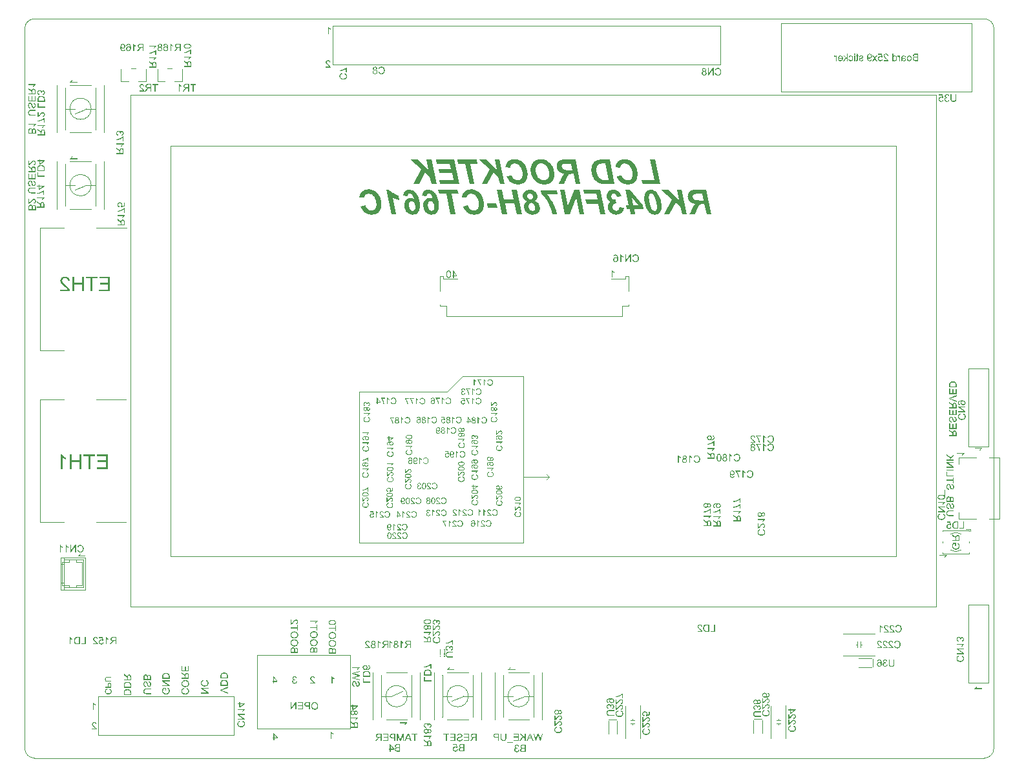
<source format=gbo>
G04*
G04 #@! TF.GenerationSoftware,Altium Limited,Altium Designer,20.2.4 (192)*
G04*
G04 Layer_Color=32896*
%FSLAX43Y43*%
%MOMM*%
G71*
G04*
G04 #@! TF.SameCoordinates,44553359-EA11-4E8F-BC47-C13590829416*
G04*
G04*
G04 #@! TF.FilePolarity,Positive*
G04*
G01*
G75*
%ADD10C,0.120*%
%ADD11C,0.080*%
%ADD12C,0.100*%
G36*
X62909Y75323D02*
X62257D01*
X62048Y76295D01*
X61424Y76846D01*
X60632Y75323D01*
X59887D01*
X60942Y77267D01*
X59503Y78526D01*
X60387D01*
X61868Y77161D01*
X61581Y78526D01*
X62238D01*
X62909Y75323D01*
D02*
G37*
G36*
X53959D02*
X53306D01*
X53098Y76295D01*
X52473Y76846D01*
X51682Y75323D01*
X50937D01*
X51992Y77267D01*
X50553Y78526D01*
X51437D01*
X52918Y77161D01*
X52631Y78526D01*
X53288D01*
X53959Y75323D01*
D02*
G37*
G36*
X78704Y78581D02*
X78787Y78577D01*
X78945Y78549D01*
X79088Y78507D01*
X79158Y78484D01*
X79218Y78466D01*
X79273Y78443D01*
X79324Y78420D01*
X79366Y78396D01*
X79403Y78378D01*
X79431Y78364D01*
X79454Y78350D01*
X79468Y78345D01*
X79472Y78341D01*
X79542Y78295D01*
X79611Y78244D01*
X79736Y78133D01*
X79838Y78017D01*
X79926Y77906D01*
X79963Y77850D01*
X79995Y77804D01*
X80023Y77758D01*
X80046Y77721D01*
X80065Y77688D01*
X80079Y77665D01*
X80083Y77651D01*
X80088Y77647D01*
X80125Y77559D01*
X80157Y77475D01*
X80213Y77300D01*
X80250Y77133D01*
X80268Y77050D01*
X80278Y76976D01*
X80287Y76906D01*
X80291Y76846D01*
X80301Y76786D01*
Y76740D01*
X80305Y76703D01*
Y76670D01*
Y76652D01*
Y76647D01*
X80301Y76522D01*
X80291Y76411D01*
X80273Y76300D01*
X80254Y76203D01*
X80231Y76110D01*
X80204Y76022D01*
X80171Y75948D01*
X80139Y75879D01*
X80111Y75819D01*
X80079Y75763D01*
X80051Y75717D01*
X80028Y75680D01*
X80009Y75652D01*
X79991Y75634D01*
X79981Y75620D01*
X79977Y75615D01*
X79912Y75555D01*
X79843Y75499D01*
X79769Y75453D01*
X79690Y75411D01*
X79616Y75379D01*
X79537Y75351D01*
X79463Y75328D01*
X79389Y75310D01*
X79324Y75291D01*
X79259Y75282D01*
X79204Y75273D01*
X79153Y75268D01*
X79111D01*
X79084Y75263D01*
X79056D01*
X78959Y75268D01*
X78866Y75277D01*
X78778Y75291D01*
X78695Y75310D01*
X78616Y75328D01*
X78542Y75351D01*
X78473Y75379D01*
X78408Y75407D01*
X78352Y75430D01*
X78297Y75458D01*
X78255Y75481D01*
X78218Y75504D01*
X78186Y75518D01*
X78167Y75532D01*
X78153Y75541D01*
X78149Y75546D01*
X78079Y75601D01*
X78010Y75661D01*
X77894Y75796D01*
X77792Y75930D01*
X77709Y76064D01*
X77672Y76124D01*
X77644Y76184D01*
X77621Y76235D01*
X77598Y76281D01*
X77580Y76318D01*
X77570Y76346D01*
X77561Y76365D01*
Y76369D01*
X78227Y76471D01*
X78274Y76355D01*
X78320Y76254D01*
X78376Y76170D01*
X78426Y76101D01*
X78473Y76045D01*
X78510Y76008D01*
X78537Y75985D01*
X78542Y75976D01*
X78547D01*
X78630Y75920D01*
X78709Y75883D01*
X78787Y75856D01*
X78861Y75833D01*
X78922Y75823D01*
X78973Y75819D01*
X78991Y75814D01*
X79014D01*
X79065Y75819D01*
X79111Y75823D01*
X79199Y75846D01*
X79278Y75879D01*
X79347Y75920D01*
X79398Y75957D01*
X79440Y75990D01*
X79463Y76013D01*
X79472Y76022D01*
X79532Y76110D01*
X79579Y76207D01*
X79607Y76305D01*
X79630Y76402D01*
X79644Y76485D01*
X79648Y76522D01*
Y76554D01*
X79653Y76582D01*
Y76601D01*
Y76615D01*
Y76619D01*
X79648Y76749D01*
X79630Y76878D01*
X79607Y76999D01*
X79583Y77105D01*
X79570Y77151D01*
X79556Y77193D01*
X79546Y77230D01*
X79537Y77263D01*
X79528Y77290D01*
X79519Y77309D01*
X79514Y77318D01*
Y77323D01*
X79458Y77448D01*
X79394Y77554D01*
X79329Y77647D01*
X79269Y77716D01*
X79218Y77776D01*
X79172Y77813D01*
X79144Y77836D01*
X79139Y77846D01*
X79134D01*
X79047Y77901D01*
X78954Y77943D01*
X78871Y77975D01*
X78792Y77994D01*
X78723Y78008D01*
X78672Y78012D01*
X78653Y78017D01*
X78625D01*
X78537Y78012D01*
X78459Y77998D01*
X78389Y77975D01*
X78334Y77952D01*
X78288Y77929D01*
X78255Y77906D01*
X78232Y77892D01*
X78227Y77887D01*
X78177Y77836D01*
X78135Y77772D01*
X78098Y77707D01*
X78070Y77637D01*
X78047Y77577D01*
X78033Y77531D01*
X78028Y77512D01*
Y77499D01*
X78024Y77489D01*
Y77485D01*
X77394Y77545D01*
X77408Y77633D01*
X77427Y77716D01*
X77450Y77795D01*
X77478Y77869D01*
X77510Y77934D01*
X77543Y77998D01*
X77575Y78054D01*
X77607Y78105D01*
X77640Y78151D01*
X77667Y78193D01*
X77700Y78225D01*
X77723Y78253D01*
X77746Y78276D01*
X77760Y78290D01*
X77769Y78299D01*
X77774Y78304D01*
X77834Y78355D01*
X77903Y78396D01*
X77968Y78433D01*
X78042Y78466D01*
X78112Y78494D01*
X78181Y78517D01*
X78315Y78549D01*
X78376Y78563D01*
X78436Y78572D01*
X78487Y78577D01*
X78528Y78581D01*
X78565Y78586D01*
X78616D01*
X78704Y78581D01*
D02*
G37*
G36*
X64288Y78581D02*
X64372Y78577D01*
X64529Y78549D01*
X64672Y78507D01*
X64742Y78484D01*
X64802Y78466D01*
X64857Y78443D01*
X64908Y78420D01*
X64950Y78396D01*
X64987Y78378D01*
X65015Y78364D01*
X65038Y78350D01*
X65052Y78345D01*
X65056Y78341D01*
X65126Y78295D01*
X65195Y78244D01*
X65320Y78133D01*
X65422Y78017D01*
X65510Y77906D01*
X65547Y77850D01*
X65579Y77804D01*
X65607Y77758D01*
X65630Y77721D01*
X65649Y77688D01*
X65663Y77665D01*
X65667Y77651D01*
X65672Y77647D01*
X65709Y77559D01*
X65741Y77475D01*
X65797Y77300D01*
X65834Y77133D01*
X65852Y77050D01*
X65862Y76976D01*
X65871Y76906D01*
X65876Y76846D01*
X65885Y76786D01*
Y76740D01*
X65890Y76703D01*
Y76670D01*
Y76652D01*
Y76647D01*
X65885Y76522D01*
X65876Y76411D01*
X65857Y76300D01*
X65839Y76203D01*
X65815Y76110D01*
X65788Y76022D01*
X65755Y75948D01*
X65723Y75879D01*
X65695Y75819D01*
X65663Y75763D01*
X65635Y75717D01*
X65612Y75680D01*
X65593Y75652D01*
X65575Y75634D01*
X65566Y75620D01*
X65561Y75615D01*
X65496Y75555D01*
X65427Y75499D01*
X65353Y75453D01*
X65274Y75411D01*
X65200Y75379D01*
X65121Y75351D01*
X65047Y75328D01*
X64973Y75310D01*
X64908Y75291D01*
X64844Y75282D01*
X64788Y75273D01*
X64737Y75268D01*
X64696D01*
X64668Y75263D01*
X64640D01*
X64543Y75268D01*
X64450Y75277D01*
X64362Y75291D01*
X64279Y75310D01*
X64200Y75328D01*
X64126Y75351D01*
X64057Y75379D01*
X63992Y75407D01*
X63937Y75430D01*
X63881Y75458D01*
X63839Y75481D01*
X63802Y75504D01*
X63770Y75518D01*
X63751Y75532D01*
X63738Y75541D01*
X63733Y75546D01*
X63663Y75601D01*
X63594Y75661D01*
X63478Y75796D01*
X63377Y75930D01*
X63293Y76064D01*
X63256Y76124D01*
X63228Y76184D01*
X63205Y76235D01*
X63182Y76281D01*
X63164Y76318D01*
X63154Y76346D01*
X63145Y76365D01*
Y76369D01*
X63812Y76471D01*
X63858Y76355D01*
X63904Y76254D01*
X63960Y76170D01*
X64011Y76101D01*
X64057Y76045D01*
X64094Y76008D01*
X64122Y75985D01*
X64126Y75976D01*
X64131D01*
X64214Y75920D01*
X64293Y75883D01*
X64372Y75856D01*
X64446Y75833D01*
X64506Y75823D01*
X64557Y75819D01*
X64575Y75814D01*
X64598D01*
X64649Y75819D01*
X64696Y75823D01*
X64783Y75846D01*
X64862Y75879D01*
X64932Y75920D01*
X64982Y75957D01*
X65024Y75990D01*
X65047Y76013D01*
X65056Y76022D01*
X65117Y76110D01*
X65163Y76207D01*
X65191Y76305D01*
X65214Y76402D01*
X65228Y76485D01*
X65232Y76522D01*
Y76554D01*
X65237Y76582D01*
Y76601D01*
Y76615D01*
Y76619D01*
X65232Y76749D01*
X65214Y76878D01*
X65191Y76999D01*
X65168Y77105D01*
X65154Y77151D01*
X65140Y77193D01*
X65131Y77230D01*
X65121Y77263D01*
X65112Y77290D01*
X65103Y77309D01*
X65098Y77318D01*
Y77323D01*
X65043Y77448D01*
X64978Y77554D01*
X64913Y77647D01*
X64853Y77716D01*
X64802Y77776D01*
X64756Y77813D01*
X64728Y77836D01*
X64723Y77846D01*
X64719D01*
X64631Y77901D01*
X64538Y77943D01*
X64455Y77975D01*
X64376Y77994D01*
X64307Y78008D01*
X64256Y78012D01*
X64237Y78017D01*
X64210D01*
X64122Y78012D01*
X64043Y77998D01*
X63974Y77975D01*
X63918Y77952D01*
X63872Y77929D01*
X63839Y77906D01*
X63816Y77892D01*
X63812Y77887D01*
X63761Y77836D01*
X63719Y77772D01*
X63682Y77707D01*
X63654Y77637D01*
X63631Y77577D01*
X63617Y77531D01*
X63613Y77512D01*
Y77499D01*
X63608Y77489D01*
Y77485D01*
X62979Y77545D01*
X62992Y77633D01*
X63011Y77716D01*
X63034Y77795D01*
X63062Y77869D01*
X63094Y77934D01*
X63127Y77998D01*
X63159Y78054D01*
X63191Y78105D01*
X63224Y78151D01*
X63252Y78193D01*
X63284Y78225D01*
X63307Y78253D01*
X63330Y78276D01*
X63344Y78290D01*
X63353Y78299D01*
X63358Y78304D01*
X63418Y78355D01*
X63488Y78396D01*
X63552Y78433D01*
X63626Y78466D01*
X63696Y78494D01*
X63765Y78517D01*
X63900Y78549D01*
X63960Y78563D01*
X64020Y78572D01*
X64071Y78577D01*
X64112Y78581D01*
X64149Y78586D01*
X64200D01*
X64288Y78581D01*
D02*
G37*
G36*
X83267Y75323D02*
X80972D01*
X80861Y75860D01*
X82499D01*
X81939Y78526D01*
X82596D01*
X83267Y75323D01*
D02*
G37*
G36*
X77311Y75323D02*
X76034D01*
X75964Y75328D01*
X75904Y75333D01*
X75844D01*
X75793Y75337D01*
X75747Y75342D01*
X75705Y75347D01*
X75668Y75351D01*
X75636Y75356D01*
X75608Y75360D01*
X75585D01*
X75571Y75365D01*
X75557Y75370D01*
X75548D01*
X75418Y75407D01*
X75303Y75448D01*
X75201Y75495D01*
X75117Y75536D01*
X75048Y75578D01*
X75020Y75592D01*
X74997Y75610D01*
X74979Y75620D01*
X74965Y75629D01*
X74960Y75638D01*
X74956D01*
X74849Y75735D01*
X74752Y75837D01*
X74664Y75944D01*
X74595Y76045D01*
X74534Y76138D01*
X74511Y76175D01*
X74493Y76212D01*
X74474Y76240D01*
X74465Y76258D01*
X74456Y76272D01*
Y76277D01*
X74419Y76355D01*
X74391Y76434D01*
X74340Y76592D01*
X74303Y76744D01*
X74294Y76818D01*
X74280Y76888D01*
X74275Y76952D01*
X74266Y77013D01*
X74261Y77064D01*
Y77110D01*
X74257Y77147D01*
Y77175D01*
Y77193D01*
Y77198D01*
Y77286D01*
X74266Y77364D01*
X74271Y77443D01*
X74280Y77508D01*
X74289Y77559D01*
X74298Y77600D01*
X74303Y77628D01*
X74308Y77637D01*
X74326Y77711D01*
X74349Y77781D01*
X74377Y77841D01*
X74400Y77892D01*
X74419Y77934D01*
X74437Y77966D01*
X74446Y77989D01*
X74451Y77994D01*
X74488Y78049D01*
X74525Y78100D01*
X74562Y78146D01*
X74595Y78184D01*
X74627Y78216D01*
X74650Y78239D01*
X74669Y78253D01*
X74673Y78258D01*
X74724Y78299D01*
X74770Y78332D01*
X74821Y78359D01*
X74863Y78387D01*
X74905Y78406D01*
X74932Y78420D01*
X74951Y78424D01*
X74960Y78429D01*
X75080Y78470D01*
X75141Y78484D01*
X75196Y78494D01*
X75247Y78503D01*
X75284Y78507D01*
X75307Y78512D01*
X75316D01*
X75340Y78517D01*
X75363D01*
X75428Y78521D01*
X75506D01*
X75585Y78526D01*
X76640D01*
X77311Y75323D01*
D02*
G37*
G36*
X72827D02*
X72174D01*
X71896Y76647D01*
X71628D01*
X71545Y76642D01*
X71475Y76638D01*
X71420Y76629D01*
X71374Y76615D01*
X71341Y76601D01*
X71318Y76592D01*
X71304Y76587D01*
X71299Y76582D01*
X71272Y76559D01*
X71244Y76536D01*
X71188Y76471D01*
X71142Y76402D01*
X71100Y76332D01*
X71063Y76268D01*
X71036Y76217D01*
X71026Y76194D01*
X71017Y76180D01*
X71013Y76170D01*
Y76166D01*
X70966Y76064D01*
X70925Y75967D01*
X70888Y75874D01*
X70855Y75791D01*
X70823Y75717D01*
X70795Y75647D01*
X70772Y75587D01*
X70749Y75532D01*
X70730Y75481D01*
X70716Y75439D01*
X70702Y75402D01*
X70693Y75374D01*
X70684Y75351D01*
X70679Y75337D01*
X70675Y75328D01*
Y75323D01*
X69967D01*
X70018Y75448D01*
X70068Y75564D01*
X70115Y75675D01*
X70161Y75777D01*
X70203Y75874D01*
X70244Y75962D01*
X70281Y76041D01*
X70318Y76110D01*
X70351Y76175D01*
X70379Y76231D01*
X70402Y76277D01*
X70425Y76314D01*
X70439Y76346D01*
X70453Y76365D01*
X70457Y76379D01*
X70462Y76383D01*
X70504Y76448D01*
X70545Y76508D01*
X70587Y76559D01*
X70619Y76605D01*
X70652Y76638D01*
X70675Y76666D01*
X70693Y76679D01*
X70698Y76684D01*
X70610Y76698D01*
X70522Y76716D01*
X70443Y76735D01*
X70374Y76758D01*
X70304Y76786D01*
X70244Y76814D01*
X70189Y76841D01*
X70143Y76869D01*
X70096Y76897D01*
X70059Y76920D01*
X70031Y76943D01*
X70004Y76966D01*
X69985Y76985D01*
X69967Y76999D01*
X69962Y77003D01*
X69957Y77008D01*
X69916Y77059D01*
X69874Y77114D01*
X69842Y77170D01*
X69814Y77226D01*
X69772Y77341D01*
X69745Y77448D01*
X69731Y77494D01*
X69726Y77540D01*
X69721Y77582D01*
X69717Y77614D01*
X69712Y77647D01*
Y77665D01*
Y77679D01*
Y77684D01*
X69717Y77786D01*
X69731Y77883D01*
X69754Y77966D01*
X69777Y78035D01*
X69800Y78091D01*
X69823Y78133D01*
X69837Y78160D01*
X69842Y78170D01*
X69893Y78239D01*
X69944Y78299D01*
X69999Y78345D01*
X70055Y78387D01*
X70101Y78415D01*
X70138Y78433D01*
X70161Y78443D01*
X70166Y78447D01*
X70170D01*
X70254Y78475D01*
X70346Y78494D01*
X70439Y78507D01*
X70531Y78517D01*
X70615Y78521D01*
X70647Y78526D01*
X72156D01*
X72827Y75323D01*
D02*
G37*
G36*
X59318Y77989D02*
X58383D01*
X58938Y75323D01*
X58281D01*
X57726Y77989D01*
X56791D01*
X56685Y78526D01*
X59211D01*
X59318Y77989D01*
D02*
G37*
G36*
X56935Y75323D02*
X54436D01*
X54320Y75860D01*
X56185D01*
X55995Y76730D01*
X54324D01*
X54213Y77267D01*
X55875D01*
X55717Y77989D01*
X54000D01*
X53889Y78526D01*
X56264D01*
X56935Y75323D01*
D02*
G37*
G36*
X67778Y78577D02*
X67926Y78558D01*
X68060Y78526D01*
X68120Y78512D01*
X68176Y78494D01*
X68227Y78475D01*
X68273Y78461D01*
X68315Y78443D01*
X68347Y78429D01*
X68370Y78420D01*
X68393Y78410D01*
X68402Y78401D01*
X68407D01*
X68532Y78327D01*
X68643Y78248D01*
X68740Y78165D01*
X68824Y78086D01*
X68888Y78017D01*
X68916Y77989D01*
X68939Y77961D01*
X68958Y77938D01*
X68972Y77924D01*
X68976Y77915D01*
X68981Y77910D01*
X69060Y77790D01*
X69129Y77665D01*
X69189Y77545D01*
X69235Y77429D01*
X69254Y77378D01*
X69272Y77327D01*
X69286Y77286D01*
X69296Y77249D01*
X69305Y77221D01*
X69314Y77198D01*
X69319Y77184D01*
Y77179D01*
X69347Y77064D01*
X69365Y76952D01*
X69384Y76851D01*
X69393Y76758D01*
X69397Y76684D01*
Y76652D01*
X69402Y76629D01*
Y76605D01*
Y76592D01*
Y76582D01*
Y76578D01*
X69397Y76462D01*
X69384Y76355D01*
X69360Y76254D01*
X69337Y76161D01*
X69319Y76082D01*
X69305Y76050D01*
X69296Y76022D01*
X69286Y75999D01*
X69282Y75985D01*
X69277Y75976D01*
Y75971D01*
X69222Y75865D01*
X69157Y75768D01*
X69087Y75680D01*
X69018Y75606D01*
X68953Y75546D01*
X68902Y75504D01*
X68879Y75490D01*
X68865Y75476D01*
X68856Y75472D01*
X68851Y75467D01*
X68791Y75430D01*
X68731Y75402D01*
X68606Y75351D01*
X68476Y75314D01*
X68361Y75291D01*
X68305Y75282D01*
X68254Y75273D01*
X68208Y75268D01*
X68171D01*
X68139Y75263D01*
X68097D01*
X68000Y75268D01*
X67912Y75273D01*
X67736Y75305D01*
X67657Y75323D01*
X67579Y75342D01*
X67509Y75365D01*
X67444Y75393D01*
X67384Y75416D01*
X67333Y75439D01*
X67287Y75458D01*
X67245Y75476D01*
X67218Y75495D01*
X67195Y75509D01*
X67181Y75513D01*
X67176Y75518D01*
X67102Y75569D01*
X67028Y75624D01*
X66903Y75740D01*
X66843Y75800D01*
X66792Y75860D01*
X66741Y75920D01*
X66699Y75981D01*
X66658Y76036D01*
X66625Y76087D01*
X66598Y76129D01*
X66570Y76170D01*
X66551Y76203D01*
X66537Y76226D01*
X66533Y76244D01*
X66528Y76249D01*
X66487Y76337D01*
X66449Y76430D01*
X66417Y76517D01*
X66389Y76605D01*
X66348Y76767D01*
X66329Y76846D01*
X66315Y76920D01*
X66306Y76985D01*
X66301Y77045D01*
X66297Y77101D01*
X66292Y77142D01*
X66287Y77179D01*
Y77207D01*
Y77226D01*
Y77230D01*
X66292Y77341D01*
X66301Y77448D01*
X66320Y77549D01*
X66343Y77642D01*
X66371Y77730D01*
X66403Y77813D01*
X66436Y77887D01*
X66468Y77952D01*
X66505Y78012D01*
X66537Y78068D01*
X66570Y78109D01*
X66598Y78146D01*
X66621Y78179D01*
X66639Y78197D01*
X66648Y78211D01*
X66653Y78216D01*
X66723Y78281D01*
X66801Y78336D01*
X66875Y78387D01*
X66959Y78429D01*
X67037Y78466D01*
X67116Y78498D01*
X67195Y78521D01*
X67273Y78540D01*
X67343Y78554D01*
X67407Y78568D01*
X67468Y78577D01*
X67519Y78581D01*
X67560Y78586D01*
X67616D01*
X67778Y78577D01*
D02*
G37*
G36*
X77225Y74577D02*
X77300Y74567D01*
X77374Y74553D01*
X77443Y74535D01*
X77568Y74489D01*
X77619Y74465D01*
X77670Y74438D01*
X77716Y74410D01*
X77758Y74387D01*
X77790Y74359D01*
X77822Y74341D01*
X77841Y74322D01*
X77860Y74308D01*
X77869Y74299D01*
X77873Y74294D01*
X77943Y74216D01*
X78003Y74128D01*
X78054Y74040D01*
X78096Y73952D01*
X78128Y73873D01*
X78142Y73841D01*
X78156Y73813D01*
X78165Y73785D01*
X78170Y73767D01*
X78174Y73757D01*
Y73753D01*
X77600Y73642D01*
X77577Y73725D01*
X77549Y73794D01*
X77522Y73855D01*
X77494Y73901D01*
X77471Y73933D01*
X77452Y73961D01*
X77438Y73975D01*
X77434Y73980D01*
X77392Y74012D01*
X77350Y74040D01*
X77309Y74058D01*
X77272Y74067D01*
X77239Y74077D01*
X77216Y74081D01*
X77193D01*
X77142Y74077D01*
X77096Y74067D01*
X77059Y74054D01*
X77022Y74035D01*
X76999Y74017D01*
X76976Y74003D01*
X76966Y73993D01*
X76962Y73989D01*
X76929Y73952D01*
X76906Y73910D01*
X76892Y73868D01*
X76878Y73831D01*
X76874Y73794D01*
X76869Y73767D01*
Y73748D01*
Y73739D01*
X76874Y73660D01*
X76888Y73591D01*
X76911Y73531D01*
X76934Y73480D01*
X76962Y73438D01*
X76980Y73410D01*
X76999Y73392D01*
X77003Y73387D01*
X77059Y73346D01*
X77119Y73313D01*
X77179Y73295D01*
X77239Y73276D01*
X77295Y73267D01*
X77341Y73262D01*
X77448D01*
X77554Y72744D01*
X77517Y72749D01*
X77485Y72753D01*
X77457D01*
X77387Y72749D01*
X77327Y72735D01*
X77272Y72716D01*
X77230Y72698D01*
X77193Y72674D01*
X77170Y72656D01*
X77151Y72642D01*
X77147Y72637D01*
X77110Y72591D01*
X77082Y72540D01*
X77059Y72489D01*
X77045Y72438D01*
X77036Y72392D01*
X77031Y72355D01*
Y72332D01*
Y72327D01*
Y72323D01*
X77036Y72244D01*
X77054Y72170D01*
X77077Y72105D01*
X77101Y72054D01*
X77128Y72008D01*
X77151Y71980D01*
X77170Y71957D01*
X77175Y71953D01*
X77230Y71906D01*
X77290Y71869D01*
X77350Y71846D01*
X77406Y71828D01*
X77457Y71818D01*
X77494Y71814D01*
X77522Y71809D01*
X77531D01*
X77586Y71814D01*
X77637Y71823D01*
X77684Y71841D01*
X77721Y71860D01*
X77748Y71874D01*
X77772Y71892D01*
X77785Y71902D01*
X77790Y71906D01*
X77822Y71948D01*
X77850Y72003D01*
X77873Y72064D01*
X77892Y72119D01*
X77906Y72175D01*
X77915Y72221D01*
X77920Y72239D01*
X77924Y72253D01*
Y72258D01*
Y72263D01*
X78526Y72189D01*
X78512Y72110D01*
X78498Y72040D01*
X78475Y71971D01*
X78452Y71906D01*
X78429Y71846D01*
X78401Y71795D01*
X78373Y71744D01*
X78345Y71703D01*
X78318Y71661D01*
X78295Y71629D01*
X78271Y71596D01*
X78248Y71573D01*
X78230Y71555D01*
X78216Y71541D01*
X78211Y71536D01*
X78207Y71531D01*
X78156Y71490D01*
X78100Y71457D01*
X78045Y71425D01*
X77989Y71397D01*
X77878Y71356D01*
X77772Y71328D01*
X77725Y71319D01*
X77679Y71314D01*
X77637Y71309D01*
X77605Y71305D01*
X77573Y71300D01*
X77536D01*
X77438Y71305D01*
X77341Y71319D01*
X77253Y71337D01*
X77170Y71365D01*
X77091Y71393D01*
X77017Y71430D01*
X76952Y71467D01*
X76892Y71504D01*
X76837Y71541D01*
X76790Y71578D01*
X76749Y71615D01*
X76712Y71642D01*
X76689Y71670D01*
X76666Y71689D01*
X76656Y71703D01*
X76652Y71707D01*
X76605Y71763D01*
X76568Y71818D01*
X76531Y71878D01*
X76504Y71934D01*
X76457Y72045D01*
X76429Y72147D01*
X76420Y72189D01*
X76411Y72230D01*
X76406Y72267D01*
X76402Y72300D01*
X76397Y72327D01*
Y72346D01*
Y72355D01*
Y72360D01*
X76402Y72429D01*
X76411Y72494D01*
X76429Y72554D01*
X76443Y72610D01*
X76462Y72651D01*
X76480Y72688D01*
X76490Y72707D01*
X76494Y72716D01*
X76536Y72776D01*
X76582Y72832D01*
X76633Y72878D01*
X76679Y72920D01*
X76726Y72952D01*
X76763Y72975D01*
X76786Y72989D01*
X76790Y72994D01*
X76795D01*
X76703Y73035D01*
X76624Y73077D01*
X76554Y73128D01*
X76499Y73179D01*
X76453Y73221D01*
X76420Y73258D01*
X76397Y73281D01*
X76392Y73290D01*
X76342Y73369D01*
X76305Y73447D01*
X76281Y73521D01*
X76263Y73595D01*
X76254Y73656D01*
X76244Y73702D01*
Y73720D01*
Y73734D01*
Y73739D01*
Y73744D01*
X76249Y73808D01*
X76254Y73868D01*
X76281Y73980D01*
X76318Y74081D01*
X76360Y74165D01*
X76402Y74234D01*
X76420Y74262D01*
X76439Y74290D01*
X76453Y74308D01*
X76467Y74322D01*
X76471Y74327D01*
X76476Y74331D01*
X76522Y74378D01*
X76573Y74415D01*
X76624Y74447D01*
X76679Y74475D01*
X76790Y74521D01*
X76897Y74549D01*
X76994Y74567D01*
X77036Y74572D01*
X77073Y74577D01*
X77105Y74581D01*
X77147D01*
X77225Y74577D01*
D02*
G37*
G36*
X53003Y74577D02*
X53110Y74553D01*
X53211Y74526D01*
X53309Y74489D01*
X53397Y74442D01*
X53480Y74391D01*
X53554Y74336D01*
X53623Y74280D01*
X53683Y74225D01*
X53739Y74169D01*
X53785Y74118D01*
X53822Y74072D01*
X53855Y74035D01*
X53873Y74007D01*
X53887Y73984D01*
X53892Y73980D01*
X53957Y73864D01*
X54017Y73744D01*
X54068Y73623D01*
X54109Y73498D01*
X54146Y73373D01*
X54179Y73253D01*
X54202Y73137D01*
X54225Y73022D01*
X54239Y72920D01*
X54253Y72823D01*
X54257Y72735D01*
X54267Y72661D01*
Y72600D01*
X54271Y72554D01*
Y72540D01*
Y72526D01*
Y72522D01*
Y72517D01*
X54267Y72364D01*
X54253Y72226D01*
X54243Y72165D01*
X54234Y72105D01*
X54225Y72054D01*
X54211Y72008D01*
X54202Y71966D01*
X54193Y71929D01*
X54183Y71897D01*
X54174Y71869D01*
X54165Y71851D01*
X54160Y71837D01*
X54156Y71828D01*
Y71823D01*
X54109Y71735D01*
X54054Y71656D01*
X54003Y71587D01*
X53947Y71531D01*
X53901Y71490D01*
X53864Y71457D01*
X53836Y71439D01*
X53827Y71434D01*
X53744Y71388D01*
X53660Y71356D01*
X53577Y71332D01*
X53503Y71318D01*
X53438Y71309D01*
X53387Y71300D01*
X53341D01*
X53239Y71305D01*
X53137Y71323D01*
X53049Y71346D01*
X52971Y71369D01*
X52901Y71397D01*
X52850Y71416D01*
X52832Y71425D01*
X52818Y71434D01*
X52813Y71439D01*
X52809D01*
X52716Y71499D01*
X52638Y71568D01*
X52564Y71647D01*
X52503Y71721D01*
X52452Y71786D01*
X52415Y71841D01*
X52406Y71865D01*
X52397Y71878D01*
X52388Y71888D01*
Y71892D01*
X52332Y72008D01*
X52290Y72124D01*
X52258Y72235D01*
X52240Y72337D01*
X52230Y72383D01*
X52226Y72425D01*
X52221Y72462D01*
Y72489D01*
X52216Y72517D01*
Y72536D01*
Y72545D01*
Y72550D01*
X52221Y72628D01*
X52226Y72707D01*
X52240Y72776D01*
X52253Y72846D01*
X52272Y72906D01*
X52295Y72961D01*
X52318Y73012D01*
X52337Y73063D01*
X52360Y73105D01*
X52383Y73142D01*
X52406Y73170D01*
X52425Y73197D01*
X52439Y73216D01*
X52452Y73230D01*
X52457Y73239D01*
X52462Y73244D01*
X52508Y73290D01*
X52559Y73327D01*
X52605Y73364D01*
X52661Y73392D01*
X52763Y73438D01*
X52855Y73466D01*
X52943Y73484D01*
X52980Y73489D01*
X53012Y73494D01*
X53036Y73498D01*
X53073D01*
X53156Y73494D01*
X53239Y73480D01*
X53313Y73457D01*
X53378Y73433D01*
X53429Y73406D01*
X53471Y73387D01*
X53498Y73369D01*
X53503Y73364D01*
X53508D01*
X53484Y73438D01*
X53461Y73503D01*
X53438Y73568D01*
X53415Y73628D01*
X53392Y73679D01*
X53369Y73725D01*
X53346Y73771D01*
X53322Y73808D01*
X53299Y73841D01*
X53281Y73873D01*
X53248Y73915D01*
X53230Y73943D01*
X53221Y73952D01*
X53174Y73993D01*
X53123Y74026D01*
X53073Y74049D01*
X53031Y74067D01*
X52989Y74077D01*
X52962Y74081D01*
X52934D01*
X52887Y74077D01*
X52850Y74067D01*
X52813Y74058D01*
X52786Y74044D01*
X52763Y74026D01*
X52749Y74017D01*
X52739Y74007D01*
X52735Y74003D01*
X52712Y73970D01*
X52688Y73929D01*
X52661Y73845D01*
X52651Y73804D01*
X52647Y73771D01*
X52642Y73748D01*
Y73739D01*
X52054Y73785D01*
X52064Y73859D01*
X52082Y73929D01*
X52096Y73989D01*
X52119Y74049D01*
X52138Y74104D01*
X52161Y74151D01*
X52184Y74197D01*
X52207Y74234D01*
X52226Y74271D01*
X52249Y74299D01*
X52267Y74327D01*
X52286Y74345D01*
X52300Y74364D01*
X52309Y74373D01*
X52314Y74382D01*
X52318D01*
X52360Y74419D01*
X52402Y74447D01*
X52499Y74498D01*
X52591Y74535D01*
X52684Y74558D01*
X52763Y74572D01*
X52800Y74577D01*
X52827D01*
X52855Y74581D01*
X52887D01*
X53003Y74577D01*
D02*
G37*
G36*
X50513D02*
X50620Y74553D01*
X50722Y74526D01*
X50819Y74489D01*
X50907Y74442D01*
X50990Y74391D01*
X51064Y74336D01*
X51133Y74280D01*
X51194Y74225D01*
X51249Y74169D01*
X51295Y74118D01*
X51333Y74072D01*
X51365Y74035D01*
X51383Y74007D01*
X51397Y73984D01*
X51402Y73980D01*
X51467Y73864D01*
X51527Y73744D01*
X51578Y73623D01*
X51619Y73498D01*
X51656Y73373D01*
X51689Y73253D01*
X51712Y73137D01*
X51735Y73022D01*
X51749Y72920D01*
X51763Y72823D01*
X51768Y72735D01*
X51777Y72661D01*
Y72600D01*
X51781Y72554D01*
Y72540D01*
Y72526D01*
Y72522D01*
Y72517D01*
X51777Y72364D01*
X51763Y72226D01*
X51754Y72165D01*
X51744Y72105D01*
X51735Y72054D01*
X51721Y72008D01*
X51712Y71966D01*
X51703Y71929D01*
X51693Y71897D01*
X51684Y71869D01*
X51675Y71851D01*
X51670Y71837D01*
X51666Y71828D01*
Y71823D01*
X51619Y71735D01*
X51564Y71656D01*
X51513Y71587D01*
X51457Y71531D01*
X51411Y71490D01*
X51374Y71457D01*
X51346Y71439D01*
X51337Y71434D01*
X51254Y71388D01*
X51171Y71356D01*
X51087Y71332D01*
X51013Y71318D01*
X50948Y71309D01*
X50897Y71300D01*
X50851D01*
X50749Y71305D01*
X50648Y71323D01*
X50560Y71346D01*
X50481Y71369D01*
X50412Y71397D01*
X50361Y71416D01*
X50342Y71425D01*
X50328Y71434D01*
X50324Y71439D01*
X50319D01*
X50226Y71499D01*
X50148Y71568D01*
X50074Y71647D01*
X50014Y71721D01*
X49963Y71786D01*
X49926Y71841D01*
X49916Y71865D01*
X49907Y71878D01*
X49898Y71888D01*
Y71892D01*
X49842Y72008D01*
X49801Y72124D01*
X49768Y72235D01*
X49750Y72337D01*
X49741Y72383D01*
X49736Y72425D01*
X49731Y72462D01*
Y72489D01*
X49727Y72517D01*
Y72536D01*
Y72545D01*
Y72550D01*
X49731Y72628D01*
X49736Y72707D01*
X49750Y72776D01*
X49764Y72846D01*
X49782Y72906D01*
X49805Y72961D01*
X49828Y73012D01*
X49847Y73063D01*
X49870Y73105D01*
X49893Y73142D01*
X49916Y73170D01*
X49935Y73197D01*
X49949Y73216D01*
X49963Y73230D01*
X49967Y73239D01*
X49972Y73244D01*
X50018Y73290D01*
X50069Y73327D01*
X50115Y73364D01*
X50171Y73392D01*
X50273Y73438D01*
X50365Y73466D01*
X50453Y73484D01*
X50490Y73489D01*
X50523Y73494D01*
X50546Y73498D01*
X50583D01*
X50666Y73494D01*
X50749Y73480D01*
X50823Y73457D01*
X50888Y73433D01*
X50939Y73406D01*
X50981Y73387D01*
X51009Y73369D01*
X51013Y73364D01*
X51018D01*
X50995Y73438D01*
X50972Y73503D01*
X50948Y73568D01*
X50925Y73628D01*
X50902Y73679D01*
X50879Y73725D01*
X50856Y73771D01*
X50833Y73808D01*
X50810Y73841D01*
X50791Y73873D01*
X50759Y73915D01*
X50740Y73943D01*
X50731Y73952D01*
X50685Y73993D01*
X50634Y74026D01*
X50583Y74049D01*
X50541Y74067D01*
X50499Y74077D01*
X50472Y74081D01*
X50444D01*
X50398Y74077D01*
X50361Y74067D01*
X50324Y74058D01*
X50296Y74044D01*
X50273Y74026D01*
X50259Y74017D01*
X50250Y74007D01*
X50245Y74003D01*
X50222Y73970D01*
X50199Y73929D01*
X50171Y73845D01*
X50162Y73804D01*
X50157Y73771D01*
X50152Y73748D01*
Y73739D01*
X49565Y73785D01*
X49574Y73859D01*
X49592Y73929D01*
X49606Y73989D01*
X49629Y74049D01*
X49648Y74104D01*
X49671Y74151D01*
X49694Y74197D01*
X49717Y74234D01*
X49736Y74271D01*
X49759Y74299D01*
X49778Y74327D01*
X49796Y74345D01*
X49810Y74364D01*
X49819Y74373D01*
X49824Y74382D01*
X49828D01*
X49870Y74419D01*
X49912Y74447D01*
X50009Y74498D01*
X50101Y74535D01*
X50194Y74558D01*
X50273Y74572D01*
X50310Y74577D01*
X50338D01*
X50365Y74581D01*
X50398D01*
X50513Y74577D01*
D02*
G37*
G36*
X65128Y71360D02*
X64476D01*
X64175Y72790D01*
X62930Y72790D01*
X63226Y71360D01*
X62574D01*
X61898Y74563D01*
X62555D01*
X62814Y73327D01*
X64059Y73327D01*
X63800Y74563D01*
X64457D01*
X65128Y71360D01*
D02*
G37*
G36*
X86787Y71360D02*
X86134D01*
X85926Y72332D01*
X85301Y72883D01*
X84510Y71360D01*
X83765D01*
X84820Y73304D01*
X83381Y74563D01*
X84265D01*
X85745Y73197D01*
X85458Y74563D01*
X86116D01*
X86787Y71360D01*
D02*
G37*
G36*
X47838Y74493D02*
X47931Y74410D01*
X48033Y74331D01*
X48135Y74253D01*
X48236Y74183D01*
X48343Y74114D01*
X48445Y74049D01*
X48542Y73993D01*
X48634Y73938D01*
X48722Y73892D01*
X48801Y73855D01*
X48866Y73822D01*
X48921Y73794D01*
X48963Y73771D01*
X48991Y73762D01*
X48995Y73757D01*
X49000D01*
X49120Y73197D01*
X49042Y73216D01*
X48968Y73239D01*
X48889Y73262D01*
X48820Y73285D01*
X48759Y73308D01*
X48708Y73322D01*
X48690Y73332D01*
X48676Y73336D01*
X48671Y73341D01*
X48667D01*
X48574Y73383D01*
X48486Y73424D01*
X48408Y73461D01*
X48343Y73498D01*
X48287Y73531D01*
X48246Y73554D01*
X48223Y73572D01*
X48213Y73577D01*
X48676Y71360D01*
X48047D01*
X47371Y74581D01*
X47751D01*
X47838Y74493D01*
D02*
G37*
G36*
X73329Y71360D02*
X72723D01*
X72269Y73512D01*
X71399Y71360D01*
X70793D01*
X70122Y74563D01*
X70728D01*
X71181Y72420D01*
X72052Y74563D01*
X72658D01*
X73329Y71360D01*
D02*
G37*
G36*
X61907Y72212D02*
X60690D01*
X60570Y72818D01*
X61787D01*
X61907Y72212D01*
D02*
G37*
G36*
X58571Y74618D02*
X58654Y74614D01*
X58811Y74586D01*
X58955Y74544D01*
X59024Y74521D01*
X59084Y74502D01*
X59140Y74479D01*
X59191Y74456D01*
X59232Y74433D01*
X59269Y74415D01*
X59297Y74401D01*
X59320Y74387D01*
X59334Y74382D01*
X59339Y74378D01*
X59408Y74331D01*
X59478Y74280D01*
X59603Y74169D01*
X59704Y74054D01*
X59792Y73943D01*
X59829Y73887D01*
X59862Y73841D01*
X59889Y73794D01*
X59913Y73757D01*
X59931Y73725D01*
X59945Y73702D01*
X59950Y73688D01*
X59954Y73683D01*
X59991Y73595D01*
X60024Y73512D01*
X60079Y73336D01*
X60116Y73170D01*
X60135Y73086D01*
X60144Y73012D01*
X60153Y72943D01*
X60158Y72883D01*
X60167Y72823D01*
Y72776D01*
X60172Y72739D01*
Y72707D01*
Y72688D01*
Y72684D01*
X60167Y72559D01*
X60158Y72448D01*
X60139Y72337D01*
X60121Y72239D01*
X60098Y72147D01*
X60070Y72059D01*
X60038Y71985D01*
X60005Y71915D01*
X59977Y71855D01*
X59945Y71800D01*
X59917Y71754D01*
X59894Y71716D01*
X59876Y71689D01*
X59857Y71670D01*
X59848Y71656D01*
X59843Y71652D01*
X59778Y71592D01*
X59709Y71536D01*
X59635Y71490D01*
X59556Y71448D01*
X59482Y71416D01*
X59404Y71388D01*
X59329Y71365D01*
X59255Y71346D01*
X59191Y71328D01*
X59126Y71318D01*
X59070Y71309D01*
X59019Y71305D01*
X58978D01*
X58950Y71300D01*
X58922D01*
X58825Y71305D01*
X58732Y71314D01*
X58645Y71328D01*
X58561Y71346D01*
X58483Y71365D01*
X58409Y71388D01*
X58339Y71416D01*
X58274Y71443D01*
X58219Y71467D01*
X58163Y71494D01*
X58122Y71518D01*
X58085Y71541D01*
X58052Y71555D01*
X58034Y71568D01*
X58020Y71578D01*
X58015Y71582D01*
X57946Y71638D01*
X57876Y71698D01*
X57761Y71832D01*
X57659Y71966D01*
X57576Y72101D01*
X57538Y72161D01*
X57511Y72221D01*
X57488Y72272D01*
X57464Y72318D01*
X57446Y72355D01*
X57437Y72383D01*
X57427Y72401D01*
Y72406D01*
X58094Y72508D01*
X58140Y72392D01*
X58186Y72290D01*
X58242Y72207D01*
X58293Y72138D01*
X58339Y72082D01*
X58376Y72045D01*
X58404Y72022D01*
X58409Y72013D01*
X58413D01*
X58496Y71957D01*
X58575Y71920D01*
X58654Y71892D01*
X58728Y71869D01*
X58788Y71860D01*
X58839Y71855D01*
X58857Y71851D01*
X58881D01*
X58931Y71855D01*
X58978Y71860D01*
X59066Y71883D01*
X59144Y71915D01*
X59214Y71957D01*
X59265Y71994D01*
X59306Y72027D01*
X59329Y72050D01*
X59339Y72059D01*
X59399Y72147D01*
X59445Y72244D01*
X59473Y72341D01*
X59496Y72438D01*
X59510Y72522D01*
X59515Y72559D01*
Y72591D01*
X59519Y72619D01*
Y72637D01*
Y72651D01*
Y72656D01*
X59515Y72786D01*
X59496Y72915D01*
X59473Y73035D01*
X59450Y73142D01*
X59436Y73188D01*
X59422Y73230D01*
X59413Y73267D01*
X59404Y73299D01*
X59394Y73327D01*
X59385Y73346D01*
X59380Y73355D01*
Y73359D01*
X59325Y73484D01*
X59260Y73591D01*
X59195Y73683D01*
X59135Y73753D01*
X59084Y73813D01*
X59038Y73850D01*
X59010Y73873D01*
X59006Y73882D01*
X59001D01*
X58913Y73938D01*
X58820Y73980D01*
X58737Y74012D01*
X58658Y74030D01*
X58589Y74044D01*
X58538Y74049D01*
X58520Y74054D01*
X58492D01*
X58404Y74049D01*
X58325Y74035D01*
X58256Y74012D01*
X58200Y73989D01*
X58154Y73966D01*
X58122Y73943D01*
X58098Y73929D01*
X58094Y73924D01*
X58043Y73873D01*
X58001Y73808D01*
X57964Y73744D01*
X57936Y73674D01*
X57913Y73614D01*
X57899Y73568D01*
X57895Y73549D01*
Y73535D01*
X57890Y73526D01*
Y73521D01*
X57261Y73582D01*
X57275Y73669D01*
X57293Y73753D01*
X57316Y73831D01*
X57344Y73905D01*
X57377Y73970D01*
X57409Y74035D01*
X57441Y74091D01*
X57474Y74142D01*
X57506Y74188D01*
X57534Y74229D01*
X57566Y74262D01*
X57589Y74290D01*
X57613Y74313D01*
X57626Y74327D01*
X57636Y74336D01*
X57640Y74341D01*
X57700Y74391D01*
X57770Y74433D01*
X57835Y74470D01*
X57909Y74502D01*
X57978Y74530D01*
X58048Y74553D01*
X58182Y74586D01*
X58242Y74600D01*
X58302Y74609D01*
X58353Y74614D01*
X58395Y74618D01*
X58432Y74623D01*
X58483D01*
X58571Y74618D01*
D02*
G37*
G36*
X45136Y74618D02*
X45219Y74614D01*
X45376Y74586D01*
X45520Y74544D01*
X45589Y74521D01*
X45649Y74502D01*
X45705Y74479D01*
X45756Y74456D01*
X45798Y74433D01*
X45835Y74415D01*
X45862Y74401D01*
X45885Y74387D01*
X45899Y74382D01*
X45904Y74378D01*
X45973Y74331D01*
X46043Y74280D01*
X46168Y74169D01*
X46270Y74054D01*
X46358Y73943D01*
X46395Y73887D01*
X46427Y73841D01*
X46455Y73794D01*
X46478Y73757D01*
X46496Y73725D01*
X46510Y73702D01*
X46515Y73688D01*
X46520Y73683D01*
X46557Y73595D01*
X46589Y73512D01*
X46644Y73336D01*
X46681Y73170D01*
X46700Y73086D01*
X46709Y73012D01*
X46719Y72943D01*
X46723Y72883D01*
X46732Y72823D01*
Y72776D01*
X46737Y72739D01*
Y72707D01*
Y72688D01*
Y72684D01*
X46732Y72559D01*
X46723Y72448D01*
X46705Y72337D01*
X46686Y72239D01*
X46663Y72147D01*
X46635Y72059D01*
X46603Y71985D01*
X46570Y71915D01*
X46543Y71855D01*
X46510Y71800D01*
X46482Y71754D01*
X46459Y71716D01*
X46441Y71689D01*
X46422Y71670D01*
X46413Y71656D01*
X46408Y71652D01*
X46344Y71592D01*
X46274Y71536D01*
X46200Y71490D01*
X46122Y71448D01*
X46047Y71416D01*
X45969Y71388D01*
X45895Y71365D01*
X45821Y71346D01*
X45756Y71328D01*
X45691Y71318D01*
X45636Y71309D01*
X45585Y71305D01*
X45543D01*
X45515Y71300D01*
X45487D01*
X45390Y71305D01*
X45298Y71314D01*
X45210Y71328D01*
X45127Y71346D01*
X45048Y71365D01*
X44974Y71388D01*
X44904Y71416D01*
X44840Y71443D01*
X44784Y71467D01*
X44729Y71494D01*
X44687Y71518D01*
X44650Y71541D01*
X44617Y71555D01*
X44599Y71568D01*
X44585Y71578D01*
X44580Y71582D01*
X44511Y71638D01*
X44442Y71698D01*
X44326Y71832D01*
X44224Y71966D01*
X44141Y72101D01*
X44104Y72161D01*
X44076Y72221D01*
X44053Y72272D01*
X44030Y72318D01*
X44011Y72355D01*
X44002Y72383D01*
X43993Y72401D01*
Y72406D01*
X44659Y72508D01*
X44705Y72392D01*
X44752Y72290D01*
X44807Y72207D01*
X44858Y72138D01*
X44904Y72082D01*
X44941Y72045D01*
X44969Y72022D01*
X44974Y72013D01*
X44978D01*
X45062Y71957D01*
X45140Y71920D01*
X45219Y71892D01*
X45293Y71869D01*
X45353Y71860D01*
X45404Y71855D01*
X45423Y71851D01*
X45446D01*
X45497Y71855D01*
X45543Y71860D01*
X45631Y71883D01*
X45710Y71915D01*
X45779Y71957D01*
X45830Y71994D01*
X45872Y72027D01*
X45895Y72050D01*
X45904Y72059D01*
X45964Y72147D01*
X46010Y72244D01*
X46038Y72341D01*
X46061Y72438D01*
X46075Y72522D01*
X46080Y72559D01*
Y72591D01*
X46084Y72619D01*
Y72637D01*
Y72651D01*
Y72656D01*
X46080Y72786D01*
X46061Y72915D01*
X46038Y73035D01*
X46015Y73142D01*
X46001Y73188D01*
X45987Y73230D01*
X45978Y73267D01*
X45969Y73299D01*
X45960Y73327D01*
X45950Y73346D01*
X45946Y73355D01*
Y73359D01*
X45890Y73484D01*
X45825Y73591D01*
X45761Y73683D01*
X45700Y73753D01*
X45649Y73813D01*
X45603Y73850D01*
X45575Y73873D01*
X45571Y73882D01*
X45566D01*
X45478Y73938D01*
X45386Y73980D01*
X45302Y74012D01*
X45224Y74030D01*
X45154Y74044D01*
X45103Y74049D01*
X45085Y74054D01*
X45057D01*
X44969Y74049D01*
X44890Y74035D01*
X44821Y74012D01*
X44766Y73989D01*
X44719Y73966D01*
X44687Y73943D01*
X44664Y73929D01*
X44659Y73924D01*
X44608Y73873D01*
X44567Y73808D01*
X44530Y73744D01*
X44502Y73674D01*
X44479Y73614D01*
X44465Y73568D01*
X44460Y73549D01*
Y73535D01*
X44455Y73526D01*
Y73521D01*
X43826Y73582D01*
X43840Y73669D01*
X43858Y73753D01*
X43882Y73831D01*
X43909Y73905D01*
X43942Y73970D01*
X43974Y74035D01*
X44007Y74091D01*
X44039Y74142D01*
X44071Y74188D01*
X44099Y74229D01*
X44132Y74262D01*
X44155Y74290D01*
X44178Y74313D01*
X44192Y74327D01*
X44201Y74336D01*
X44206Y74341D01*
X44266Y74391D01*
X44335Y74433D01*
X44400Y74470D01*
X44474Y74502D01*
X44543Y74530D01*
X44613Y74553D01*
X44747Y74586D01*
X44807Y74600D01*
X44867Y74609D01*
X44918Y74614D01*
X44960Y74618D01*
X44997Y74623D01*
X45048D01*
X45136Y74618D01*
D02*
G37*
G36*
X89994Y71360D02*
X89341D01*
X89064Y72684D01*
X88795D01*
X88712Y72679D01*
X88642Y72674D01*
X88587Y72665D01*
X88541Y72651D01*
X88508Y72637D01*
X88485Y72628D01*
X88471Y72624D01*
X88467Y72619D01*
X88439Y72596D01*
X88411Y72573D01*
X88356Y72508D01*
X88309Y72438D01*
X88268Y72369D01*
X88231Y72304D01*
X88203Y72253D01*
X88194Y72230D01*
X88184Y72216D01*
X88180Y72207D01*
Y72202D01*
X88133Y72101D01*
X88092Y72003D01*
X88055Y71911D01*
X88022Y71828D01*
X87990Y71754D01*
X87962Y71684D01*
X87939Y71624D01*
X87916Y71568D01*
X87897Y71518D01*
X87883Y71476D01*
X87870Y71439D01*
X87860Y71411D01*
X87851Y71388D01*
X87846Y71374D01*
X87842Y71365D01*
Y71360D01*
X87134D01*
X87185Y71485D01*
X87236Y71601D01*
X87282Y71712D01*
X87328Y71814D01*
X87370Y71911D01*
X87411Y71999D01*
X87448Y72077D01*
X87485Y72147D01*
X87518Y72212D01*
X87546Y72267D01*
X87569Y72313D01*
X87592Y72351D01*
X87606Y72383D01*
X87620Y72401D01*
X87624Y72415D01*
X87629Y72420D01*
X87671Y72485D01*
X87712Y72545D01*
X87754Y72596D01*
X87786Y72642D01*
X87819Y72674D01*
X87842Y72702D01*
X87860Y72716D01*
X87865Y72721D01*
X87777Y72735D01*
X87689Y72753D01*
X87610Y72772D01*
X87541Y72795D01*
X87472Y72823D01*
X87411Y72850D01*
X87356Y72878D01*
X87310Y72906D01*
X87263Y72934D01*
X87226Y72957D01*
X87199Y72980D01*
X87171Y73003D01*
X87152Y73022D01*
X87134Y73035D01*
X87129Y73040D01*
X87125Y73045D01*
X87083Y73096D01*
X87041Y73151D01*
X87009Y73207D01*
X86981Y73262D01*
X86939Y73378D01*
X86912Y73484D01*
X86898Y73531D01*
X86893Y73577D01*
X86889Y73619D01*
X86884Y73651D01*
X86879Y73683D01*
Y73702D01*
Y73716D01*
Y73720D01*
X86884Y73822D01*
X86898Y73919D01*
X86921Y74003D01*
X86944Y74072D01*
X86967Y74128D01*
X86990Y74169D01*
X87004Y74197D01*
X87009Y74206D01*
X87060Y74276D01*
X87111Y74336D01*
X87166Y74382D01*
X87222Y74424D01*
X87268Y74452D01*
X87305Y74470D01*
X87328Y74479D01*
X87333Y74484D01*
X87337D01*
X87421Y74512D01*
X87513Y74530D01*
X87606Y74544D01*
X87698Y74553D01*
X87782Y74558D01*
X87814Y74563D01*
X89323D01*
X89994Y71360D01*
D02*
G37*
G36*
X81016Y72531D02*
X81122Y72013D01*
X79863D01*
X79998Y71360D01*
X79410D01*
X79271Y72013D01*
X78882D01*
X78767Y72540D01*
X79165D01*
X78739Y74563D01*
X79280D01*
X81016Y72531D01*
D02*
G37*
G36*
X76087Y71360D02*
X75435D01*
X75148Y72721D01*
X73593D01*
X73482Y73258D01*
X75036D01*
X74875Y74026D01*
X73292D01*
X73176Y74563D01*
X75416D01*
X76087Y71360D01*
D02*
G37*
G36*
X69835Y73943D02*
X68465D01*
X68604Y73776D01*
X68729Y73609D01*
X68840Y73457D01*
X68886Y73383D01*
X68932Y73313D01*
X68974Y73248D01*
X69011Y73193D01*
X69043Y73142D01*
X69067Y73100D01*
X69090Y73063D01*
X69104Y73040D01*
X69113Y73022D01*
X69117Y73017D01*
X69215Y72836D01*
X69298Y72656D01*
X69377Y72489D01*
X69409Y72411D01*
X69441Y72337D01*
X69469Y72267D01*
X69492Y72207D01*
X69511Y72152D01*
X69529Y72105D01*
X69543Y72068D01*
X69552Y72040D01*
X69562Y72022D01*
Y72017D01*
X69613Y71869D01*
X69636Y71800D01*
X69654Y71735D01*
X69668Y71679D01*
X69687Y71624D01*
X69701Y71573D01*
X69710Y71531D01*
X69719Y71490D01*
X69728Y71457D01*
X69733Y71430D01*
X69738Y71402D01*
X69742Y71383D01*
X69747Y71369D01*
Y71365D01*
Y71360D01*
X69150D01*
X69141Y71406D01*
X69127Y71462D01*
X69099Y71578D01*
X69062Y71703D01*
X69025Y71823D01*
X69006Y71878D01*
X68988Y71929D01*
X68969Y71976D01*
X68955Y72017D01*
X68946Y72054D01*
X68937Y72077D01*
X68928Y72096D01*
Y72101D01*
X68877Y72235D01*
X68817Y72374D01*
X68761Y72499D01*
X68710Y72614D01*
X68682Y72670D01*
X68659Y72716D01*
X68641Y72758D01*
X68622Y72790D01*
X68608Y72823D01*
X68599Y72841D01*
X68590Y72855D01*
Y72860D01*
X68511Y73008D01*
X68433Y73142D01*
X68358Y73267D01*
X68321Y73322D01*
X68289Y73373D01*
X68257Y73420D01*
X68229Y73461D01*
X68201Y73498D01*
X68183Y73531D01*
X68164Y73554D01*
X68150Y73572D01*
X68146Y73582D01*
X68141Y73586D01*
X68053Y73702D01*
X67965Y73804D01*
X67891Y73887D01*
X67826Y73956D01*
X67771Y74007D01*
X67729Y74044D01*
X67701Y74067D01*
X67692Y74077D01*
X67600Y74521D01*
X69714D01*
X69835Y73943D01*
D02*
G37*
G36*
X56830Y74026D02*
X55896D01*
X56451Y71360D01*
X55794D01*
X55238Y74026D01*
X54304D01*
X54197Y74563D01*
X56724D01*
X56830Y74026D01*
D02*
G37*
G36*
X82140Y74577D02*
X82210Y74567D01*
X82275Y74553D01*
X82339Y74535D01*
X82460Y74489D01*
X82561Y74433D01*
X82608Y74405D01*
X82649Y74378D01*
X82686Y74354D01*
X82714Y74331D01*
X82737Y74313D01*
X82756Y74299D01*
X82765Y74290D01*
X82770Y74285D01*
X82825Y74225D01*
X82881Y74160D01*
X82936Y74091D01*
X82983Y74017D01*
X83071Y73868D01*
X83145Y73720D01*
X83177Y73651D01*
X83205Y73586D01*
X83232Y73531D01*
X83251Y73480D01*
X83265Y73438D01*
X83279Y73406D01*
X83283Y73387D01*
X83288Y73378D01*
X83344Y73193D01*
X83381Y73017D01*
X83408Y72850D01*
X83422Y72772D01*
X83431Y72702D01*
X83436Y72637D01*
X83441Y72577D01*
X83445Y72526D01*
Y72480D01*
X83450Y72443D01*
Y72420D01*
Y72401D01*
Y72397D01*
X83445Y72300D01*
X83441Y72207D01*
X83427Y72124D01*
X83413Y72045D01*
X83390Y71971D01*
X83371Y71906D01*
X83348Y71846D01*
X83325Y71791D01*
X83302Y71740D01*
X83279Y71698D01*
X83256Y71666D01*
X83237Y71633D01*
X83223Y71610D01*
X83209Y71596D01*
X83205Y71587D01*
X83200Y71582D01*
X83149Y71531D01*
X83098Y71490D01*
X83047Y71453D01*
X82992Y71420D01*
X82936Y71393D01*
X82885Y71369D01*
X82784Y71337D01*
X82691Y71314D01*
X82654Y71309D01*
X82622Y71305D01*
X82594Y71300D01*
X82557D01*
X82483Y71305D01*
X82413Y71314D01*
X82344Y71328D01*
X82279Y71346D01*
X82163Y71393D01*
X82057Y71448D01*
X82011Y71471D01*
X81974Y71499D01*
X81937Y71522D01*
X81909Y71545D01*
X81886Y71564D01*
X81867Y71578D01*
X81858Y71587D01*
X81853Y71592D01*
X81798Y71647D01*
X81742Y71712D01*
X81645Y71846D01*
X81562Y71985D01*
X81488Y72119D01*
X81460Y72184D01*
X81432Y72239D01*
X81409Y72295D01*
X81391Y72341D01*
X81377Y72378D01*
X81367Y72406D01*
X81358Y72425D01*
Y72429D01*
X81298Y72633D01*
X81252Y72827D01*
X81233Y72915D01*
X81219Y73003D01*
X81205Y73082D01*
X81196Y73160D01*
X81187Y73230D01*
X81182Y73290D01*
X81178Y73346D01*
Y73387D01*
X81173Y73424D01*
Y73452D01*
Y73470D01*
Y73475D01*
X81178Y73572D01*
X81182Y73665D01*
X81196Y73748D01*
X81215Y73831D01*
X81233Y73901D01*
X81252Y73970D01*
X81275Y74030D01*
X81298Y74086D01*
X81326Y74137D01*
X81349Y74179D01*
X81367Y74211D01*
X81386Y74243D01*
X81404Y74266D01*
X81418Y74280D01*
X81423Y74290D01*
X81428Y74294D01*
X81474Y74345D01*
X81525Y74387D01*
X81580Y74428D01*
X81631Y74461D01*
X81687Y74489D01*
X81738Y74512D01*
X81839Y74544D01*
X81932Y74567D01*
X81969Y74572D01*
X82001Y74577D01*
X82029Y74581D01*
X82066D01*
X82140Y74577D01*
D02*
G37*
G36*
X66290Y74577D02*
X66392Y74563D01*
X66480Y74540D01*
X66558Y74521D01*
X66623Y74498D01*
X66674Y74475D01*
X66692Y74470D01*
X66706Y74461D01*
X66711Y74456D01*
X66716D01*
X66799Y74405D01*
X66868Y74350D01*
X66928Y74294D01*
X66979Y74239D01*
X67016Y74192D01*
X67044Y74155D01*
X67063Y74128D01*
X67067Y74123D01*
Y74118D01*
X67104Y74040D01*
X67132Y73966D01*
X67155Y73892D01*
X67169Y73831D01*
X67178Y73776D01*
X67183Y73739D01*
Y73711D01*
Y73706D01*
Y73702D01*
X67178Y73637D01*
X67169Y73572D01*
X67155Y73517D01*
X67141Y73470D01*
X67127Y73429D01*
X67114Y73401D01*
X67104Y73378D01*
X67100Y73373D01*
X67063Y73322D01*
X67026Y73271D01*
X66984Y73230D01*
X66942Y73193D01*
X66905Y73160D01*
X66878Y73137D01*
X66859Y73123D01*
X66850Y73119D01*
X66956Y73072D01*
X67053Y73017D01*
X67137Y72957D01*
X67206Y72897D01*
X67262Y72846D01*
X67303Y72799D01*
X67317Y72781D01*
X67326Y72767D01*
X67336Y72762D01*
Y72758D01*
X67396Y72661D01*
X67438Y72563D01*
X67470Y72466D01*
X67488Y72378D01*
X67502Y72300D01*
X67507Y72267D01*
Y72239D01*
X67512Y72216D01*
Y72198D01*
Y72189D01*
Y72184D01*
X67507Y72115D01*
X67502Y72045D01*
X67470Y71925D01*
X67433Y71814D01*
X67382Y71721D01*
X67359Y71684D01*
X67336Y71647D01*
X67317Y71619D01*
X67299Y71596D01*
X67280Y71578D01*
X67266Y71564D01*
X67262Y71555D01*
X67257Y71550D01*
X67206Y71508D01*
X67155Y71467D01*
X67100Y71434D01*
X67040Y71406D01*
X66928Y71360D01*
X66817Y71332D01*
X66771Y71323D01*
X66725Y71314D01*
X66683Y71309D01*
X66646Y71305D01*
X66618Y71300D01*
X66577D01*
X66470Y71305D01*
X66368Y71319D01*
X66276Y71342D01*
X66188Y71365D01*
X66105Y71397D01*
X66031Y71434D01*
X65961Y71471D01*
X65896Y71513D01*
X65841Y71555D01*
X65795Y71592D01*
X65753Y71629D01*
X65716Y71661D01*
X65693Y71689D01*
X65670Y71707D01*
X65660Y71721D01*
X65656Y71726D01*
X65614Y71781D01*
X65577Y71841D01*
X65549Y71897D01*
X65522Y71953D01*
X65480Y72064D01*
X65452Y72170D01*
X65443Y72216D01*
X65438Y72258D01*
X65429Y72295D01*
Y72327D01*
X65424Y72351D01*
Y72374D01*
Y72383D01*
Y72388D01*
X65429Y72466D01*
X65438Y72540D01*
X65457Y72605D01*
X65471Y72665D01*
X65489Y72712D01*
X65508Y72749D01*
X65517Y72767D01*
X65522Y72776D01*
X65563Y72841D01*
X65610Y72897D01*
X65656Y72948D01*
X65707Y72989D01*
X65748Y73026D01*
X65785Y73049D01*
X65809Y73068D01*
X65813Y73072D01*
X65818D01*
X65721Y73119D01*
X65637Y73170D01*
X65568Y73216D01*
X65512Y73262D01*
X65466Y73304D01*
X65434Y73341D01*
X65415Y73359D01*
X65411Y73369D01*
X65364Y73438D01*
X65332Y73512D01*
X65304Y73582D01*
X65290Y73646D01*
X65281Y73706D01*
X65272Y73748D01*
Y73767D01*
Y73781D01*
Y73785D01*
Y73790D01*
X65276Y73855D01*
X65281Y73915D01*
X65309Y74021D01*
X65346Y74118D01*
X65392Y74202D01*
X65438Y74266D01*
X65475Y74313D01*
X65489Y74331D01*
X65503Y74345D01*
X65508Y74350D01*
X65512Y74354D01*
X65559Y74396D01*
X65610Y74428D01*
X65665Y74461D01*
X65721Y74484D01*
X65832Y74526D01*
X65938Y74553D01*
X65989Y74563D01*
X66035Y74567D01*
X66077Y74577D01*
X66114D01*
X66142Y74581D01*
X66183D01*
X66290Y74577D01*
D02*
G37*
G36*
X5320Y63177D02*
X5367Y63174D01*
X5412Y63166D01*
X5453Y63157D01*
X5492Y63146D01*
X5528Y63135D01*
X5561Y63121D01*
X5592Y63107D01*
X5620Y63093D01*
X5642Y63080D01*
X5661Y63068D01*
X5678Y63057D01*
X5692Y63049D01*
X5700Y63041D01*
X5706Y63038D01*
X5709Y63035D01*
X5736Y63007D01*
X5761Y62977D01*
X5786Y62943D01*
X5806Y62910D01*
X5839Y62844D01*
X5861Y62777D01*
X5870Y62746D01*
X5878Y62716D01*
X5884Y62691D01*
X5889Y62669D01*
X5892Y62649D01*
Y62635D01*
X5895Y62627D01*
Y62624D01*
X5653Y62599D01*
X5648Y62663D01*
X5636Y62719D01*
X5620Y62769D01*
X5600Y62807D01*
X5584Y62841D01*
X5567Y62863D01*
X5556Y62877D01*
X5550Y62882D01*
X5509Y62916D01*
X5464Y62941D01*
X5417Y62960D01*
X5375Y62971D01*
X5337Y62980D01*
X5303Y62982D01*
X5292Y62985D01*
X5276D01*
X5217Y62982D01*
X5164Y62971D01*
X5120Y62955D01*
X5081Y62938D01*
X5051Y62919D01*
X5031Y62905D01*
X5017Y62894D01*
X5012Y62888D01*
X4978Y62849D01*
X4953Y62810D01*
X4934Y62771D01*
X4923Y62732D01*
X4915Y62702D01*
X4912Y62674D01*
X4909Y62658D01*
Y62655D01*
Y62652D01*
X4915Y62602D01*
X4926Y62549D01*
X4945Y62502D01*
X4965Y62458D01*
X4987Y62422D01*
X5006Y62391D01*
X5012Y62380D01*
X5017Y62372D01*
X5023Y62369D01*
Y62366D01*
X5045Y62335D01*
X5073Y62305D01*
X5103Y62272D01*
X5137Y62238D01*
X5206Y62172D01*
X5276Y62105D01*
X5312Y62075D01*
X5342Y62047D01*
X5373Y62022D01*
X5398Y62000D01*
X5417Y61983D01*
X5434Y61969D01*
X5445Y61961D01*
X5448Y61958D01*
X5517Y61900D01*
X5581Y61844D01*
X5634Y61794D01*
X5675Y61752D01*
X5711Y61716D01*
X5736Y61691D01*
X5750Y61675D01*
X5756Y61672D01*
Y61669D01*
X5795Y61622D01*
X5825Y61578D01*
X5853Y61533D01*
X5875Y61494D01*
X5892Y61461D01*
X5903Y61436D01*
X5909Y61419D01*
X5911Y61417D01*
Y61414D01*
X5922Y61383D01*
X5928Y61355D01*
X5933Y61328D01*
X5936Y61303D01*
X5939Y61281D01*
Y61264D01*
Y61253D01*
Y61250D01*
X4665D01*
Y61478D01*
X5611D01*
X5578Y61525D01*
X5561Y61544D01*
X5548Y61564D01*
X5534Y61580D01*
X5523Y61591D01*
X5514Y61600D01*
X5512Y61603D01*
X5498Y61616D01*
X5481Y61630D01*
X5442Y61666D01*
X5398Y61708D01*
X5350Y61750D01*
X5306Y61786D01*
X5287Y61802D01*
X5270Y61819D01*
X5256Y61830D01*
X5245Y61839D01*
X5239Y61844D01*
X5237Y61847D01*
X5192Y61886D01*
X5148Y61922D01*
X5109Y61958D01*
X5073Y61988D01*
X5040Y62019D01*
X5012Y62047D01*
X4984Y62072D01*
X4962Y62094D01*
X4940Y62116D01*
X4923Y62133D01*
X4909Y62147D01*
X4895Y62161D01*
X4881Y62177D01*
X4876Y62183D01*
X4837Y62230D01*
X4804Y62272D01*
X4776Y62313D01*
X4754Y62347D01*
X4737Y62377D01*
X4726Y62399D01*
X4720Y62413D01*
X4718Y62419D01*
X4701Y62460D01*
X4690Y62502D01*
X4679Y62541D01*
X4673Y62574D01*
X4670Y62605D01*
X4668Y62627D01*
Y62641D01*
Y62646D01*
X4670Y62688D01*
X4676Y62727D01*
X4681Y62766D01*
X4693Y62799D01*
X4720Y62866D01*
X4748Y62919D01*
X4765Y62943D01*
X4779Y62963D01*
X4792Y62982D01*
X4806Y62996D01*
X4817Y63007D01*
X4823Y63018D01*
X4829Y63021D01*
X4831Y63024D01*
X4862Y63052D01*
X4895Y63077D01*
X4931Y63096D01*
X4967Y63113D01*
X5040Y63141D01*
X5112Y63160D01*
X5142Y63166D01*
X5173Y63171D01*
X5201Y63174D01*
X5223Y63177D01*
X5242Y63179D01*
X5270D01*
X5320Y63177D01*
D02*
G37*
G36*
X7738Y61250D02*
X7483D01*
Y62155D01*
X6489D01*
Y61250D01*
X6233D01*
Y63171D01*
X6489D01*
Y62383D01*
X7483D01*
Y63171D01*
X7738D01*
Y61250D01*
D02*
G37*
G36*
X11175D02*
X9740D01*
Y61478D01*
X10920D01*
Y62130D01*
X9856D01*
Y62358D01*
X10920D01*
Y62943D01*
X9784D01*
Y63171D01*
X11175D01*
Y61250D01*
D02*
G37*
G36*
X9531Y62943D02*
X8899D01*
Y61250D01*
X8643D01*
Y62943D01*
X8010D01*
Y63171D01*
X9531D01*
Y62943D01*
D02*
G37*
G36*
X120839Y26598D02*
X120815Y26584D01*
X120793Y26569D01*
X120771Y26551D01*
X120751Y26535D01*
X120735Y26518D01*
X120721Y26505D01*
X120717Y26500D01*
X120713Y26496D01*
X120711Y26494D01*
X120710Y26493D01*
X120686Y26464D01*
X120664Y26435D01*
X120645Y26407D01*
X120629Y26379D01*
X120616Y26356D01*
X120610Y26346D01*
X120606Y26338D01*
X120602Y26331D01*
X120600Y26325D01*
X120598Y26322D01*
Y26321D01*
X120484D01*
X120492Y26342D01*
X120502Y26363D01*
X120512Y26383D01*
X120521Y26403D01*
X120530Y26419D01*
X120537Y26433D01*
X120542Y26442D01*
X120543Y26443D01*
Y26444D01*
X120559Y26469D01*
X120574Y26492D01*
X120588Y26511D01*
X120600Y26526D01*
X120610Y26540D01*
X120618Y26548D01*
X120624Y26555D01*
X120625Y26557D01*
X119875D01*
Y26675D01*
X120839D01*
Y26598D01*
D02*
G37*
G36*
X33109Y10103D02*
Y9995D01*
X32692D01*
Y9765D01*
X32574D01*
Y9995D01*
X32444D01*
Y10103D01*
X32574D01*
Y10725D01*
X32670D01*
X33109Y10103D01*
D02*
G37*
G36*
X40165Y3453D02*
X40180Y3431D01*
X40198Y3409D01*
X40215Y3389D01*
X40231Y3373D01*
X40244Y3359D01*
X40249Y3355D01*
X40254Y3351D01*
X40255Y3349D01*
X40256Y3348D01*
X40285Y3324D01*
X40315Y3302D01*
X40342Y3283D01*
X40370Y3267D01*
X40394Y3254D01*
X40403Y3248D01*
X40412Y3244D01*
X40419Y3240D01*
X40424Y3238D01*
X40427Y3235D01*
X40428D01*
Y3122D01*
X40408Y3130D01*
X40387Y3140D01*
X40366Y3150D01*
X40347Y3159D01*
X40330Y3168D01*
X40316Y3174D01*
X40308Y3180D01*
X40306Y3181D01*
X40305D01*
X40280Y3197D01*
X40258Y3212D01*
X40238Y3226D01*
X40223Y3238D01*
X40209Y3248D01*
X40201Y3256D01*
X40194Y3262D01*
X40193Y3263D01*
Y2513D01*
X40075D01*
Y3477D01*
X40151D01*
X40165Y3453D01*
D02*
G37*
G36*
X37734Y10725D02*
X37758Y10724D01*
X37780Y10720D01*
X37801Y10716D01*
X37820Y10710D01*
X37838Y10705D01*
X37855Y10698D01*
X37870Y10691D01*
X37884Y10684D01*
X37895Y10677D01*
X37905Y10671D01*
X37913Y10666D01*
X37920Y10662D01*
X37924Y10657D01*
X37927Y10656D01*
X37928Y10655D01*
X37942Y10641D01*
X37955Y10626D01*
X37967Y10609D01*
X37977Y10592D01*
X37993Y10559D01*
X38005Y10526D01*
X38009Y10510D01*
X38013Y10495D01*
X38016Y10483D01*
X38018Y10472D01*
X38020Y10462D01*
Y10455D01*
X38021Y10451D01*
Y10449D01*
X37901Y10437D01*
X37898Y10469D01*
X37892Y10497D01*
X37884Y10522D01*
X37874Y10541D01*
X37866Y10558D01*
X37858Y10569D01*
X37852Y10576D01*
X37849Y10578D01*
X37828Y10595D01*
X37806Y10608D01*
X37783Y10617D01*
X37762Y10623D01*
X37742Y10627D01*
X37726Y10628D01*
X37720Y10630D01*
X37712D01*
X37683Y10628D01*
X37656Y10623D01*
X37634Y10614D01*
X37615Y10606D01*
X37600Y10596D01*
X37590Y10590D01*
X37583Y10584D01*
X37580Y10581D01*
X37564Y10562D01*
X37551Y10542D01*
X37541Y10523D01*
X37536Y10504D01*
X37532Y10488D01*
X37530Y10474D01*
X37529Y10466D01*
Y10465D01*
Y10463D01*
X37532Y10438D01*
X37537Y10412D01*
X37547Y10388D01*
X37557Y10366D01*
X37568Y10348D01*
X37577Y10333D01*
X37580Y10327D01*
X37583Y10323D01*
X37586Y10322D01*
Y10320D01*
X37597Y10305D01*
X37611Y10290D01*
X37626Y10273D01*
X37643Y10257D01*
X37677Y10223D01*
X37712Y10190D01*
X37730Y10175D01*
X37745Y10161D01*
X37761Y10148D01*
X37773Y10137D01*
X37783Y10129D01*
X37791Y10122D01*
X37797Y10118D01*
X37798Y10117D01*
X37833Y10087D01*
X37865Y10060D01*
X37891Y10035D01*
X37912Y10014D01*
X37930Y9996D01*
X37942Y9983D01*
X37949Y9975D01*
X37952Y9974D01*
Y9972D01*
X37971Y9949D01*
X37987Y9927D01*
X38000Y9904D01*
X38012Y9885D01*
X38020Y9868D01*
X38025Y9856D01*
X38028Y9848D01*
X38030Y9846D01*
Y9845D01*
X38035Y9830D01*
X38038Y9816D01*
X38041Y9802D01*
X38042Y9789D01*
X38043Y9778D01*
Y9770D01*
Y9764D01*
Y9763D01*
X37407D01*
Y9877D01*
X37880D01*
X37863Y9900D01*
X37855Y9910D01*
X37848Y9920D01*
X37841Y9928D01*
X37835Y9934D01*
X37831Y9938D01*
X37830Y9939D01*
X37823Y9946D01*
X37815Y9953D01*
X37795Y9971D01*
X37773Y9992D01*
X37749Y10013D01*
X37727Y10031D01*
X37718Y10039D01*
X37709Y10047D01*
X37702Y10053D01*
X37697Y10057D01*
X37694Y10060D01*
X37693Y10061D01*
X37670Y10081D01*
X37648Y10099D01*
X37629Y10117D01*
X37611Y10132D01*
X37594Y10147D01*
X37580Y10161D01*
X37566Y10173D01*
X37555Y10185D01*
X37544Y10196D01*
X37536Y10204D01*
X37529Y10211D01*
X37522Y10218D01*
X37515Y10226D01*
X37512Y10229D01*
X37493Y10252D01*
X37476Y10273D01*
X37462Y10294D01*
X37451Y10311D01*
X37443Y10326D01*
X37437Y10337D01*
X37435Y10344D01*
X37433Y10347D01*
X37425Y10368D01*
X37419Y10388D01*
X37414Y10408D01*
X37411Y10424D01*
X37410Y10440D01*
X37408Y10451D01*
Y10458D01*
Y10461D01*
X37410Y10481D01*
X37412Y10501D01*
X37415Y10520D01*
X37421Y10537D01*
X37435Y10570D01*
X37448Y10596D01*
X37457Y10609D01*
X37464Y10619D01*
X37471Y10628D01*
X37478Y10635D01*
X37483Y10641D01*
X37486Y10646D01*
X37489Y10648D01*
X37490Y10649D01*
X37505Y10663D01*
X37522Y10675D01*
X37540Y10685D01*
X37558Y10694D01*
X37594Y10707D01*
X37630Y10717D01*
X37645Y10720D01*
X37661Y10723D01*
X37675Y10724D01*
X37686Y10725D01*
X37695Y10727D01*
X37709D01*
X37734Y10725D01*
D02*
G37*
G36*
X33134Y2678D02*
Y2570D01*
X32717D01*
Y2340D01*
X32599D01*
Y2570D01*
X32469D01*
Y2678D01*
X32599D01*
Y3300D01*
X32695D01*
X33134Y2678D01*
D02*
G37*
G36*
X35406Y10732D02*
X35444Y10725D01*
X35476Y10714D01*
X35503Y10703D01*
X35516Y10696D01*
X35526Y10691D01*
X35535Y10685D01*
X35542Y10680D01*
X35548Y10675D01*
X35552Y10673D01*
X35555Y10671D01*
X35556Y10670D01*
X35582Y10644D01*
X35603Y10614D01*
X35620Y10584D01*
X35634Y10553D01*
X35642Y10527D01*
X35646Y10516D01*
X35649Y10506D01*
X35650Y10498D01*
X35652Y10492D01*
X35653Y10488D01*
Y10487D01*
X35535Y10466D01*
X35530Y10497D01*
X35521Y10523D01*
X35512Y10545D01*
X35502Y10563D01*
X35492Y10577D01*
X35484Y10587D01*
X35478Y10594D01*
X35477Y10595D01*
X35459Y10609D01*
X35440Y10620D01*
X35422Y10627D01*
X35404Y10632D01*
X35387Y10635D01*
X35374Y10638D01*
X35363D01*
X35338Y10637D01*
X35316Y10631D01*
X35297Y10624D01*
X35280Y10617D01*
X35268Y10609D01*
X35258Y10602D01*
X35251Y10596D01*
X35250Y10595D01*
X35234Y10578D01*
X35223Y10560D01*
X35216Y10542D01*
X35211Y10526D01*
X35208Y10510D01*
X35205Y10499D01*
Y10491D01*
Y10490D01*
Y10488D01*
Y10473D01*
X35208Y10459D01*
X35215Y10436D01*
X35225Y10415D01*
X35236Y10397D01*
X35247Y10384D01*
X35257Y10375D01*
X35263Y10369D01*
X35265Y10368D01*
X35266D01*
X35290Y10355D01*
X35312Y10345D01*
X35336Y10338D01*
X35356Y10334D01*
X35374Y10332D01*
X35390Y10329D01*
X35408D01*
X35413Y10330D01*
X35420D01*
X35434Y10226D01*
X35416Y10230D01*
X35399Y10233D01*
X35386Y10236D01*
X35373Y10237D01*
X35363Y10239D01*
X35351D01*
X35322Y10236D01*
X35295Y10230D01*
X35272Y10222D01*
X35252Y10212D01*
X35237Y10203D01*
X35226Y10194D01*
X35219Y10189D01*
X35216Y10186D01*
X35198Y10165D01*
X35184Y10143D01*
X35175Y10121D01*
X35169Y10099D01*
X35165Y10081D01*
X35164Y10065D01*
X35162Y10060D01*
Y10056D01*
Y10053D01*
Y10051D01*
X35165Y10021D01*
X35172Y9993D01*
X35180Y9970D01*
X35191Y9949D01*
X35202Y9932D01*
X35211Y9920D01*
X35218Y9911D01*
X35220Y9909D01*
X35243Y9889D01*
X35266Y9875D01*
X35290Y9866D01*
X35312Y9859D01*
X35331Y9854D01*
X35347Y9853D01*
X35352Y9852D01*
X35361D01*
X35386Y9853D01*
X35409Y9859D01*
X35430Y9866D01*
X35447Y9874D01*
X35460Y9881D01*
X35471Y9888D01*
X35477Y9893D01*
X35480Y9895D01*
X35496Y9914D01*
X35510Y9936D01*
X35523Y9960D01*
X35533Y9985D01*
X35539Y10006D01*
X35542Y10015D01*
X35544Y10024D01*
X35545Y10031D01*
X35546Y10036D01*
X35548Y10039D01*
Y10040D01*
X35666Y10025D01*
X35663Y10003D01*
X35659Y9982D01*
X35646Y9943D01*
X35631Y9910D01*
X35623Y9896D01*
X35614Y9882D01*
X35606Y9870D01*
X35598Y9860D01*
X35591Y9850D01*
X35584Y9843D01*
X35580Y9838D01*
X35575Y9834D01*
X35573Y9831D01*
X35571Y9830D01*
X35555Y9817D01*
X35538Y9805D01*
X35521Y9795D01*
X35503Y9787D01*
X35469Y9773D01*
X35435Y9764D01*
X35420Y9762D01*
X35406Y9759D01*
X35394Y9757D01*
X35383Y9756D01*
X35374Y9755D01*
X35362D01*
X35336Y9756D01*
X35312Y9759D01*
X35288Y9763D01*
X35266Y9768D01*
X35245Y9775D01*
X35227Y9782D01*
X35209Y9791D01*
X35194Y9799D01*
X35179Y9806D01*
X35166Y9814D01*
X35155Y9821D01*
X35147Y9828D01*
X35140Y9834D01*
X35134Y9838D01*
X35132Y9841D01*
X35130Y9842D01*
X35114Y9859D01*
X35100Y9877D01*
X35087Y9895D01*
X35076Y9913D01*
X35068Y9929D01*
X35060Y9947D01*
X35048Y9981D01*
X35046Y9996D01*
X35043Y10010D01*
X35040Y10022D01*
X35039Y10033D01*
X35037Y10042D01*
Y10049D01*
Y10053D01*
Y10054D01*
X35039Y10087D01*
X35044Y10118D01*
X35053Y10144D01*
X35061Y10167D01*
X35069Y10185D01*
X35078Y10198D01*
X35083Y10207D01*
X35085Y10210D01*
X35104Y10230D01*
X35125Y10248D01*
X35147Y10262D01*
X35169Y10273D01*
X35189Y10282D01*
X35204Y10287D01*
X35209Y10289D01*
X35214Y10290D01*
X35216Y10291D01*
X35218D01*
X35194Y10304D01*
X35175Y10316D01*
X35158Y10330D01*
X35144Y10343D01*
X35133Y10354D01*
X35125Y10363D01*
X35121Y10369D01*
X35119Y10372D01*
X35108Y10391D01*
X35100Y10411D01*
X35093Y10430D01*
X35089Y10448D01*
X35086Y10463D01*
X35085Y10474D01*
Y10483D01*
Y10485D01*
X35086Y10509D01*
X35090Y10533D01*
X35096Y10553D01*
X35103Y10571D01*
X35110Y10587D01*
X35115Y10599D01*
X35119Y10606D01*
X35121Y10609D01*
X35134Y10630D01*
X35151Y10648D01*
X35168Y10663D01*
X35184Y10677D01*
X35198Y10687D01*
X35211Y10695D01*
X35219Y10699D01*
X35220Y10700D01*
X35222D01*
X35247Y10712D01*
X35272Y10720D01*
X35297Y10727D01*
X35319Y10731D01*
X35337Y10734D01*
X35352Y10735D01*
X35387D01*
X35406Y10732D01*
D02*
G37*
G36*
X35584Y6375D02*
X35462D01*
Y7128D01*
X34960Y6375D01*
X34828D01*
Y7335D01*
X34950D01*
Y6580D01*
X35454Y7335D01*
X35584D01*
Y6375D01*
D02*
G37*
G36*
X37372D02*
X37244D01*
Y6765D01*
X36999D01*
X36963Y6766D01*
X36928Y6769D01*
X36897Y6773D01*
X36870Y6779D01*
X36843Y6784D01*
X36821Y6791D01*
X36800Y6799D01*
X36782Y6808D01*
X36767Y6815D01*
X36753Y6823D01*
X36742Y6830D01*
X36734Y6837D01*
X36727Y6841D01*
X36723Y6845D01*
X36720Y6848D01*
X36718Y6849D01*
X36705Y6866D01*
X36692Y6883D01*
X36682Y6899D01*
X36673Y6917D01*
X36664Y6935D01*
X36659Y6952D01*
X36649Y6984D01*
X36646Y6999D01*
X36644Y7013D01*
X36642Y7025D01*
X36641Y7035D01*
X36639Y7045D01*
Y7050D01*
Y7055D01*
Y7056D01*
X36641Y7082D01*
X36644Y7107D01*
X36649Y7129D01*
X36653Y7149D01*
X36659Y7166D01*
X36664Y7178D01*
X36667Y7185D01*
X36669Y7188D01*
X36680Y7209D01*
X36694Y7227D01*
X36706Y7243D01*
X36718Y7256D01*
X36730Y7265D01*
X36738Y7274D01*
X36743Y7278D01*
X36746Y7279D01*
X36764Y7290D01*
X36785Y7300D01*
X36804Y7308D01*
X36823Y7315D01*
X36839Y7319D01*
X36852Y7322D01*
X36861Y7325D01*
X36864D01*
X36885Y7328D01*
X36908Y7331D01*
X36933Y7332D01*
X36957Y7333D01*
X36978Y7335D01*
X37372D01*
Y6375D01*
D02*
G37*
G36*
X36476D02*
X35759D01*
Y6489D01*
X36348D01*
Y6815D01*
X35817D01*
Y6928D01*
X36348D01*
Y7221D01*
X35781D01*
Y7335D01*
X36476D01*
Y6375D01*
D02*
G37*
G36*
X38032Y7350D02*
X38067Y7346D01*
X38100Y7339D01*
X38132Y7331D01*
X38161Y7319D01*
X38189Y7308D01*
X38214Y7296D01*
X38236Y7283D01*
X38257Y7271D01*
X38275Y7258D01*
X38290Y7247D01*
X38302Y7236D01*
X38312Y7228D01*
X38320Y7221D01*
X38324Y7217D01*
X38326Y7215D01*
X38348Y7189D01*
X38367Y7161D01*
X38385Y7131D01*
X38399Y7100D01*
X38412Y7068D01*
X38423Y7038D01*
X38431Y7007D01*
X38437Y6978D01*
X38442Y6951D01*
X38446Y6924D01*
X38449Y6901D01*
X38452Y6881D01*
Y6865D01*
X38453Y6852D01*
Y6844D01*
Y6842D01*
Y6841D01*
X38451Y6794D01*
X38445Y6751D01*
X38437Y6709D01*
X38431Y6691D01*
X38426Y6673D01*
X38422Y6658D01*
X38416Y6644D01*
X38412Y6632D01*
X38408Y6621D01*
X38405Y6612D01*
X38402Y6607D01*
X38399Y6602D01*
Y6601D01*
X38376Y6561D01*
X38351Y6526D01*
X38323Y6496D01*
X38297Y6471D01*
X38273Y6450D01*
X38263Y6442D01*
X38255Y6436D01*
X38247Y6431D01*
X38241Y6426D01*
X38238Y6425D01*
X38237Y6424D01*
X38216Y6412D01*
X38195Y6403D01*
X38154Y6386D01*
X38114Y6375D01*
X38076Y6367D01*
X38058Y6364D01*
X38043Y6363D01*
X38029Y6360D01*
X38017D01*
X38008Y6358D01*
X37994D01*
X37949Y6361D01*
X37906Y6368D01*
X37865Y6376D01*
X37847Y6382D01*
X37831Y6388D01*
X37815Y6393D01*
X37802Y6399D01*
X37791Y6403D01*
X37781Y6407D01*
X37772Y6411D01*
X37766Y6414D01*
X37763Y6417D01*
X37761D01*
X37723Y6442D01*
X37689Y6469D01*
X37662Y6498D01*
X37638Y6526D01*
X37619Y6553D01*
X37612Y6562D01*
X37606Y6572D01*
X37601Y6580D01*
X37598Y6586D01*
X37595Y6590D01*
Y6591D01*
X37584Y6614D01*
X37576Y6636D01*
X37560Y6680D01*
X37549Y6725D01*
X37542Y6765D01*
X37541Y6783D01*
X37538Y6799D01*
X37537Y6815D01*
Y6827D01*
X37535Y6838D01*
Y6845D01*
Y6851D01*
Y6852D01*
X37538Y6905D01*
X37544Y6953D01*
X37548Y6976D01*
X37553Y6998D01*
X37559Y7017D01*
X37563Y7035D01*
X37569Y7052D01*
X37574Y7067D01*
X37578Y7080D01*
X37584Y7091D01*
X37587Y7099D01*
X37589Y7104D01*
X37592Y7109D01*
Y7110D01*
X37614Y7150D01*
X37641Y7186D01*
X37668Y7217D01*
X37693Y7242D01*
X37717Y7261D01*
X37728Y7270D01*
X37736Y7276D01*
X37745Y7281D01*
X37750Y7285D01*
X37753Y7286D01*
X37754Y7288D01*
X37775Y7299D01*
X37796Y7308D01*
X37836Y7325D01*
X37878Y7336D01*
X37914Y7343D01*
X37931Y7346D01*
X37947Y7349D01*
X37960Y7350D01*
X37972D01*
X37982Y7351D01*
X37994D01*
X38032Y7350D01*
D02*
G37*
G36*
X122031Y27831D02*
X121918D01*
Y28114D01*
X121737D01*
X121724Y28098D01*
X121711Y28078D01*
X121700Y28057D01*
X121690Y28038D01*
X121682Y28021D01*
X121675Y28006D01*
X121672Y28000D01*
X121671Y27998D01*
X121669Y27995D01*
Y27993D01*
X121660Y27964D01*
X121651Y27935D01*
X121646Y27909D01*
X121643Y27884D01*
X121640Y27863D01*
Y27855D01*
X121639Y27846D01*
Y27833D01*
X121640Y27798D01*
X121646Y27765D01*
X121653Y27734D01*
X121660Y27706D01*
X121668Y27684D01*
X121671Y27675D01*
X121674Y27668D01*
X121676Y27661D01*
X121679Y27656D01*
X121681Y27654D01*
Y27652D01*
X121699Y27623D01*
X121718Y27597D01*
X121739Y27575D01*
X121760Y27557D01*
X121779Y27541D01*
X121794Y27532D01*
X121800Y27528D01*
X121804Y27526D01*
X121807Y27523D01*
X121808D01*
X121843Y27509D01*
X121879Y27498D01*
X121915Y27491D01*
X121950Y27486D01*
X121965Y27485D01*
X121979Y27483D01*
X121993Y27482D01*
X122004D01*
X122012Y27480D01*
X122019D01*
X122023D01*
X122024D01*
X122063Y27482D01*
X122098Y27486D01*
X122131Y27491D01*
X122160Y27498D01*
X122173Y27501D01*
X122184Y27505D01*
X122194Y27508D01*
X122202Y27511D01*
X122209Y27514D01*
X122213Y27515D01*
X122216Y27516D01*
X122217D01*
X122237Y27526D01*
X122255Y27536D01*
X122271Y27546D01*
X122285Y27555D01*
X122296Y27564D01*
X122306Y27571D01*
X122312Y27576D01*
X122313Y27577D01*
X122328Y27593D01*
X122342Y27609D01*
X122353Y27627D01*
X122364Y27644D01*
X122371Y27658D01*
X122378Y27669D01*
X122381Y27677D01*
X122382Y27680D01*
X122392Y27705D01*
X122399Y27730D01*
X122403Y27756D01*
X122407Y27780D01*
X122409Y27801D01*
Y27809D01*
X122410Y27816D01*
Y27831D01*
X122409Y27858D01*
X122406Y27883D01*
X122402Y27905D01*
X122398Y27924D01*
X122392Y27941D01*
X122388Y27953D01*
X122385Y27960D01*
X122384Y27963D01*
X122374Y27984D01*
X122363Y28002D01*
X122352Y28018D01*
X122341Y28031D01*
X122331Y28041D01*
X122324Y28049D01*
X122318Y28053D01*
X122317Y28055D01*
X122300Y28067D01*
X122281Y28077D01*
X122263Y28086D01*
X122244Y28095D01*
X122227Y28100D01*
X122214Y28104D01*
X122209Y28106D01*
X122205Y28107D01*
X122203Y28109D01*
X122202D01*
X122232Y28224D01*
X122267Y28214D01*
X122298Y28202D01*
X122325Y28189D01*
X122348Y28178D01*
X122366Y28167D01*
X122378Y28159D01*
X122386Y28153D01*
X122389Y28150D01*
X122411Y28131D01*
X122429Y28110D01*
X122446Y28088D01*
X122460Y28067D01*
X122470Y28048D01*
X122478Y28032D01*
X122481Y28027D01*
X122482Y28023D01*
X122484Y28020D01*
Y28018D01*
X122495Y27987D01*
X122503Y27953D01*
X122510Y27923D01*
X122514Y27894D01*
X122517Y27867D01*
Y27856D01*
X122518Y27848D01*
Y27803D01*
X122515Y27779D01*
X122508Y27730D01*
X122504Y27708D01*
X122499Y27687D01*
X122495Y27668D01*
X122489Y27650D01*
X122484Y27633D01*
X122478Y27619D01*
X122472Y27607D01*
X122468Y27595D01*
X122464Y27587D01*
X122461Y27582D01*
X122460Y27577D01*
X122459Y27576D01*
X122446Y27557D01*
X122434Y27537D01*
X122404Y27504D01*
X122375Y27475D01*
X122345Y27451D01*
X122318Y27432D01*
X122307Y27425D01*
X122296Y27419D01*
X122288Y27414D01*
X122282Y27411D01*
X122278Y27410D01*
X122277Y27408D01*
X122231Y27389D01*
X122185Y27375D01*
X122141Y27364D01*
X122120Y27361D01*
X122101Y27357D01*
X122083Y27356D01*
X122067Y27353D01*
X122052Y27351D01*
X122040D01*
X122030Y27350D01*
X122023D01*
X122018D01*
X122016D01*
X121965Y27353D01*
X121916Y27360D01*
X121894Y27364D01*
X121873Y27368D01*
X121853Y27374D01*
X121834Y27379D01*
X121818Y27385D01*
X121804Y27390D01*
X121790Y27394D01*
X121780Y27399D01*
X121771Y27403D01*
X121765Y27405D01*
X121761Y27408D01*
X121760D01*
X121719Y27433D01*
X121685Y27461D01*
X121654Y27490D01*
X121629Y27518D01*
X121610Y27544D01*
X121603Y27554D01*
X121596Y27564D01*
X121592Y27572D01*
X121588Y27577D01*
X121586Y27582D01*
X121585Y27583D01*
X121574Y27605D01*
X121565Y27627D01*
X121550Y27672D01*
X121540Y27715D01*
X121532Y27755D01*
X121531Y27773D01*
X121528Y27790D01*
X121527Y27805D01*
Y27817D01*
X121525Y27827D01*
Y27841D01*
X121527Y27880D01*
X121531Y27917D01*
X121538Y27952D01*
X121545Y27982D01*
X121547Y27995D01*
X121550Y28007D01*
X121554Y28018D01*
X121557Y28028D01*
X121560Y28035D01*
X121561Y28041D01*
X121563Y28043D01*
Y28045D01*
X121578Y28082D01*
X121596Y28117D01*
X121615Y28150D01*
X121633Y28179D01*
X121642Y28192D01*
X121650Y28204D01*
X121657Y28214D01*
X121663Y28222D01*
X121668Y28229D01*
X121672Y28235D01*
X121674Y28238D01*
X121675Y28239D01*
X122031D01*
Y27831D01*
D02*
G37*
G36*
X40315Y10703D02*
X40330Y10681D01*
X40348Y10659D01*
X40365Y10639D01*
X40381Y10623D01*
X40394Y10609D01*
X40399Y10605D01*
X40404Y10601D01*
X40405Y10599D01*
X40406Y10598D01*
X40436Y10574D01*
X40465Y10552D01*
X40492Y10533D01*
X40520Y10517D01*
X40544Y10504D01*
X40553Y10498D01*
X40562Y10494D01*
X40569Y10490D01*
X40574Y10488D01*
X40577Y10485D01*
X40578D01*
Y10372D01*
X40558Y10380D01*
X40537Y10390D01*
X40516Y10400D01*
X40497Y10409D01*
X40480Y10418D01*
X40466Y10424D01*
X40458Y10430D01*
X40456Y10431D01*
X40455D01*
X40430Y10447D01*
X40408Y10462D01*
X40388Y10476D01*
X40373Y10488D01*
X40359Y10498D01*
X40351Y10506D01*
X40344Y10512D01*
X40343Y10513D01*
Y9763D01*
X40225D01*
Y10727D01*
X40301D01*
X40315Y10703D01*
D02*
G37*
G36*
X4898Y39832D02*
X4928Y39788D01*
X4964Y39743D01*
X4998Y39705D01*
X5031Y39671D01*
X5056Y39643D01*
X5067Y39635D01*
X5075Y39627D01*
X5078Y39624D01*
X5081Y39621D01*
X5139Y39574D01*
X5198Y39530D01*
X5253Y39491D01*
X5309Y39460D01*
X5356Y39432D01*
X5375Y39421D01*
X5392Y39413D01*
X5406Y39405D01*
X5417Y39402D01*
X5423Y39396D01*
X5425D01*
Y39169D01*
X5384Y39185D01*
X5342Y39205D01*
X5300Y39224D01*
X5261Y39244D01*
X5228Y39260D01*
X5200Y39274D01*
X5184Y39285D01*
X5181Y39288D01*
X5178D01*
X5128Y39319D01*
X5084Y39349D01*
X5045Y39377D01*
X5014Y39402D01*
X4987Y39421D01*
X4970Y39438D01*
X4956Y39449D01*
X4953Y39452D01*
Y37950D01*
X4717D01*
Y39879D01*
X4870D01*
X4898Y39832D01*
D02*
G37*
G36*
X7438Y37950D02*
X7183D01*
Y38855D01*
X6189D01*
Y37950D01*
X5933D01*
Y39871D01*
X6189D01*
Y39083D01*
X7183D01*
Y39871D01*
X7438D01*
Y37950D01*
D02*
G37*
G36*
X10875D02*
X9440D01*
Y38178D01*
X10620D01*
Y38830D01*
X9556D01*
Y39058D01*
X10620D01*
Y39643D01*
X9484D01*
Y39871D01*
X10875D01*
Y37950D01*
D02*
G37*
G36*
X9231Y39643D02*
X8599D01*
Y37950D01*
X8343D01*
Y39643D01*
X7710D01*
Y39871D01*
X9231D01*
Y39643D01*
D02*
G37*
G36*
X121811Y29179D02*
X121839Y29160D01*
X121864Y29142D01*
X121885Y29124D01*
X121904Y29109D01*
X121918Y29095D01*
X121929Y29084D01*
X121936Y29077D01*
X121939Y29074D01*
X121947Y29063D01*
X121957Y29050D01*
X121972Y29025D01*
X121978Y29014D01*
X121983Y29006D01*
X121986Y29000D01*
X121988Y28998D01*
X121992Y29023D01*
X121996Y29046D01*
X122003Y29067D01*
X122008Y29088D01*
X122015Y29106D01*
X122024Y29123D01*
X122031Y29138D01*
X122038Y29152D01*
X122046Y29163D01*
X122053Y29174D01*
X122058Y29182D01*
X122064Y29189D01*
X122068Y29195D01*
X122072Y29199D01*
X122074Y29200D01*
X122075Y29202D01*
X122089Y29213D01*
X122103Y29224D01*
X122132Y29240D01*
X122161Y29251D01*
X122189Y29260D01*
X122212Y29265D01*
X122222Y29267D01*
X122232D01*
X122239Y29268D01*
X122244D01*
X122247D01*
X122248D01*
X122277Y29267D01*
X122304Y29263D01*
X122329Y29256D01*
X122350Y29249D01*
X122368Y29240D01*
X122381Y29235D01*
X122390Y29229D01*
X122391Y29228D01*
X122393D01*
X122415Y29211D01*
X122434Y29195D01*
X122451Y29177D01*
X122463Y29160D01*
X122473Y29145D01*
X122479Y29132D01*
X122483Y29124D01*
X122484Y29123D01*
Y29121D01*
X122488Y29109D01*
X122492Y29093D01*
X122499Y29063D01*
X122504Y29030D01*
X122508Y28999D01*
X122509Y28970D01*
Y28957D01*
X122510Y28946D01*
Y28501D01*
X121551D01*
Y28629D01*
X121977D01*
Y28792D01*
X121975Y28808D01*
Y28819D01*
X121974Y28829D01*
X121972Y28835D01*
Y28841D01*
X121971Y28844D01*
Y28845D01*
X121964Y28867D01*
X121960Y28877D01*
X121956Y28885D01*
X121952Y28894D01*
X121949Y28899D01*
X121947Y28902D01*
X121946Y28903D01*
X121938Y28914D01*
X121928Y28926D01*
X121907Y28946D01*
X121897Y28956D01*
X121889Y28963D01*
X121884Y28967D01*
X121882Y28969D01*
X121863Y28982D01*
X121842Y28998D01*
X121820Y29013D01*
X121799Y29028D01*
X121780Y29041D01*
X121764Y29050D01*
X121759Y29055D01*
X121755Y29057D01*
X121752Y29060D01*
X121750D01*
X121551Y29186D01*
Y29344D01*
X121811Y29179D01*
D02*
G37*
G36*
X108816Y92283D02*
X108698D01*
Y92417D01*
X108816D01*
Y92283D01*
D02*
G37*
G36*
X112884Y92420D02*
X112907Y92419D01*
X112930Y92415D01*
X112950Y92410D01*
X112970Y92405D01*
X112988Y92399D01*
X113005Y92392D01*
X113020Y92385D01*
X113034Y92378D01*
X113045Y92372D01*
X113054Y92366D01*
X113063Y92360D01*
X113070Y92356D01*
X113074Y92352D01*
X113077Y92351D01*
X113078Y92349D01*
X113092Y92335D01*
X113104Y92320D01*
X113117Y92304D01*
X113127Y92287D01*
X113143Y92254D01*
X113154Y92220D01*
X113158Y92205D01*
X113163Y92190D01*
X113165Y92177D01*
X113168Y92166D01*
X113170Y92157D01*
Y92150D01*
X113171Y92145D01*
Y92144D01*
X113050Y92132D01*
X113048Y92164D01*
X113042Y92191D01*
X113034Y92216D01*
X113024Y92236D01*
X113016Y92252D01*
X113007Y92263D01*
X113002Y92270D01*
X112999Y92273D01*
X112978Y92290D01*
X112956Y92302D01*
X112932Y92312D01*
X112912Y92317D01*
X112892Y92322D01*
X112876Y92323D01*
X112870Y92324D01*
X112862D01*
X112833Y92323D01*
X112806Y92317D01*
X112784Y92309D01*
X112765Y92301D01*
X112749Y92291D01*
X112740Y92284D01*
X112733Y92279D01*
X112730Y92276D01*
X112713Y92256D01*
X112701Y92237D01*
X112691Y92218D01*
X112686Y92198D01*
X112681Y92183D01*
X112680Y92169D01*
X112679Y92161D01*
Y92159D01*
Y92158D01*
X112681Y92133D01*
X112687Y92107D01*
X112697Y92083D01*
X112706Y92061D01*
X112717Y92043D01*
X112727Y92028D01*
X112730Y92022D01*
X112733Y92018D01*
X112735Y92017D01*
Y92015D01*
X112747Y92000D01*
X112760Y91985D01*
X112776Y91968D01*
X112792Y91951D01*
X112827Y91918D01*
X112862Y91885D01*
X112880Y91870D01*
X112895Y91856D01*
X112910Y91843D01*
X112923Y91832D01*
X112932Y91824D01*
X112941Y91817D01*
X112946Y91813D01*
X112948Y91811D01*
X112982Y91782D01*
X113014Y91754D01*
X113041Y91729D01*
X113061Y91709D01*
X113079Y91691D01*
X113092Y91678D01*
X113099Y91670D01*
X113102Y91668D01*
Y91667D01*
X113121Y91643D01*
X113136Y91621D01*
X113150Y91599D01*
X113161Y91580D01*
X113170Y91563D01*
X113175Y91551D01*
X113178Y91542D01*
X113179Y91541D01*
Y91539D01*
X113185Y91524D01*
X113188Y91510D01*
X113190Y91496D01*
X113192Y91484D01*
X113193Y91473D01*
Y91465D01*
Y91459D01*
Y91458D01*
X112557D01*
Y91571D01*
X113029D01*
X113013Y91595D01*
X113005Y91605D01*
X112998Y91614D01*
X112991Y91623D01*
X112985Y91628D01*
X112981Y91632D01*
X112980Y91634D01*
X112973Y91641D01*
X112964Y91648D01*
X112945Y91666D01*
X112923Y91686D01*
X112899Y91707D01*
X112877Y91725D01*
X112867Y91734D01*
X112859Y91742D01*
X112852Y91747D01*
X112846Y91752D01*
X112844Y91754D01*
X112842Y91756D01*
X112820Y91775D01*
X112798Y91793D01*
X112778Y91811D01*
X112760Y91827D01*
X112744Y91842D01*
X112730Y91856D01*
X112716Y91868D01*
X112705Y91879D01*
X112694Y91890D01*
X112686Y91899D01*
X112679Y91906D01*
X112672Y91912D01*
X112665Y91921D01*
X112662Y91924D01*
X112643Y91947D01*
X112626Y91968D01*
X112612Y91989D01*
X112601Y92005D01*
X112593Y92021D01*
X112587Y92032D01*
X112584Y92039D01*
X112583Y92041D01*
X112575Y92062D01*
X112569Y92083D01*
X112564Y92103D01*
X112561Y92119D01*
X112559Y92134D01*
X112558Y92145D01*
Y92152D01*
Y92155D01*
X112559Y92176D01*
X112562Y92195D01*
X112565Y92215D01*
X112570Y92231D01*
X112584Y92265D01*
X112598Y92291D01*
X112607Y92304D01*
X112613Y92313D01*
X112620Y92323D01*
X112627Y92330D01*
X112633Y92335D01*
X112636Y92341D01*
X112638Y92342D01*
X112640Y92344D01*
X112655Y92358D01*
X112672Y92370D01*
X112690Y92380D01*
X112708Y92388D01*
X112744Y92402D01*
X112780Y92412D01*
X112795Y92415D01*
X112810Y92417D01*
X112824Y92419D01*
X112835Y92420D01*
X112845Y92421D01*
X112859D01*
X112884Y92420D01*
D02*
G37*
G36*
X112410Y91911D02*
X112299Y91896D01*
X112289Y91911D01*
X112276Y91924D01*
X112265Y91936D01*
X112254Y91946D01*
X112243Y91953D01*
X112235Y91960D01*
X112229Y91962D01*
X112228Y91964D01*
X112210Y91972D01*
X112192Y91979D01*
X112175Y91983D01*
X112159Y91987D01*
X112145Y91989D01*
X112134Y91990D01*
X112107D01*
X112091Y91987D01*
X112061Y91980D01*
X112037Y91971D01*
X112014Y91961D01*
X111998Y91950D01*
X111985Y91940D01*
X111978Y91933D01*
X111975Y91932D01*
Y91931D01*
X111956Y91907D01*
X111942Y91882D01*
X111933Y91856D01*
X111926Y91829D01*
X111921Y91807D01*
X111920Y91797D01*
Y91789D01*
X111919Y91782D01*
Y91777D01*
Y91774D01*
Y91772D01*
Y91753D01*
X111921Y91735D01*
X111928Y91700D01*
X111938Y91671D01*
X111948Y91648D01*
X111959Y91628D01*
X111969Y91613D01*
X111973Y91609D01*
X111975Y91605D01*
X111977Y91603D01*
X111978Y91602D01*
X111989Y91591D01*
X112000Y91581D01*
X112025Y91564D01*
X112049Y91553D01*
X112073Y91546D01*
X112092Y91541D01*
X112109Y91539D01*
X112114Y91538D01*
X112122D01*
X112149Y91539D01*
X112172Y91545D01*
X112193Y91552D01*
X112210Y91560D01*
X112225Y91569D01*
X112236Y91576D01*
X112242Y91581D01*
X112245Y91582D01*
X112261Y91602D01*
X112275Y91623D01*
X112286Y91646D01*
X112294Y91667D01*
X112300Y91688D01*
X112304Y91703D01*
X112306Y91710D01*
X112307Y91714D01*
Y91717D01*
Y91718D01*
X112430Y91709D01*
X112428Y91686D01*
X112423Y91666D01*
X112411Y91627D01*
X112396Y91594D01*
X112387Y91578D01*
X112379Y91566D01*
X112372Y91553D01*
X112364Y91542D01*
X112357Y91534D01*
X112350Y91527D01*
X112344Y91521D01*
X112342Y91516D01*
X112339Y91514D01*
X112337Y91513D01*
X112321Y91501D01*
X112304Y91490D01*
X112286Y91480D01*
X112268Y91471D01*
X112233Y91459D01*
X112199Y91451D01*
X112184Y91447D01*
X112168Y91445D01*
X112156Y91444D01*
X112145Y91442D01*
X112135Y91441D01*
X112122D01*
X112093Y91442D01*
X112066Y91447D01*
X112039Y91452D01*
X112016Y91459D01*
X111994Y91469D01*
X111973Y91478D01*
X111953Y91488D01*
X111937Y91499D01*
X111921Y91510D01*
X111908Y91520D01*
X111896Y91531D01*
X111887Y91539D01*
X111880Y91546D01*
X111874Y91552D01*
X111871Y91556D01*
X111870Y91557D01*
X111856Y91576D01*
X111845Y91595D01*
X111834Y91613D01*
X111826Y91632D01*
X111812Y91670D01*
X111804Y91706D01*
X111801Y91721D01*
X111798Y91736D01*
X111797Y91749D01*
X111795Y91760D01*
X111794Y91770D01*
Y91777D01*
Y91781D01*
Y91782D01*
X111795Y91807D01*
X111798Y91831D01*
X111802Y91854D01*
X111808Y91875D01*
X111815Y91894D01*
X111822Y91914D01*
X111830Y91931D01*
X111837Y91946D01*
X111845Y91960D01*
X111853Y91972D01*
X111860Y91982D01*
X111867Y91992D01*
X111873Y91998D01*
X111877Y92003D01*
X111880Y92005D01*
X111881Y92007D01*
X111898Y92022D01*
X111914Y92036D01*
X111933Y92047D01*
X111951Y92057D01*
X111969Y92066D01*
X111987Y92073D01*
X112020Y92083D01*
X112035Y92087D01*
X112049Y92090D01*
X112061Y92091D01*
X112073Y92093D01*
X112081Y92094D01*
X112111D01*
X112128Y92091D01*
X112161Y92084D01*
X112192Y92075D01*
X112220Y92064D01*
X112242Y92053D01*
X112251Y92047D01*
X112260Y92043D01*
X112267Y92039D01*
X112271Y92036D01*
X112274Y92035D01*
X112275Y92033D01*
X112224Y92293D01*
X111840D01*
Y92405D01*
X112317D01*
X112410Y91911D01*
D02*
G37*
G36*
X115194Y92168D02*
X115223Y92165D01*
X115251Y92161D01*
X115273Y92157D01*
X115293Y92152D01*
X115307Y92148D01*
X115312Y92147D01*
X115316Y92145D01*
X115318Y92144D01*
X115319D01*
X115343Y92134D01*
X115364Y92122D01*
X115382Y92111D01*
X115397Y92100D01*
X115408Y92089D01*
X115416Y92080D01*
X115422Y92075D01*
X115423Y92073D01*
X115436Y92055D01*
X115447Y92036D01*
X115455Y92017D01*
X115462Y91998D01*
X115468Y91980D01*
X115472Y91968D01*
X115473Y91962D01*
Y91958D01*
X115474Y91957D01*
Y91955D01*
X115359Y91940D01*
X115351Y91965D01*
X115343Y91987D01*
X115333Y92005D01*
X115325Y92019D01*
X115316Y92030D01*
X115309Y92037D01*
X115304Y92041D01*
X115303Y92043D01*
X115286Y92053D01*
X115266Y92060D01*
X115246Y92065D01*
X115226Y92068D01*
X115207Y92071D01*
X115193Y92072D01*
X115179D01*
X115147Y92071D01*
X115119Y92066D01*
X115097Y92060D01*
X115078Y92053D01*
X115064Y92044D01*
X115053Y92039D01*
X115046Y92033D01*
X115045Y92032D01*
X115033Y92019D01*
X115025Y92004D01*
X115018Y91987D01*
X115014Y91971D01*
X115011Y91955D01*
X115010Y91942D01*
Y91933D01*
Y91932D01*
Y91931D01*
Y91928D01*
Y91922D01*
Y91912D01*
X115011Y91904D01*
Y91901D01*
Y91900D01*
X115025Y91896D01*
X115040Y91892D01*
X115072Y91883D01*
X115108Y91876D01*
X115142Y91870D01*
X115158Y91867D01*
X115174Y91865D01*
X115187Y91863D01*
X115199Y91861D01*
X115208Y91860D01*
X115215D01*
X115221Y91858D01*
X115222D01*
X115247Y91856D01*
X115268Y91851D01*
X115286Y91849D01*
X115300Y91846D01*
X115311Y91845D01*
X115319Y91842D01*
X115325Y91840D01*
X115326D01*
X115344Y91835D01*
X115359Y91829D01*
X115375Y91822D01*
X115387Y91817D01*
X115398Y91811D01*
X115405Y91806D01*
X115411Y91803D01*
X115412Y91802D01*
X115426Y91792D01*
X115437Y91781D01*
X115448Y91770D01*
X115456Y91759D01*
X115463Y91749D01*
X115469Y91741D01*
X115472Y91735D01*
X115473Y91734D01*
X115480Y91718D01*
X115486Y91702D01*
X115490Y91686D01*
X115493Y91671D01*
X115494Y91659D01*
X115495Y91649D01*
Y91643D01*
Y91641D01*
X115494Y91624D01*
X115493Y91610D01*
X115486Y91581D01*
X115476Y91557D01*
X115465Y91537D01*
X115454Y91520D01*
X115444Y91508D01*
X115437Y91501D01*
X115434Y91498D01*
X115409Y91480D01*
X115382Y91466D01*
X115351Y91456D01*
X115323Y91449D01*
X115298Y91445D01*
X115287Y91444D01*
X115278D01*
X115269Y91442D01*
X115258D01*
X115233Y91444D01*
X115208Y91447D01*
X115186Y91449D01*
X115167Y91453D01*
X115151Y91458D01*
X115139Y91462D01*
X115131Y91463D01*
X115128Y91465D01*
X115104Y91474D01*
X115082Y91487D01*
X115061Y91501D01*
X115040Y91513D01*
X115024Y91526D01*
X115011Y91535D01*
X115003Y91542D01*
X115002Y91545D01*
X115000D01*
X114997Y91527D01*
X114995Y91510D01*
X114992Y91495D01*
X114988Y91483D01*
X114984Y91471D01*
X114981Y91465D01*
X114979Y91459D01*
X114978Y91458D01*
X114855D01*
X114862Y91473D01*
X114868Y91488D01*
X114874Y91502D01*
X114877Y91514D01*
X114881Y91526D01*
X114882Y91534D01*
X114884Y91539D01*
Y91541D01*
X114885Y91551D01*
X114886Y91563D01*
Y91577D01*
X114888Y91592D01*
X114889Y91627D01*
Y91661D01*
X114891Y91695D01*
Y91710D01*
Y91723D01*
Y91734D01*
Y91742D01*
Y91747D01*
Y91749D01*
Y91907D01*
Y91933D01*
X114892Y91957D01*
X114893Y91975D01*
Y91990D01*
X114895Y92001D01*
X114896Y92010D01*
X114898Y92014D01*
Y92015D01*
X114902Y92033D01*
X114907Y92048D01*
X114913Y92061D01*
X114920Y92073D01*
X114925Y92082D01*
X114929Y92089D01*
X114932Y92093D01*
X114934Y92094D01*
X114945Y92105D01*
X114957Y92116D01*
X114971Y92125D01*
X114985Y92133D01*
X114997Y92139D01*
X115007Y92143D01*
X115014Y92145D01*
X115017Y92147D01*
X115039Y92154D01*
X115063Y92159D01*
X115086Y92164D01*
X115110Y92166D01*
X115131Y92168D01*
X115146Y92169D01*
X115161D01*
X115194Y92168D01*
D02*
G37*
G36*
X111478Y91818D02*
X111731Y91458D01*
X111589D01*
X111401Y91724D01*
X111368Y91673D01*
X111224Y91458D01*
X111080D01*
X111333Y91818D01*
X111096Y92154D01*
X111239D01*
X111357Y91989D01*
X111375Y91962D01*
X111383Y91950D01*
X111392Y91937D01*
X111399Y91928D01*
X111404Y91919D01*
X111408Y91914D01*
X111410Y91912D01*
X111417Y91925D01*
X111425Y91937D01*
X111433Y91950D01*
X111440Y91962D01*
X111447Y91972D01*
X111453Y91982D01*
X111457Y91987D01*
X111458Y91989D01*
X111568Y92154D01*
X111712D01*
X111478Y91818D01*
D02*
G37*
G36*
X107847Y91458D02*
X107729D01*
Y91734D01*
X107647Y91813D01*
X107416Y91458D01*
X107270D01*
X107564Y91894D01*
X107296Y92154D01*
X107450D01*
X107729Y91870D01*
Y92417D01*
X107847D01*
Y91458D01*
D02*
G37*
G36*
X110736Y92420D02*
X110758Y92417D01*
X110780Y92413D01*
X110799Y92408D01*
X110837Y92392D01*
X110854Y92385D01*
X110867Y92377D01*
X110881Y92367D01*
X110892Y92360D01*
X110903Y92352D01*
X110912Y92345D01*
X110919Y92340D01*
X110923Y92335D01*
X110926Y92333D01*
X110927Y92331D01*
X110942Y92315D01*
X110955Y92295D01*
X110967Y92277D01*
X110977Y92258D01*
X110985Y92237D01*
X110992Y92218D01*
X111002Y92182D01*
X111006Y92164D01*
X111009Y92148D01*
X111010Y92133D01*
X111012Y92121D01*
X111013Y92111D01*
Y92104D01*
Y92098D01*
Y92097D01*
X111012Y92071D01*
X111009Y92047D01*
X111006Y92023D01*
X111001Y92001D01*
X110994Y91982D01*
X110987Y91962D01*
X110980Y91946D01*
X110971Y91931D01*
X110964Y91917D01*
X110958Y91904D01*
X110951Y91894D01*
X110944Y91885D01*
X110938Y91878D01*
X110935Y91874D01*
X110933Y91871D01*
X110931Y91870D01*
X110916Y91854D01*
X110899Y91842D01*
X110883Y91829D01*
X110865Y91820D01*
X110848Y91811D01*
X110831Y91804D01*
X110799Y91795D01*
X110786Y91790D01*
X110772Y91788D01*
X110761Y91786D01*
X110750Y91785D01*
X110741Y91784D01*
X110730D01*
X110704Y91785D01*
X110679Y91789D01*
X110657Y91795D01*
X110636Y91802D01*
X110621Y91807D01*
X110608Y91813D01*
X110600Y91817D01*
X110597Y91818D01*
X110575Y91832D01*
X110555Y91847D01*
X110539Y91863D01*
X110525Y91876D01*
X110515Y91890D01*
X110507Y91900D01*
X110501Y91907D01*
X110500Y91910D01*
Y91899D01*
Y91892D01*
Y91888D01*
Y91886D01*
X110501Y91858D01*
X110503Y91832D01*
X110505Y91808D01*
X110508Y91786D01*
X110512Y91768D01*
X110515Y91754D01*
X110517Y91749D01*
Y91745D01*
X110518Y91743D01*
Y91742D01*
X110525Y91717D01*
X110532Y91695D01*
X110539Y91675D01*
X110546Y91659D01*
X110551Y91646D01*
X110557Y91637D01*
X110560Y91630D01*
X110561Y91628D01*
X110572Y91613D01*
X110583Y91600D01*
X110594Y91589D01*
X110605Y91580D01*
X110614Y91571D01*
X110622Y91566D01*
X110627Y91563D01*
X110629Y91562D01*
X110644Y91553D01*
X110661Y91548D01*
X110676Y91544D01*
X110691Y91541D01*
X110704Y91539D01*
X110713Y91538D01*
X110723D01*
X110745Y91539D01*
X110766Y91544D01*
X110784Y91549D01*
X110799Y91556D01*
X110811Y91562D01*
X110820Y91567D01*
X110826Y91571D01*
X110827Y91573D01*
X110841Y91588D01*
X110852Y91606D01*
X110862Y91625D01*
X110869Y91645D01*
X110874Y91661D01*
X110879Y91677D01*
X110880Y91682D01*
Y91685D01*
X110881Y91688D01*
Y91689D01*
X110995Y91680D01*
X110987Y91639D01*
X110976Y91605D01*
X110962Y91574D01*
X110948Y91549D01*
X110934Y91530D01*
X110927Y91521D01*
X110922Y91514D01*
X110917Y91510D01*
X110913Y91506D01*
X110912Y91505D01*
X110910Y91503D01*
X110897Y91492D01*
X110881Y91483D01*
X110851Y91467D01*
X110820Y91456D01*
X110791Y91449D01*
X110765Y91444D01*
X110754Y91442D01*
X110744D01*
X110737Y91441D01*
X110726D01*
X110687Y91444D01*
X110652Y91449D01*
X110621Y91459D01*
X110594Y91470D01*
X110583Y91474D01*
X110572Y91480D01*
X110564Y91485D01*
X110555Y91490D01*
X110550Y91492D01*
X110546Y91495D01*
X110543Y91498D01*
X110541D01*
X110514Y91521D01*
X110489Y91548D01*
X110469Y91576D01*
X110453Y91602D01*
X110439Y91625D01*
X110433Y91637D01*
X110429Y91645D01*
X110426Y91653D01*
X110424Y91659D01*
X110422Y91661D01*
Y91663D01*
X110415Y91684D01*
X110408Y91707D01*
X110399Y91754D01*
X110392Y91804D01*
X110388Y91851D01*
X110385Y91872D01*
X110383Y91893D01*
Y91911D01*
X110382Y91926D01*
Y91939D01*
Y91949D01*
Y91955D01*
Y91957D01*
Y91989D01*
X110383Y92019D01*
X110386Y92047D01*
X110389Y92073D01*
X110392Y92097D01*
X110395Y92119D01*
X110399Y92140D01*
X110403Y92158D01*
X110407Y92173D01*
X110410Y92187D01*
X110414Y92200D01*
X110417Y92209D01*
X110419Y92216D01*
X110422Y92222D01*
X110424Y92225D01*
Y92226D01*
X110440Y92259D01*
X110458Y92288D01*
X110479Y92313D01*
X110497Y92334D01*
X110515Y92349D01*
X110529Y92360D01*
X110535Y92365D01*
X110539Y92367D01*
X110540Y92370D01*
X110541D01*
X110571Y92387D01*
X110600Y92399D01*
X110629Y92409D01*
X110655Y92415D01*
X110679Y92419D01*
X110689Y92420D01*
X110695D01*
X110702Y92421D01*
X110712D01*
X110736Y92420D01*
D02*
G37*
G36*
X109170Y92326D02*
Y92154D01*
X109257D01*
Y92062D01*
X109170D01*
Y91660D01*
Y91641D01*
Y91624D01*
X109169Y91609D01*
X109167Y91594D01*
Y91581D01*
X109166Y91570D01*
X109163Y91552D01*
X109160Y91538D01*
X109159Y91528D01*
X109156Y91523D01*
Y91521D01*
X109150Y91509D01*
X109142Y91499D01*
X109134Y91490D01*
X109127Y91483D01*
X109119Y91476D01*
X109113Y91471D01*
X109109Y91469D01*
X109108Y91467D01*
X109092Y91460D01*
X109077Y91456D01*
X109060Y91452D01*
X109044Y91451D01*
X109030Y91449D01*
X109019Y91448D01*
X109008D01*
X108977Y91449D01*
X108962Y91451D01*
X108948Y91453D01*
X108936Y91455D01*
X108926Y91456D01*
X108920Y91458D01*
X108918D01*
X108933Y91562D01*
X108944Y91560D01*
X108955Y91559D01*
X108965D01*
X108972Y91557D01*
X108985D01*
X109004Y91559D01*
X109016Y91562D01*
X109023Y91564D01*
X109026Y91566D01*
X109035Y91573D01*
X109041Y91580D01*
X109045Y91585D01*
X109046Y91588D01*
X109048Y91595D01*
X109049Y91605D01*
X109051Y91627D01*
X109052Y91637D01*
Y91645D01*
Y91650D01*
Y91653D01*
Y92062D01*
X108933D01*
Y92154D01*
X109052D01*
Y92397D01*
X109170Y92326D01*
D02*
G37*
G36*
X108270Y92168D02*
X108300Y92162D01*
X108329Y92155D01*
X108353Y92148D01*
X108374Y92140D01*
X108382Y92136D01*
X108389Y92133D01*
X108395Y92130D01*
X108399Y92127D01*
X108402Y92126D01*
X108403D01*
X108429Y92109D01*
X108453Y92089D01*
X108472Y92068D01*
X108489Y92047D01*
X108501Y92029D01*
X108510Y92014D01*
X108513Y92008D01*
X108515Y92004D01*
X108517Y92001D01*
Y92000D01*
X108529Y91967D01*
X108538Y91933D01*
X108544Y91900D01*
X108549Y91870D01*
X108550Y91856D01*
X108551Y91843D01*
Y91832D01*
X108553Y91822D01*
Y91814D01*
Y91808D01*
Y91804D01*
Y91803D01*
X108551Y91771D01*
X108549Y91742D01*
X108544Y91713D01*
X108539Y91688D01*
X108533Y91663D01*
X108525Y91642D01*
X108518Y91621D01*
X108510Y91603D01*
X108501Y91588D01*
X108495Y91574D01*
X108486Y91562D01*
X108481Y91552D01*
X108475Y91545D01*
X108471Y91539D01*
X108468Y91537D01*
X108467Y91535D01*
X108450Y91519D01*
X108432Y91505D01*
X108414Y91492D01*
X108395Y91481D01*
X108375Y91473D01*
X108357Y91465D01*
X108320Y91453D01*
X108303Y91451D01*
X108288Y91448D01*
X108274Y91445D01*
X108262Y91444D01*
X108252Y91442D01*
X108238D01*
X108217Y91444D01*
X108196Y91445D01*
X108160Y91453D01*
X108127Y91463D01*
X108099Y91476D01*
X108088Y91483D01*
X108077Y91488D01*
X108067Y91494D01*
X108060Y91499D01*
X108055Y91503D01*
X108051Y91506D01*
X108048Y91508D01*
X108047Y91509D01*
X108033Y91523D01*
X108020Y91537D01*
X107998Y91567D01*
X107980Y91599D01*
X107968Y91628D01*
X107958Y91656D01*
X107955Y91667D01*
X107952Y91678D01*
X107951Y91686D01*
X107950Y91692D01*
X107948Y91696D01*
Y91698D01*
X108065Y91713D01*
X108070Y91682D01*
X108078Y91655D01*
X108090Y91632D01*
X108099Y91614D01*
X108109Y91599D01*
X108117Y91589D01*
X108121Y91582D01*
X108124Y91581D01*
X108142Y91567D01*
X108162Y91557D01*
X108181Y91549D01*
X108199Y91545D01*
X108214Y91542D01*
X108228Y91541D01*
X108237Y91539D01*
X108239D01*
X108255Y91541D01*
X108270Y91542D01*
X108298Y91549D01*
X108321Y91559D01*
X108342Y91571D01*
X108357Y91582D01*
X108370Y91592D01*
X108377Y91599D01*
X108379Y91602D01*
X108389Y91614D01*
X108397Y91630D01*
X108410Y91660D01*
X108420Y91695D01*
X108425Y91728D01*
X108429Y91759D01*
X108431Y91771D01*
Y91784D01*
X108432Y91792D01*
Y91800D01*
Y91804D01*
Y91806D01*
Y91831D01*
X108429Y91854D01*
X108427Y91876D01*
X108424Y91896D01*
X108420Y91914D01*
X108414Y91931D01*
X108410Y91946D01*
X108404Y91960D01*
X108399Y91971D01*
X108395Y91980D01*
X108389Y91989D01*
X108385Y91996D01*
X108382Y92001D01*
X108379Y92005D01*
X108377Y92007D01*
Y92008D01*
X108366Y92019D01*
X108354Y92029D01*
X108331Y92046D01*
X108306Y92057D01*
X108284Y92064D01*
X108263Y92069D01*
X108248Y92071D01*
X108241Y92072D01*
X108232D01*
X108212Y92071D01*
X108192Y92066D01*
X108176Y92061D01*
X108160Y92054D01*
X108149Y92047D01*
X108139Y92041D01*
X108134Y92037D01*
X108133Y92036D01*
X108119Y92022D01*
X108106Y92005D01*
X108095Y91987D01*
X108088Y91971D01*
X108081Y91955D01*
X108077Y91943D01*
X108076Y91935D01*
X108074Y91933D01*
Y91932D01*
X107959Y91950D01*
X107969Y91987D01*
X107983Y92019D01*
X107998Y92047D01*
X108013Y92069D01*
X108029Y92087D01*
X108041Y92100D01*
X108049Y92108D01*
X108051Y92111D01*
X108052D01*
X108081Y92130D01*
X108112Y92144D01*
X108142Y92155D01*
X108171Y92162D01*
X108198Y92166D01*
X108209Y92168D01*
X108217D01*
X108225Y92169D01*
X108237D01*
X108270Y92168D01*
D02*
G37*
G36*
X106918D02*
X106943Y92165D01*
X106966Y92161D01*
X106988Y92154D01*
X107009Y92147D01*
X107029Y92139D01*
X107047Y92130D01*
X107062Y92121D01*
X107077Y92112D01*
X107090Y92103D01*
X107101Y92094D01*
X107109Y92087D01*
X107116Y92080D01*
X107122Y92076D01*
X107124Y92073D01*
X107126Y92072D01*
X107141Y92053D01*
X107155Y92032D01*
X107167Y92011D01*
X107178Y91989D01*
X107187Y91965D01*
X107194Y91943D01*
X107205Y91899D01*
X107209Y91879D01*
X107212Y91860D01*
X107213Y91843D01*
X107214Y91828D01*
X107216Y91815D01*
Y91807D01*
Y91800D01*
Y91799D01*
X107214Y91768D01*
X107212Y91739D01*
X107208Y91711D01*
X107202Y91686D01*
X107195Y91663D01*
X107188Y91641D01*
X107180Y91621D01*
X107171Y91603D01*
X107163Y91588D01*
X107155Y91574D01*
X107148Y91563D01*
X107141Y91553D01*
X107135Y91545D01*
X107131Y91539D01*
X107128Y91537D01*
X107127Y91535D01*
X107109Y91519D01*
X107091Y91505D01*
X107072Y91492D01*
X107051Y91481D01*
X107031Y91473D01*
X107011Y91465D01*
X106972Y91453D01*
X106954Y91451D01*
X106937Y91448D01*
X106922Y91445D01*
X106909Y91444D01*
X106900Y91442D01*
X106884D01*
X106841Y91445D01*
X106803Y91452D01*
X106768Y91460D01*
X106754Y91466D01*
X106740Y91471D01*
X106728Y91477D01*
X106717Y91483D01*
X106708Y91487D01*
X106700Y91491D01*
X106694Y91495D01*
X106690Y91498D01*
X106687Y91501D01*
X106686D01*
X106658Y91526D01*
X106636Y91552D01*
X106617Y91580D01*
X106603Y91606D01*
X106592Y91630D01*
X106588Y91641D01*
X106583Y91649D01*
X106581Y91657D01*
X106579Y91663D01*
X106578Y91666D01*
Y91667D01*
X106700Y91682D01*
X106711Y91656D01*
X106724Y91634D01*
X106736Y91614D01*
X106747Y91599D01*
X106757Y91588D01*
X106765Y91580D01*
X106772Y91574D01*
X106773Y91573D01*
X106791Y91562D01*
X106810Y91553D01*
X106829Y91548D01*
X106846Y91544D01*
X106861Y91541D01*
X106873Y91539D01*
X106884D01*
X106901Y91541D01*
X106916Y91542D01*
X106944Y91549D01*
X106969Y91559D01*
X106991Y91570D01*
X107008Y91580D01*
X107020Y91589D01*
X107029Y91596D01*
X107030Y91599D01*
X107031D01*
X107051Y91624D01*
X107066Y91652D01*
X107077Y91682D01*
X107086Y91710D01*
X107090Y91735D01*
X107092Y91746D01*
X107094Y91756D01*
Y91764D01*
X107095Y91770D01*
Y91774D01*
Y91775D01*
X106575D01*
X106574Y91789D01*
Y91799D01*
Y91804D01*
Y91806D01*
X106575Y91838D01*
X106578Y91867D01*
X106582Y91894D01*
X106588Y91921D01*
X106595Y91944D01*
X106601Y91967D01*
X106610Y91986D01*
X106618Y92004D01*
X106626Y92021D01*
X106635Y92035D01*
X106642Y92046D01*
X106649Y92055D01*
X106654Y92064D01*
X106658Y92069D01*
X106661Y92072D01*
X106663Y92073D01*
X106679Y92090D01*
X106697Y92105D01*
X106717Y92118D01*
X106736Y92129D01*
X106755Y92139D01*
X106773Y92145D01*
X106793Y92152D01*
X106810Y92157D01*
X106828Y92161D01*
X106843Y92164D01*
X106857Y92166D01*
X106868Y92168D01*
X106877Y92169D01*
X106891D01*
X106918Y92168D01*
D02*
G37*
G36*
X117086Y91458D02*
X116720D01*
X116687Y91459D01*
X116657Y91460D01*
X116631Y91463D01*
X116609Y91466D01*
X116591Y91469D01*
X116577Y91470D01*
X116569Y91473D01*
X116566D01*
X116542Y91480D01*
X116523Y91487D01*
X116505Y91495D01*
X116490Y91503D01*
X116477Y91509D01*
X116467Y91514D01*
X116462Y91519D01*
X116461Y91520D01*
X116445Y91533D01*
X116431Y91548D01*
X116420Y91563D01*
X116409Y91577D01*
X116401Y91591D01*
X116395Y91600D01*
X116391Y91607D01*
X116390Y91610D01*
X116380Y91632D01*
X116373Y91655D01*
X116368Y91675D01*
X116365Y91695D01*
X116362Y91711D01*
X116361Y91725D01*
Y91734D01*
Y91735D01*
Y91736D01*
X116362Y91767D01*
X116368Y91795D01*
X116376Y91818D01*
X116384Y91840D01*
X116393Y91857D01*
X116401Y91870D01*
X116406Y91878D01*
X116408Y91881D01*
X116427Y91903D01*
X116448Y91921D01*
X116472Y91936D01*
X116492Y91949D01*
X116512Y91958D01*
X116528Y91964D01*
X116534Y91967D01*
X116538Y91968D01*
X116541Y91969D01*
X116542D01*
X116519Y91983D01*
X116498Y91997D01*
X116481Y92012D01*
X116467Y92026D01*
X116456Y92037D01*
X116448Y92048D01*
X116444Y92054D01*
X116443Y92057D01*
X116431Y92078D01*
X116423Y92097D01*
X116416Y92116D01*
X116412Y92134D01*
X116409Y92150D01*
X116408Y92162D01*
Y92169D01*
Y92172D01*
X116409Y92195D01*
X116413Y92219D01*
X116420Y92240D01*
X116427Y92259D01*
X116434Y92276D01*
X116441Y92287D01*
X116445Y92295D01*
X116447Y92298D01*
X116462Y92319D01*
X116479Y92338D01*
X116497Y92354D01*
X116513Y92366D01*
X116527Y92376D01*
X116540Y92383D01*
X116548Y92387D01*
X116549Y92388D01*
X116551D01*
X116577Y92398D01*
X116606Y92405D01*
X116635Y92410D01*
X116663Y92413D01*
X116688Y92416D01*
X116699D01*
X116709Y92417D01*
X117086D01*
Y91458D01*
D02*
G37*
G36*
X114469Y92168D02*
X114483Y92165D01*
X114497Y92161D01*
X114508Y92157D01*
X114516Y92152D01*
X114525Y92148D01*
X114529Y92145D01*
X114530Y92144D01*
X114543Y92133D01*
X114555Y92119D01*
X114567Y92103D01*
X114579Y92087D01*
X114590Y92072D01*
X114597Y92060D01*
X114602Y92050D01*
X114604Y92048D01*
Y92154D01*
X114710D01*
Y91458D01*
X114592D01*
Y91821D01*
X114591Y91849D01*
X114590Y91874D01*
X114587Y91897D01*
X114583Y91918D01*
X114579Y91935D01*
X114576Y91947D01*
X114574Y91955D01*
X114573Y91958D01*
X114567Y91974D01*
X114561Y91986D01*
X114554Y91997D01*
X114547Y92007D01*
X114540Y92014D01*
X114536Y92019D01*
X114531Y92022D01*
X114530Y92023D01*
X114519Y92032D01*
X114506Y92037D01*
X114494Y92041D01*
X114484Y92044D01*
X114475Y92046D01*
X114468Y92047D01*
X114461D01*
X114445Y92046D01*
X114430Y92043D01*
X114415Y92039D01*
X114402Y92035D01*
X114391Y92030D01*
X114383Y92026D01*
X114378Y92023D01*
X114376Y92022D01*
X114333Y92130D01*
X114357Y92143D01*
X114379Y92152D01*
X114398Y92159D01*
X114416Y92165D01*
X114432Y92168D01*
X114444Y92169D01*
X114454D01*
X114469Y92168D01*
D02*
G37*
G36*
X108816Y91458D02*
X108698D01*
Y92154D01*
X108816D01*
Y91458D01*
D02*
G37*
G36*
X106190Y92168D02*
X106203Y92165D01*
X106217Y92161D01*
X106228Y92157D01*
X106237Y92152D01*
X106245Y92148D01*
X106249Y92145D01*
X106251Y92144D01*
X106263Y92133D01*
X106276Y92119D01*
X106288Y92103D01*
X106299Y92087D01*
X106310Y92072D01*
X106317Y92060D01*
X106323Y92050D01*
X106324Y92048D01*
Y92154D01*
X106431D01*
Y91458D01*
X106313D01*
Y91821D01*
X106312Y91849D01*
X106310Y91874D01*
X106307Y91897D01*
X106303Y91918D01*
X106299Y91935D01*
X106296Y91947D01*
X106295Y91955D01*
X106294Y91958D01*
X106288Y91974D01*
X106281Y91986D01*
X106274Y91997D01*
X106267Y92007D01*
X106260Y92014D01*
X106256Y92019D01*
X106252Y92022D01*
X106251Y92023D01*
X106240Y92032D01*
X106227Y92037D01*
X106215Y92041D01*
X106205Y92044D01*
X106195Y92046D01*
X106188Y92047D01*
X106181D01*
X106166Y92046D01*
X106151Y92043D01*
X106136Y92039D01*
X106123Y92035D01*
X106112Y92030D01*
X106104Y92026D01*
X106098Y92023D01*
X106097Y92022D01*
X106054Y92130D01*
X106077Y92143D01*
X106099Y92152D01*
X106119Y92159D01*
X106137Y92165D01*
X106152Y92168D01*
X106165Y92169D01*
X106174D01*
X106190Y92168D01*
D02*
G37*
G36*
X115943Y92168D02*
X115965Y92166D01*
X116008Y92157D01*
X116046Y92144D01*
X116063Y92137D01*
X116078Y92130D01*
X116092Y92123D01*
X116103Y92116D01*
X116114Y92109D01*
X116122Y92104D01*
X116129Y92098D01*
X116135Y92094D01*
X116137Y92093D01*
X116139Y92091D01*
X116158Y92073D01*
X116173Y92053D01*
X116189Y92030D01*
X116200Y92008D01*
X116211Y91985D01*
X116219Y91960D01*
X116226Y91936D01*
X116232Y91914D01*
X116237Y91892D01*
X116240Y91872D01*
X116243Y91853D01*
X116244Y91838D01*
Y91824D01*
X116246Y91814D01*
Y91808D01*
Y91806D01*
X116244Y91774D01*
X116241Y91743D01*
X116237Y91716D01*
X116232Y91689D01*
X116225Y91666D01*
X116218Y91643D01*
X116210Y91623D01*
X116201Y91605D01*
X116193Y91588D01*
X116185Y91574D01*
X116178Y91563D01*
X116171Y91553D01*
X116165Y91545D01*
X116161Y91539D01*
X116158Y91537D01*
X116157Y91535D01*
X116139Y91519D01*
X116121Y91505D01*
X116101Y91492D01*
X116082Y91481D01*
X116063Y91473D01*
X116042Y91465D01*
X116004Y91453D01*
X115988Y91451D01*
X115971Y91448D01*
X115957Y91445D01*
X115945Y91444D01*
X115934Y91442D01*
X115920D01*
X115886Y91444D01*
X115856Y91449D01*
X115827Y91456D01*
X115803Y91463D01*
X115782Y91471D01*
X115774Y91474D01*
X115767Y91477D01*
X115760Y91480D01*
X115756Y91483D01*
X115755Y91484D01*
X115753D01*
X115726Y91502D01*
X115702Y91521D01*
X115681Y91541D01*
X115664Y91560D01*
X115652Y91577D01*
X115642Y91591D01*
X115640Y91596D01*
X115637Y91600D01*
X115635Y91602D01*
Y91603D01*
X115621Y91635D01*
X115612Y91670D01*
X115603Y91704D01*
X115599Y91739D01*
X115597Y91754D01*
Y91768D01*
X115595Y91782D01*
X115594Y91793D01*
Y91803D01*
Y91810D01*
Y91814D01*
Y91815D01*
X115595Y91846D01*
X115598Y91874D01*
X115602Y91900D01*
X115608Y91925D01*
X115615Y91949D01*
X115623Y91969D01*
X115631Y91990D01*
X115640Y92007D01*
X115648Y92022D01*
X115656Y92036D01*
X115664Y92048D01*
X115671Y92058D01*
X115677Y92065D01*
X115681Y92071D01*
X115684Y92073D01*
X115685Y92075D01*
X115703Y92091D01*
X115721Y92105D01*
X115741Y92119D01*
X115760Y92129D01*
X115780Y92139D01*
X115799Y92145D01*
X115836Y92158D01*
X115854Y92161D01*
X115870Y92164D01*
X115884Y92166D01*
X115896Y92168D01*
X115906Y92169D01*
X115920D01*
X115943Y92168D01*
D02*
G37*
G36*
X113821Y92073D02*
X113834Y92089D01*
X113848Y92101D01*
X113860Y92114D01*
X113874Y92123D01*
X113885Y92130D01*
X113893Y92137D01*
X113899Y92140D01*
X113902Y92141D01*
X113920Y92151D01*
X113939Y92158D01*
X113959Y92162D01*
X113977Y92166D01*
X113992Y92168D01*
X114003Y92169D01*
X114014D01*
X114045Y92168D01*
X114074Y92162D01*
X114100Y92155D01*
X114122Y92147D01*
X114142Y92137D01*
X114156Y92130D01*
X114161Y92127D01*
X114165Y92125D01*
X114167Y92123D01*
X114168D01*
X114193Y92105D01*
X114214Y92083D01*
X114232Y92062D01*
X114246Y92041D01*
X114257Y92022D01*
X114265Y92007D01*
X114268Y92001D01*
X114271Y91997D01*
X114272Y91994D01*
Y91993D01*
X114283Y91961D01*
X114292Y91928D01*
X114298Y91896D01*
X114303Y91867D01*
X114305Y91842D01*
Y91831D01*
X114307Y91822D01*
Y91814D01*
Y91808D01*
Y91806D01*
Y91804D01*
X114305Y91766D01*
X114301Y91729D01*
X114294Y91698D01*
X114287Y91670D01*
X114285Y91657D01*
X114282Y91648D01*
X114278Y91638D01*
X114275Y91630D01*
X114272Y91624D01*
X114271Y91620D01*
X114269Y91617D01*
Y91616D01*
X114254Y91587D01*
X114236Y91562D01*
X114218Y91539D01*
X114200Y91521D01*
X114185Y91508D01*
X114172Y91496D01*
X114164Y91491D01*
X114163Y91488D01*
X114161D01*
X114135Y91473D01*
X114108Y91462D01*
X114082Y91453D01*
X114059Y91448D01*
X114039Y91445D01*
X114022Y91444D01*
X114017Y91442D01*
X114009D01*
X113985Y91444D01*
X113963Y91447D01*
X113942Y91452D01*
X113924Y91459D01*
X113906Y91466D01*
X113889Y91474D01*
X113875Y91484D01*
X113863Y91494D01*
X113851Y91503D01*
X113841Y91513D01*
X113832Y91521D01*
X113826Y91528D01*
X113820Y91535D01*
X113816Y91541D01*
X113814Y91544D01*
X113813Y91545D01*
Y91458D01*
X113703D01*
Y92417D01*
X113821D01*
Y92073D01*
D02*
G37*
G36*
X109672Y92166D02*
X109689Y92165D01*
X109704Y92162D01*
X109716Y92159D01*
X109726Y92157D01*
X109732Y92155D01*
X109734Y92154D01*
X109751Y92148D01*
X109766Y92143D01*
X109779Y92137D01*
X109790Y92132D01*
X109798Y92127D01*
X109804Y92123D01*
X109808Y92122D01*
X109809Y92121D01*
X109823Y92111D01*
X109834Y92100D01*
X109844Y92087D01*
X109852Y92078D01*
X109859Y92068D01*
X109863Y92061D01*
X109866Y92055D01*
X109868Y92054D01*
X109874Y92039D01*
X109880Y92025D01*
X109883Y92010D01*
X109886Y91997D01*
X109887Y91985D01*
X109888Y91976D01*
Y91971D01*
Y91968D01*
X109887Y91949D01*
X109884Y91932D01*
X109880Y91915D01*
X109876Y91901D01*
X109872Y91890D01*
X109868Y91881D01*
X109865Y91875D01*
X109863Y91874D01*
X109852Y91858D01*
X109840Y91846D01*
X109827Y91835D01*
X109815Y91825D01*
X109804Y91818D01*
X109795Y91813D01*
X109790Y91810D01*
X109787Y91808D01*
X109777Y91804D01*
X109765Y91799D01*
X109737Y91789D01*
X109708Y91781D01*
X109677Y91771D01*
X109651Y91764D01*
X109639Y91760D01*
X109628Y91757D01*
X109619Y91754D01*
X109612Y91753D01*
X109608Y91752D01*
X109607D01*
X109589Y91747D01*
X109573Y91743D01*
X109560Y91739D01*
X109547Y91735D01*
X109536Y91732D01*
X109526Y91728D01*
X109510Y91723D01*
X109499Y91718D01*
X109492Y91714D01*
X109488Y91713D01*
X109486Y91711D01*
X109474Y91703D01*
X109465Y91692D01*
X109458Y91682D01*
X109454Y91673D01*
X109451Y91663D01*
X109450Y91656D01*
Y91650D01*
Y91649D01*
X109451Y91632D01*
X109456Y91618D01*
X109463Y91605D01*
X109469Y91594D01*
X109478Y91584D01*
X109483Y91577D01*
X109489Y91573D01*
X109490Y91571D01*
X109507Y91560D01*
X109525Y91553D01*
X109546Y91548D01*
X109565Y91544D01*
X109583Y91541D01*
X109597Y91539D01*
X109611D01*
X109640Y91541D01*
X109665Y91545D01*
X109686Y91551D01*
X109704Y91557D01*
X109718Y91564D01*
X109729Y91570D01*
X109734Y91574D01*
X109737Y91576D01*
X109752Y91591D01*
X109765Y91609D01*
X109773Y91627D01*
X109780Y91643D01*
X109786Y91659D01*
X109788Y91673D01*
X109791Y91681D01*
Y91682D01*
Y91684D01*
X109908Y91666D01*
X109898Y91627D01*
X109886Y91592D01*
X109870Y91564D01*
X109855Y91541D01*
X109841Y91521D01*
X109829Y91509D01*
X109820Y91501D01*
X109819Y91499D01*
X109818Y91498D01*
X109804Y91488D01*
X109788Y91480D01*
X109755Y91466D01*
X109720Y91456D01*
X109687Y91449D01*
X109672Y91447D01*
X109658Y91445D01*
X109644Y91444D01*
X109633D01*
X109623Y91442D01*
X109611D01*
X109580Y91444D01*
X109554Y91447D01*
X109529Y91451D01*
X109507Y91456D01*
X109489Y91462D01*
X109475Y91466D01*
X109467Y91469D01*
X109465Y91470D01*
X109464D01*
X109440Y91483D01*
X109421Y91495D01*
X109404Y91509D01*
X109389Y91521D01*
X109378Y91533D01*
X109371Y91542D01*
X109365Y91548D01*
X109364Y91551D01*
X109353Y91570D01*
X109345Y91591D01*
X109338Y91609D01*
X109334Y91625D01*
X109331Y91641D01*
X109329Y91652D01*
Y91659D01*
Y91661D01*
X109331Y91684D01*
X109334Y91703D01*
X109339Y91720D01*
X109343Y91735D01*
X109349Y91747D01*
X109354Y91756D01*
X109357Y91761D01*
X109359Y91763D01*
X109370Y91777D01*
X109382Y91789D01*
X109395Y91800D01*
X109407Y91808D01*
X109420Y91815D01*
X109428Y91820D01*
X109433Y91822D01*
X109436Y91824D01*
X109446Y91828D01*
X109457Y91832D01*
X109483Y91842D01*
X109512Y91851D01*
X109542Y91860D01*
X109568Y91868D01*
X109580Y91871D01*
X109590Y91874D01*
X109598Y91876D01*
X109605Y91878D01*
X109610Y91879D01*
X109611D01*
X109626Y91883D01*
X109640Y91888D01*
X109653Y91890D01*
X109664Y91894D01*
X109682Y91899D01*
X109696Y91903D01*
X109705Y91907D01*
X109711Y91908D01*
X109714Y91910D01*
X109715D01*
X109726Y91915D01*
X109736Y91919D01*
X109744Y91925D01*
X109750Y91929D01*
X109755Y91933D01*
X109758Y91937D01*
X109759Y91939D01*
X109761Y91940D01*
X109769Y91954D01*
X109773Y91968D01*
Y91974D01*
X109775Y91978D01*
Y91980D01*
Y91982D01*
X109773Y91994D01*
X109769Y92007D01*
X109763Y92018D01*
X109757Y92026D01*
X109751Y92035D01*
X109745Y92040D01*
X109741Y92043D01*
X109740Y92044D01*
X109725Y92054D01*
X109707Y92061D01*
X109687Y92065D01*
X109669Y92069D01*
X109651Y92071D01*
X109637Y92072D01*
X109623D01*
X109600Y92071D01*
X109578Y92068D01*
X109560Y92062D01*
X109546Y92057D01*
X109533Y92051D01*
X109525Y92046D01*
X109519Y92043D01*
X109518Y92041D01*
X109504Y92029D01*
X109494Y92015D01*
X109486Y92001D01*
X109479Y91989D01*
X109475Y91976D01*
X109472Y91967D01*
X109471Y91961D01*
Y91958D01*
X109356Y91974D01*
X109361Y91997D01*
X109367Y92018D01*
X109374Y92036D01*
X109381Y92053D01*
X109388Y92064D01*
X109393Y92073D01*
X109396Y92079D01*
X109397Y92080D01*
X109410Y92094D01*
X109424Y92107D01*
X109439Y92118D01*
X109454Y92127D01*
X109468Y92134D01*
X109479Y92140D01*
X109486Y92143D01*
X109488Y92144D01*
X109489D01*
X109512Y92152D01*
X109537Y92158D01*
X109561Y92164D01*
X109583Y92166D01*
X109604Y92168D01*
X109619Y92169D01*
X109653D01*
X109672Y92166D01*
D02*
G37*
G36*
X77011Y63990D02*
X77027Y63968D01*
X77045Y63946D01*
X77061Y63926D01*
X77078Y63910D01*
X77091Y63896D01*
X77096Y63892D01*
X77100Y63888D01*
X77102Y63886D01*
X77103Y63885D01*
X77132Y63861D01*
X77161Y63839D01*
X77189Y63820D01*
X77217Y63804D01*
X77240Y63791D01*
X77250Y63785D01*
X77258Y63781D01*
X77265Y63777D01*
X77271Y63775D01*
X77274Y63773D01*
X77275D01*
Y63659D01*
X77254Y63667D01*
X77233Y63677D01*
X77213Y63687D01*
X77193Y63696D01*
X77177Y63705D01*
X77163Y63712D01*
X77154Y63717D01*
X77153Y63718D01*
X77152D01*
X77127Y63734D01*
X77104Y63749D01*
X77085Y63763D01*
X77070Y63775D01*
X77056Y63785D01*
X77048Y63793D01*
X77041Y63799D01*
X77039Y63800D01*
Y63050D01*
X76921D01*
Y64014D01*
X76998D01*
X77011Y63990D01*
D02*
G37*
G36*
X56650Y63338D02*
Y63230D01*
X56233D01*
Y63000D01*
X56115D01*
Y63230D01*
X55984D01*
Y63338D01*
X56115D01*
Y63960D01*
X56210D01*
X56650Y63338D01*
D02*
G37*
G36*
X55588Y63961D02*
X55622Y63956D01*
X55651Y63946D01*
X55676Y63936D01*
X55697Y63925D01*
X55706Y63921D01*
X55713Y63915D01*
X55718Y63913D01*
X55722Y63910D01*
X55724Y63907D01*
X55725D01*
X55750Y63885D01*
X55771Y63858D01*
X55789Y63832D01*
X55803Y63807D01*
X55814Y63784D01*
X55819Y63774D01*
X55822Y63764D01*
X55825Y63757D01*
X55828Y63752D01*
X55829Y63749D01*
Y63748D01*
X55835Y63727D01*
X55840Y63706D01*
X55848Y63660D01*
X55855Y63614D01*
X55860Y63571D01*
X55861Y63551D01*
X55862Y63533D01*
Y63516D01*
X55864Y63501D01*
Y63490D01*
Y63480D01*
Y63474D01*
Y63473D01*
X55862Y63424D01*
X55860Y63379D01*
X55855Y63337D01*
X55848Y63298D01*
X55841Y63262D01*
X55833Y63230D01*
X55825Y63201D01*
X55817Y63176D01*
X55808Y63154D01*
X55798Y63135D01*
X55792Y63118D01*
X55785Y63105D01*
X55778Y63094D01*
X55774Y63087D01*
X55771Y63083D01*
X55769Y63082D01*
X55754Y63065D01*
X55737Y63050D01*
X55719Y63036D01*
X55701Y63025D01*
X55683Y63015D01*
X55665Y63007D01*
X55647Y63001D01*
X55631Y62996D01*
X55614Y62992D01*
X55599Y62989D01*
X55585Y62986D01*
X55574Y62985D01*
X55564Y62983D01*
X55550D01*
X55513Y62986D01*
X55478Y62992D01*
X55449Y63001D01*
X55424Y63011D01*
X55403Y63021D01*
X55396Y63026D01*
X55389Y63031D01*
X55384Y63033D01*
X55380Y63036D01*
X55378Y63039D01*
X55377D01*
X55352Y63062D01*
X55331Y63087D01*
X55313Y63115D01*
X55299Y63140D01*
X55288Y63164D01*
X55283Y63173D01*
X55280Y63183D01*
X55277Y63190D01*
X55274Y63196D01*
X55273Y63198D01*
Y63200D01*
X55266Y63221D01*
X55260Y63241D01*
X55252Y63286D01*
X55245Y63331D01*
X55241Y63376D01*
X55240Y63395D01*
X55238Y63413D01*
Y63430D01*
X55237Y63445D01*
Y63456D01*
Y63466D01*
Y63472D01*
Y63473D01*
Y63499D01*
X55238Y63524D01*
Y63546D01*
X55240Y63569D01*
X55242Y63588D01*
X55244Y63607D01*
X55245Y63624D01*
X55248Y63639D01*
X55249Y63653D01*
X55252Y63666D01*
X55253Y63675D01*
X55255Y63684D01*
X55256Y63691D01*
X55258Y63695D01*
X55259Y63698D01*
Y63699D01*
X55267Y63729D01*
X55277Y63757D01*
X55288Y63781D01*
X55296Y63802D01*
X55306Y63820D01*
X55312Y63832D01*
X55317Y63839D01*
X55319Y63842D01*
X55334Y63863D01*
X55349Y63881D01*
X55366Y63896D01*
X55381Y63910D01*
X55395Y63919D01*
X55406Y63926D01*
X55413Y63931D01*
X55414Y63932D01*
X55416D01*
X55438Y63943D01*
X55461Y63950D01*
X55484Y63956D01*
X55504Y63960D01*
X55522Y63962D01*
X55538Y63964D01*
X55550D01*
X55588Y63961D01*
D02*
G37*
G36*
X55683Y11879D02*
X55673Y11858D01*
X55663Y11838D01*
X55654Y11818D01*
X55645Y11802D01*
X55638Y11788D01*
X55633Y11779D01*
X55632Y11778D01*
Y11777D01*
X55616Y11752D01*
X55601Y11729D01*
X55587Y11710D01*
X55575Y11695D01*
X55565Y11681D01*
X55557Y11673D01*
X55551Y11666D01*
X55550Y11664D01*
X56300D01*
Y11546D01*
X55336D01*
Y11623D01*
X55360Y11637D01*
X55382Y11652D01*
X55404Y11670D01*
X55424Y11686D01*
X55440Y11703D01*
X55454Y11716D01*
X55458Y11721D01*
X55462Y11725D01*
X55464Y11727D01*
X55465Y11728D01*
X55489Y11757D01*
X55511Y11786D01*
X55530Y11814D01*
X55546Y11842D01*
X55559Y11865D01*
X55565Y11875D01*
X55569Y11883D01*
X55573Y11890D01*
X55575Y11896D01*
X55577Y11899D01*
Y11900D01*
X55691D01*
X55683Y11879D01*
D02*
G37*
G36*
X123139Y39977D02*
X123115Y39964D01*
X123093Y39948D01*
X123071Y39930D01*
X123051Y39914D01*
X123035Y39897D01*
X123021Y39884D01*
X123017Y39879D01*
X123013Y39875D01*
X123011Y39873D01*
X123010Y39872D01*
X122986Y39843D01*
X122964Y39814D01*
X122945Y39786D01*
X122929Y39758D01*
X122916Y39735D01*
X122910Y39725D01*
X122906Y39717D01*
X122902Y39710D01*
X122900Y39704D01*
X122898Y39701D01*
Y39700D01*
X122784D01*
X122792Y39721D01*
X122802Y39742D01*
X122812Y39762D01*
X122821Y39782D01*
X122830Y39798D01*
X122837Y39812D01*
X122842Y39821D01*
X122843Y39822D01*
Y39823D01*
X122859Y39848D01*
X122874Y39871D01*
X122888Y39890D01*
X122900Y39905D01*
X122910Y39919D01*
X122918Y39927D01*
X122924Y39934D01*
X122925Y39936D01*
X122175D01*
Y40054D01*
X123139D01*
Y39977D01*
D02*
G37*
G36*
X39861Y95890D02*
X39877Y95868D01*
X39895Y95846D01*
X39911Y95826D01*
X39928Y95810D01*
X39941Y95796D01*
X39946Y95792D01*
X39950Y95788D01*
X39952Y95786D01*
X39953Y95785D01*
X39982Y95761D01*
X40011Y95739D01*
X40039Y95720D01*
X40067Y95704D01*
X40090Y95691D01*
X40100Y95685D01*
X40108Y95681D01*
X40115Y95677D01*
X40121Y95675D01*
X40124Y95673D01*
X40125D01*
Y95559D01*
X40104Y95567D01*
X40083Y95577D01*
X40063Y95587D01*
X40043Y95596D01*
X40027Y95605D01*
X40013Y95612D01*
X40004Y95617D01*
X40003Y95618D01*
X40002D01*
X39977Y95634D01*
X39954Y95649D01*
X39935Y95663D01*
X39920Y95675D01*
X39906Y95685D01*
X39898Y95693D01*
X39891Y95699D01*
X39889Y95700D01*
Y94950D01*
X39771D01*
Y95914D01*
X39848D01*
X39861Y95890D01*
D02*
G37*
G36*
X39764Y91562D02*
X39788Y91561D01*
X39810Y91557D01*
X39831Y91553D01*
X39850Y91547D01*
X39868Y91542D01*
X39885Y91535D01*
X39900Y91528D01*
X39914Y91521D01*
X39925Y91514D01*
X39935Y91508D01*
X39943Y91503D01*
X39950Y91499D01*
X39954Y91495D01*
X39957Y91493D01*
X39959Y91492D01*
X39972Y91478D01*
X39985Y91463D01*
X39997Y91446D01*
X40007Y91429D01*
X40024Y91396D01*
X40035Y91363D01*
X40039Y91348D01*
X40043Y91332D01*
X40046Y91320D01*
X40049Y91309D01*
X40050Y91299D01*
Y91292D01*
X40051Y91288D01*
Y91286D01*
X39931Y91274D01*
X39928Y91306D01*
X39922Y91334D01*
X39914Y91359D01*
X39904Y91378D01*
X39896Y91395D01*
X39888Y91406D01*
X39882Y91413D01*
X39879Y91415D01*
X39859Y91432D01*
X39836Y91445D01*
X39813Y91454D01*
X39792Y91460D01*
X39773Y91464D01*
X39756Y91465D01*
X39750Y91467D01*
X39742D01*
X39713Y91465D01*
X39687Y91460D01*
X39665Y91452D01*
X39645Y91443D01*
X39630Y91433D01*
X39620Y91427D01*
X39613Y91421D01*
X39610Y91418D01*
X39594Y91399D01*
X39581Y91379D01*
X39572Y91360D01*
X39566Y91341D01*
X39562Y91325D01*
X39560Y91311D01*
X39559Y91303D01*
Y91302D01*
Y91300D01*
X39562Y91275D01*
X39567Y91249D01*
X39577Y91225D01*
X39587Y91203D01*
X39598Y91185D01*
X39608Y91170D01*
X39610Y91164D01*
X39613Y91160D01*
X39616Y91159D01*
Y91158D01*
X39627Y91142D01*
X39641Y91127D01*
X39656Y91110D01*
X39673Y91094D01*
X39707Y91060D01*
X39742Y91027D01*
X39760Y91012D01*
X39775Y90998D01*
X39791Y90986D01*
X39803Y90974D01*
X39813Y90966D01*
X39821Y90959D01*
X39827Y90955D01*
X39828Y90954D01*
X39863Y90925D01*
X39895Y90897D01*
X39921Y90872D01*
X39942Y90851D01*
X39960Y90833D01*
X39972Y90821D01*
X39979Y90812D01*
X39982Y90811D01*
Y90809D01*
X40001Y90786D01*
X40017Y90764D01*
X40031Y90741D01*
X40042Y90722D01*
X40050Y90705D01*
X40056Y90693D01*
X40058Y90685D01*
X40060Y90683D01*
Y90682D01*
X40065Y90667D01*
X40068Y90653D01*
X40071Y90639D01*
X40072Y90626D01*
X40074Y90615D01*
Y90607D01*
Y90601D01*
Y90600D01*
X39437D01*
Y90714D01*
X39910D01*
X39893Y90737D01*
X39885Y90747D01*
X39878Y90757D01*
X39871Y90765D01*
X39866Y90771D01*
X39861Y90775D01*
X39860Y90776D01*
X39853Y90783D01*
X39845Y90790D01*
X39825Y90808D01*
X39803Y90829D01*
X39780Y90850D01*
X39757Y90868D01*
X39748Y90876D01*
X39739Y90884D01*
X39732Y90890D01*
X39727Y90894D01*
X39724Y90897D01*
X39723Y90898D01*
X39701Y90918D01*
X39678Y90936D01*
X39659Y90954D01*
X39641Y90969D01*
X39624Y90984D01*
X39610Y90998D01*
X39597Y91011D01*
X39585Y91022D01*
X39574Y91033D01*
X39566Y91041D01*
X39559Y91048D01*
X39552Y91055D01*
X39545Y91063D01*
X39542Y91066D01*
X39523Y91090D01*
X39506Y91110D01*
X39493Y91131D01*
X39481Y91148D01*
X39473Y91163D01*
X39468Y91174D01*
X39465Y91181D01*
X39463Y91184D01*
X39455Y91205D01*
X39450Y91225D01*
X39444Y91245D01*
X39441Y91262D01*
X39440Y91277D01*
X39438Y91288D01*
Y91295D01*
Y91298D01*
X39440Y91318D01*
X39443Y91338D01*
X39445Y91357D01*
X39451Y91374D01*
X39465Y91407D01*
X39479Y91433D01*
X39487Y91446D01*
X39494Y91456D01*
X39501Y91465D01*
X39508Y91472D01*
X39513Y91478D01*
X39516Y91483D01*
X39519Y91485D01*
X39520Y91486D01*
X39536Y91500D01*
X39552Y91513D01*
X39570Y91522D01*
X39588Y91531D01*
X39624Y91544D01*
X39660Y91554D01*
X39676Y91557D01*
X39691Y91560D01*
X39705Y91561D01*
X39716Y91562D01*
X39726Y91564D01*
X39739D01*
X39764Y91562D01*
D02*
G37*
G36*
X9139Y4712D02*
X9163Y4711D01*
X9185Y4707D01*
X9206Y4703D01*
X9225Y4697D01*
X9243Y4692D01*
X9260Y4685D01*
X9275Y4678D01*
X9289Y4671D01*
X9300Y4664D01*
X9310Y4658D01*
X9318Y4653D01*
X9325Y4649D01*
X9329Y4645D01*
X9332Y4643D01*
X9333Y4642D01*
X9347Y4628D01*
X9360Y4613D01*
X9372Y4596D01*
X9382Y4579D01*
X9399Y4546D01*
X9410Y4513D01*
X9414Y4498D01*
X9418Y4482D01*
X9421Y4470D01*
X9424Y4459D01*
X9425Y4449D01*
Y4442D01*
X9426Y4438D01*
Y4436D01*
X9306Y4424D01*
X9303Y4456D01*
X9297Y4484D01*
X9289Y4509D01*
X9279Y4528D01*
X9271Y4545D01*
X9263Y4556D01*
X9257Y4563D01*
X9254Y4565D01*
X9234Y4582D01*
X9211Y4595D01*
X9188Y4604D01*
X9167Y4610D01*
X9148Y4614D01*
X9131Y4615D01*
X9125Y4617D01*
X9117D01*
X9088Y4615D01*
X9062Y4610D01*
X9039Y4602D01*
X9020Y4593D01*
X9005Y4583D01*
X8995Y4577D01*
X8988Y4571D01*
X8985Y4568D01*
X8969Y4549D01*
X8956Y4529D01*
X8947Y4510D01*
X8941Y4491D01*
X8937Y4475D01*
X8935Y4461D01*
X8934Y4453D01*
Y4452D01*
Y4450D01*
X8937Y4425D01*
X8942Y4399D01*
X8952Y4375D01*
X8962Y4353D01*
X8973Y4335D01*
X8983Y4320D01*
X8985Y4314D01*
X8988Y4310D01*
X8991Y4309D01*
Y4308D01*
X9002Y4292D01*
X9016Y4277D01*
X9031Y4260D01*
X9048Y4244D01*
X9082Y4210D01*
X9117Y4177D01*
X9135Y4162D01*
X9150Y4148D01*
X9166Y4136D01*
X9178Y4124D01*
X9188Y4116D01*
X9196Y4109D01*
X9202Y4105D01*
X9203Y4104D01*
X9238Y4075D01*
X9270Y4047D01*
X9296Y4022D01*
X9317Y4001D01*
X9335Y3983D01*
X9347Y3971D01*
X9354Y3962D01*
X9357Y3961D01*
Y3959D01*
X9377Y3936D01*
X9392Y3914D01*
X9406Y3891D01*
X9417Y3872D01*
X9425Y3855D01*
X9431Y3843D01*
X9433Y3835D01*
X9435Y3833D01*
Y3832D01*
X9440Y3817D01*
X9443Y3803D01*
X9446Y3789D01*
X9447Y3776D01*
X9449Y3765D01*
Y3757D01*
Y3751D01*
Y3750D01*
X8812D01*
Y3864D01*
X9285D01*
X9268Y3887D01*
X9260Y3897D01*
X9253Y3907D01*
X9246Y3915D01*
X9241Y3921D01*
X9236Y3925D01*
X9235Y3926D01*
X9228Y3933D01*
X9220Y3940D01*
X9200Y3958D01*
X9178Y3979D01*
X9155Y4000D01*
X9132Y4018D01*
X9123Y4026D01*
X9114Y4034D01*
X9107Y4040D01*
X9102Y4044D01*
X9099Y4047D01*
X9098Y4048D01*
X9076Y4068D01*
X9053Y4086D01*
X9034Y4104D01*
X9016Y4119D01*
X8999Y4134D01*
X8985Y4148D01*
X8972Y4161D01*
X8960Y4172D01*
X8949Y4183D01*
X8941Y4191D01*
X8934Y4198D01*
X8927Y4205D01*
X8920Y4213D01*
X8917Y4216D01*
X8898Y4240D01*
X8881Y4260D01*
X8868Y4281D01*
X8856Y4298D01*
X8848Y4313D01*
X8843Y4324D01*
X8840Y4331D01*
X8838Y4334D01*
X8830Y4355D01*
X8825Y4375D01*
X8819Y4395D01*
X8816Y4412D01*
X8815Y4427D01*
X8813Y4438D01*
Y4445D01*
Y4448D01*
X8815Y4468D01*
X8818Y4488D01*
X8820Y4507D01*
X8826Y4524D01*
X8840Y4557D01*
X8854Y4583D01*
X8862Y4596D01*
X8869Y4606D01*
X8876Y4615D01*
X8883Y4622D01*
X8888Y4628D01*
X8891Y4633D01*
X8894Y4635D01*
X8895Y4636D01*
X8911Y4650D01*
X8927Y4663D01*
X8945Y4672D01*
X8963Y4681D01*
X8999Y4694D01*
X9035Y4704D01*
X9051Y4707D01*
X9066Y4710D01*
X9080Y4711D01*
X9091Y4712D01*
X9101Y4714D01*
X9114D01*
X9139Y4712D01*
D02*
G37*
G36*
X9012Y7265D02*
X9027Y7243D01*
X9045Y7221D01*
X9061Y7201D01*
X9078Y7185D01*
X9091Y7171D01*
X9096Y7167D01*
X9100Y7163D01*
X9102Y7161D01*
X9103Y7160D01*
X9132Y7136D01*
X9161Y7114D01*
X9189Y7095D01*
X9217Y7079D01*
X9240Y7066D01*
X9250Y7060D01*
X9258Y7056D01*
X9265Y7052D01*
X9271Y7050D01*
X9274Y7048D01*
X9275D01*
Y6934D01*
X9254Y6942D01*
X9233Y6952D01*
X9213Y6962D01*
X9193Y6971D01*
X9177Y6980D01*
X9163Y6987D01*
X9154Y6992D01*
X9153Y6993D01*
X9152D01*
X9127Y7009D01*
X9104Y7024D01*
X9085Y7038D01*
X9070Y7050D01*
X9056Y7060D01*
X9048Y7068D01*
X9041Y7074D01*
X9039Y7075D01*
Y6325D01*
X8921D01*
Y7289D01*
X8998D01*
X9012Y7265D01*
D02*
G37*
G36*
X125464Y40627D02*
X125440Y40613D01*
X125418Y40598D01*
X125396Y40580D01*
X125376Y40564D01*
X125360Y40547D01*
X125346Y40534D01*
X125342Y40529D01*
X125338Y40525D01*
X125336Y40523D01*
X125335Y40522D01*
X125311Y40493D01*
X125289Y40464D01*
X125270Y40436D01*
X125254Y40408D01*
X125241Y40385D01*
X125235Y40375D01*
X125231Y40367D01*
X125227Y40360D01*
X125225Y40354D01*
X125223Y40351D01*
Y40350D01*
X125109D01*
X125117Y40371D01*
X125127Y40392D01*
X125137Y40412D01*
X125146Y40432D01*
X125155Y40448D01*
X125162Y40462D01*
X125167Y40471D01*
X125168Y40472D01*
Y40473D01*
X125184Y40498D01*
X125199Y40521D01*
X125213Y40540D01*
X125225Y40555D01*
X125235Y40569D01*
X125243Y40577D01*
X125249Y40584D01*
X125250Y40586D01*
X124500D01*
Y40704D01*
X125464D01*
Y40627D01*
D02*
G37*
G36*
X7333Y26779D02*
X7323Y26758D01*
X7313Y26738D01*
X7304Y26718D01*
X7295Y26702D01*
X7288Y26688D01*
X7283Y26679D01*
X7282Y26678D01*
Y26677D01*
X7266Y26652D01*
X7251Y26629D01*
X7237Y26610D01*
X7225Y26595D01*
X7215Y26581D01*
X7207Y26573D01*
X7201Y26566D01*
X7200Y26564D01*
X7950D01*
Y26446D01*
X6986D01*
Y26523D01*
X7010Y26537D01*
X7032Y26552D01*
X7054Y26570D01*
X7074Y26586D01*
X7090Y26603D01*
X7104Y26616D01*
X7108Y26621D01*
X7112Y26625D01*
X7114Y26627D01*
X7115Y26628D01*
X7139Y26657D01*
X7161Y26686D01*
X7180Y26714D01*
X7196Y26742D01*
X7209Y26765D01*
X7215Y26775D01*
X7219Y26783D01*
X7223Y26790D01*
X7225Y26796D01*
X7227Y26799D01*
Y26800D01*
X7341D01*
X7333Y26779D01*
D02*
G37*
G36*
X124808Y9379D02*
X124798Y9358D01*
X124788Y9338D01*
X124779Y9318D01*
X124770Y9302D01*
X124763Y9288D01*
X124758Y9279D01*
X124757Y9278D01*
Y9277D01*
X124741Y9252D01*
X124726Y9229D01*
X124712Y9210D01*
X124700Y9195D01*
X124690Y9181D01*
X124682Y9173D01*
X124676Y9166D01*
X124675Y9164D01*
X125425D01*
Y9046D01*
X124461D01*
Y9123D01*
X124485Y9137D01*
X124507Y9152D01*
X124529Y9170D01*
X124549Y9186D01*
X124565Y9203D01*
X124579Y9216D01*
X124583Y9221D01*
X124587Y9225D01*
X124589Y9227D01*
X124590Y9228D01*
X124614Y9257D01*
X124636Y9286D01*
X124655Y9314D01*
X124671Y9342D01*
X124684Y9365D01*
X124690Y9375D01*
X124694Y9383D01*
X124698Y9390D01*
X124700Y9396D01*
X124702Y9399D01*
Y9400D01*
X124816D01*
X124808Y9379D01*
D02*
G37*
G36*
X6263Y88942D02*
X6253Y88921D01*
X6243Y88900D01*
X6233Y88881D01*
X6225Y88864D01*
X6218Y88850D01*
X6213Y88842D01*
X6211Y88841D01*
Y88839D01*
X6196Y88814D01*
X6181Y88792D01*
X6167Y88773D01*
X6154Y88758D01*
X6145Y88744D01*
X6136Y88735D01*
X6131Y88728D01*
X6129Y88727D01*
X6880D01*
Y88609D01*
X5916D01*
Y88685D01*
X5939Y88699D01*
X5962Y88715D01*
X5984Y88733D01*
X6003Y88749D01*
X6020Y88766D01*
X6034Y88778D01*
X6038Y88784D01*
X6042Y88788D01*
X6043Y88789D01*
X6045Y88791D01*
X6068Y88820D01*
X6091Y88849D01*
X6110Y88877D01*
X6125Y88905D01*
X6139Y88928D01*
X6145Y88938D01*
X6149Y88946D01*
X6153Y88953D01*
X6154Y88959D01*
X6157Y88961D01*
Y88963D01*
X6271D01*
X6263Y88942D01*
D02*
G37*
G36*
Y78917D02*
X6253Y78896D01*
X6243Y78875D01*
X6233Y78856D01*
X6225Y78839D01*
X6218Y78825D01*
X6213Y78817D01*
X6211Y78816D01*
Y78814D01*
X6196Y78789D01*
X6181Y78767D01*
X6167Y78748D01*
X6154Y78733D01*
X6145Y78719D01*
X6136Y78710D01*
X6131Y78703D01*
X6129Y78702D01*
X6880D01*
Y78584D01*
X5916D01*
Y78660D01*
X5939Y78674D01*
X5962Y78690D01*
X5984Y78708D01*
X6003Y78724D01*
X6020Y78741D01*
X6034Y78753D01*
X6038Y78759D01*
X6042Y78763D01*
X6043Y78764D01*
X6045Y78766D01*
X6068Y78795D01*
X6091Y78824D01*
X6110Y78852D01*
X6125Y78880D01*
X6139Y78903D01*
X6145Y78913D01*
X6149Y78921D01*
X6153Y78928D01*
X6154Y78934D01*
X6157Y78936D01*
Y78938D01*
X6271D01*
X6263Y78917D01*
D02*
G37*
G36*
X63683Y11879D02*
X63673Y11858D01*
X63663Y11838D01*
X63654Y11818D01*
X63645Y11802D01*
X63638Y11788D01*
X63633Y11779D01*
X63632Y11778D01*
Y11777D01*
X63616Y11752D01*
X63601Y11729D01*
X63587Y11710D01*
X63575Y11695D01*
X63565Y11681D01*
X63557Y11673D01*
X63551Y11666D01*
X63550Y11664D01*
X64300D01*
Y11546D01*
X63336D01*
Y11623D01*
X63360Y11637D01*
X63382Y11652D01*
X63404Y11670D01*
X63424Y11686D01*
X63440Y11703D01*
X63454Y11716D01*
X63458Y11721D01*
X63462Y11725D01*
X63464Y11727D01*
X63465Y11728D01*
X63489Y11757D01*
X63511Y11786D01*
X63530Y11814D01*
X63546Y11842D01*
X63559Y11865D01*
X63565Y11875D01*
X63569Y11883D01*
X63573Y11890D01*
X63575Y11896D01*
X63577Y11899D01*
Y11900D01*
X63691D01*
X63683Y11879D01*
D02*
G37*
G36*
X50114Y4627D02*
X50090Y4614D01*
X50068Y4598D01*
X50046Y4580D01*
X50026Y4564D01*
X50010Y4547D01*
X49996Y4534D01*
X49992Y4529D01*
X49988Y4525D01*
X49986Y4523D01*
X49985Y4522D01*
X49961Y4493D01*
X49939Y4464D01*
X49920Y4436D01*
X49904Y4408D01*
X49891Y4385D01*
X49885Y4375D01*
X49881Y4367D01*
X49877Y4360D01*
X49875Y4354D01*
X49873Y4351D01*
Y4350D01*
X49759D01*
X49767Y4371D01*
X49777Y4392D01*
X49787Y4412D01*
X49796Y4432D01*
X49805Y4448D01*
X49812Y4462D01*
X49817Y4471D01*
X49818Y4472D01*
Y4473D01*
X49834Y4498D01*
X49849Y4521D01*
X49863Y4540D01*
X49875Y4555D01*
X49885Y4569D01*
X49893Y4577D01*
X49899Y4584D01*
X49900Y4586D01*
X49150D01*
Y4704D01*
X50114D01*
Y4627D01*
D02*
G37*
G36*
X65656Y2275D02*
X65529D01*
Y2608D01*
X65372Y2759D01*
X65031Y2275D01*
X64863D01*
X65283Y2845D01*
X64881Y3235D01*
X65054D01*
X65529Y2758D01*
Y3235D01*
X65656D01*
Y2275D01*
D02*
G37*
G36*
X67649D02*
X67516D01*
X67313Y3006D01*
X67308Y3024D01*
X67304Y3043D01*
X67298Y3063D01*
X67294Y3079D01*
X67290Y3095D01*
X67287Y3107D01*
X67286Y3115D01*
X67284Y3117D01*
Y3118D01*
X67283Y3114D01*
X67281Y3107D01*
X67277Y3092D01*
X67272Y3074D01*
X67266Y3054D01*
X67262Y3036D01*
X67258Y3021D01*
X67257Y3014D01*
X67255Y3010D01*
X67254Y3007D01*
Y3006D01*
X67053Y2275D01*
X66928D01*
X66664Y3235D01*
X66793D01*
X66943Y2618D01*
X66954Y2575D01*
X66963Y2536D01*
X66971Y2500D01*
X66978Y2469D01*
X66982Y2455D01*
X66983Y2443D01*
X66986Y2433D01*
X66987Y2425D01*
X66990Y2418D01*
Y2412D01*
X66992Y2410D01*
Y2408D01*
X67001Y2469D01*
X67014Y2529D01*
X67026Y2586D01*
X67032Y2612D01*
X67039Y2638D01*
X67044Y2662D01*
X67050Y2683D01*
X67055Y2701D01*
X67060Y2717D01*
X67062Y2730D01*
X67065Y2740D01*
X67068Y2747D01*
Y2748D01*
X67204Y3235D01*
X67358D01*
X67539Y2586D01*
X67541Y2580D01*
X67544Y2572D01*
X67546Y2561D01*
X67549Y2548D01*
X67553Y2534D01*
X67556Y2519D01*
X67564Y2489D01*
X67571Y2458D01*
X67575Y2444D01*
X67578Y2433D01*
X67580Y2422D01*
X67582Y2415D01*
X67584Y2410D01*
Y2408D01*
X67591Y2444D01*
X67598Y2480D01*
X67605Y2514D01*
X67612Y2543D01*
X67614Y2557D01*
X67617Y2569D01*
X67620Y2579D01*
X67621Y2588D01*
X67623Y2595D01*
X67624Y2601D01*
X67625Y2604D01*
Y2605D01*
X67768Y3235D01*
X67900D01*
X67649Y2275D01*
D02*
G37*
G36*
X63114Y2680D02*
Y2652D01*
X63113Y2626D01*
X63111Y2601D01*
X63108Y2577D01*
X63106Y2557D01*
X63103Y2537D01*
X63099Y2519D01*
X63096Y2502D01*
X63093Y2487D01*
X63089Y2475D01*
X63086Y2464D01*
X63084Y2455D01*
X63081Y2448D01*
X63079Y2443D01*
X63078Y2440D01*
Y2439D01*
X63063Y2408D01*
X63043Y2380D01*
X63024Y2358D01*
X63003Y2339D01*
X62985Y2324D01*
X62970Y2312D01*
X62964Y2310D01*
X62960Y2307D01*
X62957Y2304D01*
X62956D01*
X62921Y2289D01*
X62885Y2278D01*
X62848Y2269D01*
X62813Y2264D01*
X62798Y2263D01*
X62783Y2261D01*
X62769Y2260D01*
X62758D01*
X62748Y2258D01*
X62735D01*
X62685Y2261D01*
X62663Y2264D01*
X62642Y2267D01*
X62622Y2271D01*
X62604Y2275D01*
X62587Y2279D01*
X62572Y2285D01*
X62558Y2290D01*
X62547Y2294D01*
X62536Y2299D01*
X62527Y2303D01*
X62520Y2307D01*
X62516Y2308D01*
X62514Y2311D01*
X62512D01*
X62482Y2332D01*
X62457Y2355D01*
X62437Y2378D01*
X62421Y2400D01*
X62408Y2419D01*
X62400Y2434D01*
X62397Y2440D01*
X62394Y2444D01*
X62393Y2447D01*
Y2448D01*
X62387Y2465D01*
X62382Y2483D01*
X62373Y2520D01*
X62368Y2559D01*
X62364Y2597D01*
X62362Y2613D01*
X62361Y2630D01*
Y2644D01*
X62360Y2656D01*
Y2666D01*
Y2673D01*
Y2679D01*
Y2680D01*
Y3235D01*
X62487D01*
Y2680D01*
Y2648D01*
X62490Y2618D01*
X62493Y2591D01*
X62497Y2566D01*
X62501Y2544D01*
X62507Y2523D01*
X62511Y2505D01*
X62516Y2490D01*
X62522Y2477D01*
X62527Y2465D01*
X62533Y2457D01*
X62537Y2448D01*
X62541Y2443D01*
X62544Y2439D01*
X62545Y2437D01*
X62547Y2436D01*
X62559Y2425D01*
X62573Y2415D01*
X62604Y2400D01*
X62636Y2389D01*
X62669Y2382D01*
X62699Y2376D01*
X62712Y2375D01*
X62724D01*
X62733Y2373D01*
X62746D01*
X62776Y2375D01*
X62802Y2379D01*
X62827Y2383D01*
X62846Y2390D01*
X62863Y2396D01*
X62875Y2400D01*
X62882Y2404D01*
X62885Y2405D01*
X62905Y2418D01*
X62921Y2433D01*
X62935Y2448D01*
X62945Y2462D01*
X62953Y2476D01*
X62960Y2486D01*
X62963Y2493D01*
X62964Y2496D01*
X62968Y2508D01*
X62971Y2520D01*
X62977Y2550D01*
X62981Y2580D01*
X62984Y2611D01*
X62985Y2637D01*
Y2649D01*
X62986Y2659D01*
Y2667D01*
Y2674D01*
Y2679D01*
Y2680D01*
Y3235D01*
X63114D01*
Y2680D01*
D02*
G37*
G36*
X66650Y2275D02*
X66516D01*
X66412Y2566D01*
X66010D01*
X65897Y2275D01*
X65753D01*
X66146Y3235D01*
X66284D01*
X66650Y2275D01*
D02*
G37*
G36*
X64755D02*
X64038D01*
Y2389D01*
X64627D01*
Y2715D01*
X64096D01*
Y2828D01*
X64627D01*
Y3121D01*
X64060D01*
Y3235D01*
X64755D01*
Y2275D01*
D02*
G37*
G36*
X62147D02*
X62020D01*
Y2665D01*
X61774D01*
X61738Y2666D01*
X61704Y2669D01*
X61673Y2673D01*
X61645Y2679D01*
X61619Y2684D01*
X61597Y2691D01*
X61576Y2699D01*
X61558Y2708D01*
X61543Y2715D01*
X61529Y2723D01*
X61518Y2730D01*
X61509Y2737D01*
X61503Y2741D01*
X61498Y2745D01*
X61496Y2748D01*
X61494Y2749D01*
X61480Y2766D01*
X61468Y2783D01*
X61458Y2799D01*
X61448Y2817D01*
X61440Y2835D01*
X61435Y2852D01*
X61425Y2884D01*
X61422Y2899D01*
X61419Y2913D01*
X61418Y2925D01*
X61417Y2935D01*
X61415Y2945D01*
Y2950D01*
Y2955D01*
Y2956D01*
X61417Y2982D01*
X61419Y3007D01*
X61425Y3029D01*
X61429Y3049D01*
X61435Y3066D01*
X61440Y3078D01*
X61443Y3085D01*
X61444Y3088D01*
X61455Y3108D01*
X61469Y3127D01*
X61482Y3143D01*
X61494Y3156D01*
X61505Y3165D01*
X61514Y3174D01*
X61519Y3178D01*
X61522Y3179D01*
X61540Y3190D01*
X61561Y3200D01*
X61580Y3208D01*
X61598Y3215D01*
X61615Y3219D01*
X61627Y3222D01*
X61637Y3225D01*
X61640D01*
X61661Y3228D01*
X61684Y3231D01*
X61709Y3232D01*
X61733Y3233D01*
X61754Y3235D01*
X62147D01*
Y2275D01*
D02*
G37*
G36*
X63986Y2009D02*
X63206D01*
Y2093D01*
X63986D01*
Y2009D01*
D02*
G37*
G36*
X26181Y11228D02*
X26224Y11224D01*
X26263Y11217D01*
X26281Y11214D01*
X26296Y11210D01*
X26312Y11206D01*
X26324Y11203D01*
X26335Y11200D01*
X26345Y11196D01*
X26353Y11195D01*
X26359Y11192D01*
X26361Y11190D01*
X26363D01*
X26399Y11175D01*
X26431Y11157D01*
X26459Y11138D01*
X26482Y11120D01*
X26502Y11103D01*
X26515Y11089D01*
X26520Y11084D01*
X26524Y11079D01*
X26525Y11078D01*
X26526Y11077D01*
X26545Y11055D01*
X26558Y11031D01*
X26571Y11007D01*
X26581Y10985D01*
X26588Y10966D01*
X26592Y10951D01*
X26594Y10945D01*
Y10941D01*
X26596Y10938D01*
Y10937D01*
X26600Y10913D01*
X26604Y10885D01*
X26607Y10858D01*
X26608Y10830D01*
X26610Y10805D01*
Y10436D01*
X25650D01*
Y10781D01*
X25651Y10813D01*
X25653Y10842D01*
X25656Y10869D01*
X25658Y10891D01*
X25661Y10910D01*
X25662Y10924D01*
X25664Y10928D01*
X25665Y10932D01*
Y10935D01*
X25672Y10960D01*
X25681Y10982D01*
X25687Y11002D01*
X25696Y11018D01*
X25703Y11032D01*
X25708Y11042D01*
X25712Y11048D01*
X25714Y11050D01*
X25726Y11068D01*
X25742Y11084D01*
X25755Y11099D01*
X25769Y11111D01*
X25782Y11122D01*
X25791Y11131D01*
X25798Y11136D01*
X25801Y11138D01*
X25823Y11152D01*
X25847Y11165D01*
X25869Y11177D01*
X25891Y11185D01*
X25911Y11193D01*
X25926Y11199D01*
X25932Y11200D01*
X25936Y11202D01*
X25938Y11203D01*
X25940D01*
X25973Y11211D01*
X26006Y11218D01*
X26038Y11222D01*
X26069Y11226D01*
X26095Y11228D01*
X26106D01*
X26116Y11229D01*
X26123D01*
X26130D01*
X26133D01*
X26134D01*
X26181Y11228D01*
D02*
G37*
G36*
Y10260D02*
X26224Y10256D01*
X26263Y10249D01*
X26281Y10246D01*
X26296Y10242D01*
X26312Y10238D01*
X26324Y10235D01*
X26335Y10232D01*
X26345Y10228D01*
X26353Y10227D01*
X26359Y10224D01*
X26361Y10222D01*
X26363D01*
X26399Y10207D01*
X26431Y10189D01*
X26459Y10170D01*
X26482Y10152D01*
X26502Y10135D01*
X26515Y10121D01*
X26520Y10116D01*
X26524Y10111D01*
X26525Y10110D01*
X26526Y10109D01*
X26545Y10087D01*
X26558Y10063D01*
X26571Y10039D01*
X26581Y10017D01*
X26588Y9998D01*
X26592Y9983D01*
X26594Y9977D01*
Y9973D01*
X26596Y9970D01*
Y9969D01*
X26600Y9945D01*
X26604Y9917D01*
X26607Y9890D01*
X26608Y9862D01*
X26610Y9837D01*
Y9468D01*
X25650D01*
Y9813D01*
X25651Y9845D01*
X25653Y9874D01*
X25656Y9901D01*
X25658Y9923D01*
X25661Y9942D01*
X25662Y9956D01*
X25664Y9960D01*
X25665Y9964D01*
Y9967D01*
X25672Y9992D01*
X25681Y10014D01*
X25687Y10034D01*
X25696Y10050D01*
X25703Y10064D01*
X25708Y10074D01*
X25712Y10080D01*
X25714Y10082D01*
X25726Y10100D01*
X25742Y10116D01*
X25755Y10131D01*
X25769Y10143D01*
X25782Y10154D01*
X25791Y10163D01*
X25798Y10168D01*
X25801Y10170D01*
X25823Y10184D01*
X25847Y10197D01*
X25869Y10209D01*
X25891Y10217D01*
X25911Y10225D01*
X25926Y10231D01*
X25932Y10232D01*
X25936Y10234D01*
X25938Y10235D01*
X25940D01*
X25973Y10243D01*
X26006Y10250D01*
X26038Y10254D01*
X26069Y10258D01*
X26095Y10260D01*
X26106D01*
X26116Y10261D01*
X26123D01*
X26130D01*
X26133D01*
X26134D01*
X26181Y10260D01*
D02*
G37*
G36*
X26610Y9224D02*
X25912Y8963D01*
X25883Y8952D01*
X25855Y8942D01*
X25829Y8934D01*
X25805Y8927D01*
X25785Y8920D01*
X25769Y8916D01*
X25764Y8915D01*
X25760Y8913D01*
X25757Y8912D01*
X25755D01*
X25811Y8895D01*
X25837Y8887D01*
X25861Y8879D01*
X25882Y8872D01*
X25890Y8869D01*
X25898Y8867D01*
X25904Y8865D01*
X25908Y8863D01*
X25911Y8862D01*
X25912D01*
X26610Y8612D01*
Y8474D01*
X25650Y8845D01*
Y8978D01*
X26610Y9353D01*
Y9224D01*
D02*
G37*
G36*
X20664Y11495D02*
X20990D01*
Y12027D01*
X21103D01*
Y11495D01*
X21396D01*
Y12063D01*
X21510D01*
Y11368D01*
X20550D01*
Y12085D01*
X20664D01*
Y11495D01*
D02*
G37*
G36*
X20811Y11078D02*
X20838Y11059D01*
X20863Y11040D01*
X20884Y11022D01*
X20904Y11007D01*
X20918Y10993D01*
X20929Y10982D01*
X20936Y10975D01*
X20938Y10973D01*
X20947Y10961D01*
X20956Y10949D01*
X20972Y10924D01*
X20977Y10913D01*
X20983Y10905D01*
X20985Y10899D01*
X20987Y10896D01*
X20991Y10921D01*
X20995Y10945D01*
X21002Y10966D01*
X21008Y10986D01*
X21015Y11004D01*
X21023Y11021D01*
X21030Y11036D01*
X21037Y11050D01*
X21045Y11061D01*
X21052Y11072D01*
X21058Y11081D01*
X21063Y11088D01*
X21067Y11093D01*
X21071Y11097D01*
X21073Y11099D01*
X21074Y11100D01*
X21088Y11111D01*
X21102Y11122D01*
X21131Y11139D01*
X21160Y11150D01*
X21188Y11158D01*
X21212Y11164D01*
X21221Y11165D01*
X21231D01*
X21238Y11167D01*
X21243D01*
X21246D01*
X21248D01*
X21277Y11165D01*
X21303Y11161D01*
X21328Y11154D01*
X21349Y11147D01*
X21367Y11139D01*
X21381Y11133D01*
X21389Y11128D01*
X21390Y11126D01*
X21392D01*
X21414Y11110D01*
X21433Y11093D01*
X21450Y11075D01*
X21463Y11059D01*
X21472Y11043D01*
X21478Y11031D01*
X21482Y11022D01*
X21483Y11021D01*
Y11020D01*
X21487Y11007D01*
X21492Y10992D01*
X21499Y10961D01*
X21503Y10928D01*
X21507Y10898D01*
X21508Y10868D01*
Y10856D01*
X21510Y10845D01*
Y10400D01*
X20550D01*
Y10527D01*
X20976D01*
Y10691D01*
X20974Y10706D01*
Y10717D01*
X20973Y10727D01*
X20972Y10734D01*
Y10740D01*
X20970Y10742D01*
Y10744D01*
X20963Y10766D01*
X20959Y10776D01*
X20955Y10784D01*
X20951Y10792D01*
X20948Y10798D01*
X20947Y10801D01*
X20945Y10802D01*
X20937Y10813D01*
X20927Y10824D01*
X20906Y10845D01*
X20897Y10855D01*
X20888Y10862D01*
X20883Y10866D01*
X20881Y10867D01*
X20862Y10881D01*
X20841Y10896D01*
X20819Y10911D01*
X20798Y10927D01*
X20779Y10939D01*
X20764Y10949D01*
X20758Y10953D01*
X20754Y10956D01*
X20751Y10959D01*
X20750D01*
X20550Y11085D01*
Y11243D01*
X20811Y11078D01*
D02*
G37*
G36*
X21080Y10232D02*
X21128Y10226D01*
X21150Y10222D01*
X21173Y10217D01*
X21192Y10211D01*
X21210Y10207D01*
X21227Y10201D01*
X21242Y10196D01*
X21255Y10192D01*
X21266Y10186D01*
X21274Y10183D01*
X21279Y10181D01*
X21284Y10178D01*
X21285D01*
X21325Y10156D01*
X21361Y10129D01*
X21392Y10102D01*
X21417Y10077D01*
X21436Y10053D01*
X21445Y10042D01*
X21451Y10034D01*
X21456Y10025D01*
X21460Y10020D01*
X21461Y10017D01*
X21463Y10016D01*
X21474Y9995D01*
X21483Y9974D01*
X21500Y9934D01*
X21511Y9892D01*
X21518Y9856D01*
X21521Y9839D01*
X21524Y9823D01*
X21525Y9810D01*
Y9798D01*
X21526Y9788D01*
Y9776D01*
X21525Y9738D01*
X21521Y9704D01*
X21514Y9670D01*
X21506Y9638D01*
X21494Y9609D01*
X21483Y9582D01*
X21471Y9557D01*
X21458Y9534D01*
X21446Y9514D01*
X21433Y9496D01*
X21422Y9480D01*
X21411Y9468D01*
X21403Y9458D01*
X21396Y9450D01*
X21392Y9446D01*
X21390Y9444D01*
X21364Y9422D01*
X21336Y9403D01*
X21306Y9385D01*
X21275Y9371D01*
X21243Y9358D01*
X21213Y9347D01*
X21182Y9339D01*
X21153Y9333D01*
X21126Y9328D01*
X21099Y9324D01*
X21076Y9321D01*
X21056Y9318D01*
X21040D01*
X21027Y9317D01*
X21019D01*
X21017D01*
X21016D01*
X20969Y9319D01*
X20926Y9325D01*
X20884Y9333D01*
X20866Y9339D01*
X20848Y9344D01*
X20833Y9349D01*
X20819Y9354D01*
X20807Y9358D01*
X20795Y9362D01*
X20787Y9365D01*
X20782Y9368D01*
X20777Y9371D01*
X20776D01*
X20736Y9394D01*
X20701Y9419D01*
X20671Y9447D01*
X20646Y9473D01*
X20625Y9497D01*
X20617Y9507D01*
X20611Y9515D01*
X20605Y9523D01*
X20601Y9529D01*
X20600Y9532D01*
X20599Y9533D01*
X20587Y9554D01*
X20578Y9575D01*
X20561Y9616D01*
X20550Y9656D01*
X20542Y9694D01*
X20539Y9712D01*
X20538Y9727D01*
X20535Y9741D01*
Y9753D01*
X20533Y9762D01*
Y9776D01*
X20536Y9821D01*
X20543Y9864D01*
X20551Y9905D01*
X20557Y9923D01*
X20562Y9939D01*
X20568Y9955D01*
X20574Y9968D01*
X20578Y9980D01*
X20582Y9989D01*
X20586Y9998D01*
X20589Y10005D01*
X20592Y10007D01*
Y10009D01*
X20617Y10047D01*
X20644Y10081D01*
X20673Y10109D01*
X20701Y10132D01*
X20728Y10152D01*
X20737Y10158D01*
X20747Y10164D01*
X20755Y10170D01*
X20761Y10172D01*
X20765Y10175D01*
X20766D01*
X20789Y10186D01*
X20811Y10194D01*
X20855Y10210D01*
X20899Y10221D01*
X20940Y10228D01*
X20958Y10229D01*
X20974Y10232D01*
X20990Y10233D01*
X21002D01*
X21013Y10235D01*
X21020D01*
X21026D01*
X21027D01*
X21080Y10232D01*
D02*
G37*
G36*
X20886Y9071D02*
X20863Y9066D01*
X20843Y9059D01*
X20823Y9052D01*
X20805Y9045D01*
X20789Y9036D01*
X20775Y9028D01*
X20761Y9018D01*
X20748Y9010D01*
X20737Y9003D01*
X20729Y8995D01*
X20721Y8988D01*
X20714Y8982D01*
X20709Y8977D01*
X20705Y8973D01*
X20704Y8971D01*
X20703Y8970D01*
X20691Y8956D01*
X20683Y8941D01*
X20668Y8910D01*
X20657Y8881D01*
X20650Y8852D01*
X20644Y8827D01*
X20643Y8817D01*
Y8808D01*
X20642Y8799D01*
Y8790D01*
X20643Y8758D01*
X20648Y8727D01*
X20655Y8699D01*
X20664Y8675D01*
X20672Y8655D01*
X20676Y8647D01*
X20679Y8640D01*
X20682Y8634D01*
X20685Y8630D01*
X20686Y8627D01*
Y8626D01*
X20705Y8600D01*
X20726Y8577D01*
X20750Y8558D01*
X20772Y8543D01*
X20791Y8530D01*
X20808Y8522D01*
X20815Y8519D01*
X20819Y8516D01*
X20822Y8515D01*
X20823D01*
X20859Y8504D01*
X20895Y8496D01*
X20931Y8489D01*
X20965Y8485D01*
X20980Y8483D01*
X20994Y8482D01*
X21006D01*
X21016Y8480D01*
X21024D01*
X21031D01*
X21035D01*
X21037D01*
X21073Y8482D01*
X21106Y8485D01*
X21137Y8490D01*
X21164Y8496D01*
X21188Y8500D01*
X21198Y8503D01*
X21206Y8505D01*
X21213Y8507D01*
X21217Y8508D01*
X21220Y8509D01*
X21221D01*
X21253Y8523D01*
X21282Y8539D01*
X21306Y8555D01*
X21327Y8573D01*
X21343Y8589D01*
X21354Y8601D01*
X21361Y8611D01*
X21364Y8612D01*
Y8613D01*
X21382Y8643D01*
X21396Y8675D01*
X21406Y8705D01*
X21411Y8734D01*
X21415Y8761D01*
X21417Y8772D01*
Y8781D01*
X21418Y8788D01*
Y8799D01*
X21417Y8834D01*
X21411Y8866D01*
X21403Y8892D01*
X21395Y8916D01*
X21385Y8934D01*
X21378Y8948D01*
X21372Y8956D01*
X21370Y8959D01*
X21349Y8981D01*
X21325Y9002D01*
X21300Y9018D01*
X21275Y9032D01*
X21253Y9043D01*
X21242Y9048D01*
X21234Y9050D01*
X21227Y9053D01*
X21221Y9056D01*
X21218Y9057D01*
X21217D01*
X21246Y9182D01*
X21271Y9174D01*
X21293Y9165D01*
X21314Y9154D01*
X21335Y9145D01*
X21353Y9134D01*
X21370Y9121D01*
X21386Y9110D01*
X21400Y9099D01*
X21411Y9088D01*
X21422Y9078D01*
X21432Y9068D01*
X21439Y9061D01*
X21446Y9055D01*
X21450Y9049D01*
X21451Y9046D01*
X21453Y9045D01*
X21465Y9025D01*
X21478Y9006D01*
X21487Y8987D01*
X21496Y8966D01*
X21508Y8924D01*
X21517Y8887D01*
X21521Y8869D01*
X21522Y8853D01*
X21524Y8838D01*
X21525Y8826D01*
X21526Y8816D01*
Y8802D01*
X21524Y8756D01*
X21517Y8712D01*
X21508Y8673D01*
X21503Y8655D01*
X21497Y8638D01*
X21492Y8623D01*
X21486Y8609D01*
X21482Y8598D01*
X21478Y8587D01*
X21474Y8580D01*
X21471Y8575D01*
X21469Y8571D01*
X21468Y8569D01*
X21445Y8532D01*
X21417Y8500D01*
X21389Y8472D01*
X21361Y8448D01*
X21336Y8430D01*
X21325Y8424D01*
X21316Y8418D01*
X21309Y8412D01*
X21303Y8410D01*
X21299Y8408D01*
X21298Y8407D01*
X21255Y8387D01*
X21210Y8374D01*
X21166Y8364D01*
X21126Y8357D01*
X21108Y8354D01*
X21089Y8353D01*
X21076Y8351D01*
X21062D01*
X21052Y8350D01*
X21044D01*
X21038D01*
X21037D01*
X20987Y8353D01*
X20938Y8358D01*
X20895Y8365D01*
X20875Y8371D01*
X20856Y8375D01*
X20840Y8379D01*
X20825Y8385D01*
X20811Y8389D01*
X20800Y8392D01*
X20791Y8396D01*
X20784Y8397D01*
X20780Y8400D01*
X20779D01*
X20737Y8421D01*
X20700Y8444D01*
X20668Y8469D01*
X20655Y8482D01*
X20643Y8493D01*
X20632Y8504D01*
X20622Y8515D01*
X20614Y8525D01*
X20608Y8533D01*
X20603Y8539D01*
X20599Y8544D01*
X20597Y8547D01*
X20596Y8548D01*
X20585Y8568D01*
X20575Y8587D01*
X20560Y8629D01*
X20549Y8670D01*
X20542Y8711D01*
X20539Y8730D01*
X20536Y8747D01*
X20535Y8762D01*
Y8774D01*
X20533Y8785D01*
Y8801D01*
X20535Y8828D01*
X20538Y8855D01*
X20540Y8880D01*
X20546Y8903D01*
X20553Y8926D01*
X20560Y8946D01*
X20567Y8966D01*
X20575Y8984D01*
X20582Y8999D01*
X20589Y9014D01*
X20596Y9025D01*
X20603Y9036D01*
X20608Y9043D01*
X20611Y9050D01*
X20614Y9053D01*
X20615Y9055D01*
X20632Y9074D01*
X20648Y9091D01*
X20668Y9106D01*
X20687Y9121D01*
X20726Y9146D01*
X20765Y9165D01*
X20783Y9174D01*
X20800Y9181D01*
X20815Y9186D01*
X20827Y9190D01*
X20838Y9195D01*
X20847Y9197D01*
X20852Y9199D01*
X20854D01*
X20886Y9071D01*
D02*
G37*
G36*
X18556Y11186D02*
X18599Y11182D01*
X18638Y11175D01*
X18656Y11172D01*
X18671Y11168D01*
X18687Y11164D01*
X18699Y11161D01*
X18710Y11158D01*
X18720Y11154D01*
X18728Y11153D01*
X18734Y11150D01*
X18736Y11149D01*
X18738D01*
X18774Y11133D01*
X18806Y11115D01*
X18834Y11096D01*
X18857Y11078D01*
X18877Y11061D01*
X18890Y11047D01*
X18895Y11042D01*
X18899Y11038D01*
X18900Y11036D01*
X18901Y11035D01*
X18920Y11013D01*
X18933Y10989D01*
X18946Y10966D01*
X18956Y10943D01*
X18962Y10924D01*
X18967Y10909D01*
X18969Y10903D01*
Y10899D01*
X18971Y10896D01*
Y10895D01*
X18975Y10871D01*
X18979Y10844D01*
X18982Y10816D01*
X18983Y10788D01*
X18985Y10763D01*
Y10394D01*
X18025D01*
Y10740D01*
X18026Y10771D01*
X18028Y10801D01*
X18031Y10827D01*
X18033Y10849D01*
X18036Y10868D01*
X18037Y10882D01*
X18039Y10887D01*
X18040Y10891D01*
Y10893D01*
X18047Y10918D01*
X18056Y10941D01*
X18062Y10960D01*
X18071Y10977D01*
X18078Y10991D01*
X18083Y11000D01*
X18087Y11006D01*
X18089Y11009D01*
X18101Y11027D01*
X18117Y11042D01*
X18130Y11057D01*
X18144Y11070D01*
X18157Y11081D01*
X18166Y11089D01*
X18173Y11095D01*
X18176Y11096D01*
X18198Y11110D01*
X18222Y11124D01*
X18244Y11135D01*
X18266Y11143D01*
X18286Y11151D01*
X18301Y11157D01*
X18307Y11158D01*
X18311Y11160D01*
X18313Y11161D01*
X18315D01*
X18348Y11169D01*
X18381Y11176D01*
X18413Y11181D01*
X18444Y11185D01*
X18470Y11186D01*
X18481D01*
X18491Y11187D01*
X18498D01*
X18505D01*
X18508D01*
X18509D01*
X18556Y11186D01*
D02*
G37*
G36*
X18985Y10059D02*
X18230D01*
X18985Y9555D01*
Y9425D01*
X18025D01*
Y9547D01*
X18778D01*
X18025Y10049D01*
Y10181D01*
X18985D01*
Y10059D01*
D02*
G37*
G36*
X18515Y8831D02*
X18401D01*
Y9114D01*
X18221D01*
X18207Y9098D01*
X18194Y9078D01*
X18183Y9057D01*
X18173Y9038D01*
X18165Y9021D01*
X18158Y9006D01*
X18155Y9000D01*
X18154Y8998D01*
X18153Y8995D01*
Y8993D01*
X18143Y8964D01*
X18135Y8935D01*
X18129Y8909D01*
X18126Y8884D01*
X18123Y8863D01*
Y8855D01*
X18122Y8846D01*
Y8833D01*
X18123Y8798D01*
X18129Y8765D01*
X18136Y8734D01*
X18143Y8706D01*
X18151Y8684D01*
X18154Y8675D01*
X18157Y8668D01*
X18160Y8661D01*
X18162Y8656D01*
X18164Y8654D01*
Y8652D01*
X18182Y8623D01*
X18201Y8597D01*
X18222Y8575D01*
X18243Y8557D01*
X18262Y8541D01*
X18277Y8532D01*
X18283Y8528D01*
X18287Y8526D01*
X18290Y8523D01*
X18291D01*
X18326Y8509D01*
X18362Y8498D01*
X18398Y8491D01*
X18433Y8486D01*
X18448Y8485D01*
X18462Y8483D01*
X18476Y8482D01*
X18487D01*
X18495Y8480D01*
X18502D01*
X18506D01*
X18508D01*
X18546Y8482D01*
X18581Y8486D01*
X18614Y8491D01*
X18644Y8498D01*
X18656Y8501D01*
X18667Y8505D01*
X18677Y8508D01*
X18685Y8511D01*
X18692Y8514D01*
X18696Y8515D01*
X18699Y8516D01*
X18700D01*
X18720Y8526D01*
X18738Y8536D01*
X18754Y8546D01*
X18768Y8555D01*
X18779Y8564D01*
X18789Y8571D01*
X18795Y8576D01*
X18796Y8577D01*
X18811Y8593D01*
X18825Y8609D01*
X18836Y8627D01*
X18847Y8644D01*
X18854Y8658D01*
X18861Y8669D01*
X18864Y8677D01*
X18865Y8680D01*
X18875Y8705D01*
X18882Y8730D01*
X18886Y8756D01*
X18890Y8780D01*
X18892Y8801D01*
Y8809D01*
X18893Y8816D01*
Y8831D01*
X18892Y8858D01*
X18889Y8883D01*
X18885Y8905D01*
X18881Y8924D01*
X18875Y8941D01*
X18871Y8953D01*
X18868Y8960D01*
X18867Y8963D01*
X18857Y8984D01*
X18846Y9002D01*
X18835Y9018D01*
X18824Y9031D01*
X18814Y9041D01*
X18807Y9049D01*
X18802Y9053D01*
X18800Y9055D01*
X18784Y9067D01*
X18764Y9077D01*
X18746Y9086D01*
X18727Y9095D01*
X18710Y9100D01*
X18698Y9104D01*
X18692Y9106D01*
X18688Y9107D01*
X18687Y9109D01*
X18685D01*
X18716Y9224D01*
X18750Y9214D01*
X18781Y9202D01*
X18809Y9189D01*
X18831Y9178D01*
X18849Y9167D01*
X18861Y9159D01*
X18870Y9153D01*
X18872Y9150D01*
X18895Y9131D01*
X18913Y9110D01*
X18929Y9088D01*
X18943Y9067D01*
X18953Y9048D01*
X18961Y9032D01*
X18964Y9027D01*
X18965Y9023D01*
X18967Y9020D01*
Y9018D01*
X18978Y8987D01*
X18986Y8953D01*
X18993Y8923D01*
X18997Y8894D01*
X19000Y8867D01*
Y8856D01*
X19001Y8848D01*
Y8804D01*
X18999Y8779D01*
X18992Y8730D01*
X18987Y8708D01*
X18982Y8687D01*
X18978Y8668D01*
X18972Y8650D01*
X18967Y8633D01*
X18961Y8619D01*
X18956Y8607D01*
X18951Y8595D01*
X18947Y8587D01*
X18944Y8582D01*
X18943Y8577D01*
X18942Y8576D01*
X18929Y8557D01*
X18917Y8537D01*
X18888Y8504D01*
X18858Y8475D01*
X18828Y8451D01*
X18802Y8432D01*
X18791Y8425D01*
X18779Y8419D01*
X18771Y8414D01*
X18766Y8411D01*
X18761Y8410D01*
X18760Y8408D01*
X18714Y8389D01*
X18668Y8375D01*
X18624Y8364D01*
X18603Y8361D01*
X18584Y8357D01*
X18566Y8356D01*
X18551Y8353D01*
X18535Y8351D01*
X18523D01*
X18513Y8350D01*
X18506D01*
X18501D01*
X18499D01*
X18448Y8353D01*
X18399Y8360D01*
X18377Y8364D01*
X18356Y8368D01*
X18336Y8374D01*
X18318Y8379D01*
X18301Y8385D01*
X18287Y8390D01*
X18273Y8394D01*
X18264Y8399D01*
X18254Y8403D01*
X18248Y8405D01*
X18244Y8408D01*
X18243D01*
X18203Y8433D01*
X18168Y8461D01*
X18137Y8490D01*
X18112Y8518D01*
X18093Y8544D01*
X18086Y8554D01*
X18079Y8564D01*
X18075Y8572D01*
X18071Y8577D01*
X18069Y8582D01*
X18068Y8583D01*
X18057Y8605D01*
X18049Y8627D01*
X18033Y8672D01*
X18024Y8715D01*
X18015Y8755D01*
X18014Y8773D01*
X18011Y8790D01*
X18010Y8805D01*
Y8817D01*
X18008Y8827D01*
Y8841D01*
X18010Y8880D01*
X18014Y8917D01*
X18021Y8952D01*
X18028Y8982D01*
X18031Y8995D01*
X18033Y9007D01*
X18037Y9018D01*
X18040Y9028D01*
X18043Y9035D01*
X18044Y9041D01*
X18046Y9043D01*
Y9045D01*
X18061Y9082D01*
X18079Y9117D01*
X18098Y9150D01*
X18117Y9179D01*
X18125Y9192D01*
X18133Y9204D01*
X18140Y9214D01*
X18146Y9222D01*
X18151Y9229D01*
X18155Y9235D01*
X18157Y9238D01*
X18158Y9239D01*
X18515D01*
Y8831D01*
D02*
G37*
G36*
X15884Y10980D02*
X15912Y10974D01*
X15936Y10966D01*
X15958Y10957D01*
X15974Y10949D01*
X15987Y10941D01*
X15995Y10935D01*
X15998Y10934D01*
X16020Y10914D01*
X16038Y10894D01*
X16053Y10870D01*
X16066Y10849D01*
X16076Y10830D01*
X16081Y10813D01*
X16084Y10808D01*
X16085Y10803D01*
X16087Y10801D01*
Y10799D01*
X16101Y10823D01*
X16114Y10844D01*
X16130Y10860D01*
X16144Y10874D01*
X16155Y10885D01*
X16166Y10894D01*
X16171Y10898D01*
X16174Y10899D01*
X16195Y10910D01*
X16214Y10918D01*
X16234Y10925D01*
X16252Y10930D01*
X16267Y10932D01*
X16280Y10934D01*
X16286D01*
X16289D01*
X16313Y10932D01*
X16336Y10928D01*
X16357Y10921D01*
X16377Y10914D01*
X16393Y10907D01*
X16404Y10900D01*
X16413Y10896D01*
X16415Y10895D01*
X16436Y10880D01*
X16456Y10863D01*
X16471Y10845D01*
X16483Y10828D01*
X16493Y10814D01*
X16500Y10802D01*
X16504Y10794D01*
X16506Y10792D01*
Y10791D01*
X16515Y10765D01*
X16522Y10735D01*
X16528Y10706D01*
X16531Y10679D01*
X16533Y10654D01*
Y10643D01*
X16535Y10633D01*
Y10256D01*
X15575D01*
Y10622D01*
X15576Y10655D01*
X15578Y10684D01*
X15581Y10710D01*
X15583Y10733D01*
X15586Y10751D01*
X15587Y10765D01*
X15590Y10773D01*
Y10776D01*
X15597Y10799D01*
X15604Y10819D01*
X15612Y10837D01*
X15621Y10852D01*
X15626Y10864D01*
X15632Y10874D01*
X15636Y10880D01*
X15637Y10881D01*
X15650Y10896D01*
X15665Y10910D01*
X15680Y10921D01*
X15694Y10932D01*
X15708Y10941D01*
X15718Y10946D01*
X15725Y10950D01*
X15728Y10952D01*
X15750Y10961D01*
X15772Y10968D01*
X15793Y10974D01*
X15812Y10977D01*
X15829Y10980D01*
X15843Y10981D01*
X15851D01*
X15852D01*
X15854D01*
X15884Y10980D01*
D02*
G37*
G36*
X15872Y10085D02*
X15898Y10081D01*
X15922Y10074D01*
X15941Y10067D01*
X15958Y10059D01*
X15970Y10053D01*
X15977Y10048D01*
X15980Y10046D01*
X16001Y10030D01*
X16020Y10010D01*
X16037Y9989D01*
X16052Y9969D01*
X16063Y9950D01*
X16071Y9935D01*
X16074Y9930D01*
X16077Y9926D01*
X16078Y9923D01*
Y9921D01*
X16084Y9910D01*
X16088Y9896D01*
X16094Y9881D01*
X16099Y9865D01*
X16109Y9830D01*
X16119Y9794D01*
X16123Y9777D01*
X16127Y9762D01*
X16131Y9747D01*
X16134Y9734D01*
X16137Y9724D01*
X16138Y9716D01*
X16139Y9711D01*
Y9709D01*
X16146Y9681D01*
X16152Y9656D01*
X16159Y9634D01*
X16164Y9615D01*
X16171Y9597D01*
X16177Y9582D01*
X16182Y9568D01*
X16187Y9555D01*
X16192Y9546D01*
X16196Y9537D01*
X16199Y9532D01*
X16203Y9526D01*
X16207Y9519D01*
X16209Y9518D01*
X16223Y9505D01*
X16237Y9497D01*
X16250Y9490D01*
X16264Y9486D01*
X16275Y9483D01*
X16285Y9482D01*
X16291D01*
X16293D01*
X16316Y9485D01*
X16335Y9490D01*
X16352Y9498D01*
X16367Y9508D01*
X16378Y9516D01*
X16388Y9525D01*
X16393Y9530D01*
X16395Y9533D01*
X16402Y9544D01*
X16408Y9555D01*
X16420Y9582D01*
X16427Y9609D01*
X16432Y9637D01*
X16435Y9662D01*
X16436Y9673D01*
X16438Y9681D01*
Y9701D01*
X16436Y9740D01*
X16431Y9774D01*
X16422Y9802D01*
X16414Y9826D01*
X16406Y9844D01*
X16397Y9858D01*
X16392Y9865D01*
X16390Y9867D01*
X16371Y9887D01*
X16350Y9902D01*
X16328Y9914D01*
X16306Y9923D01*
X16285Y9928D01*
X16270Y9932D01*
X16263Y9934D01*
X16259Y9935D01*
X16256D01*
X16255D01*
X16264Y10057D01*
X16295Y10054D01*
X16323Y10048D01*
X16349Y10041D01*
X16371Y10031D01*
X16389Y10023D01*
X16403Y10016D01*
X16407Y10013D01*
X16411Y10010D01*
X16413Y10009D01*
X16414D01*
X16438Y9991D01*
X16458Y9971D01*
X16476Y9950D01*
X16490Y9930D01*
X16503Y9912D01*
X16510Y9898D01*
X16513Y9892D01*
X16515Y9888D01*
X16517Y9885D01*
Y9884D01*
X16528Y9853D01*
X16536Y9820D01*
X16543Y9790D01*
X16547Y9760D01*
X16550Y9734D01*
Y9724D01*
X16551Y9715D01*
Y9697D01*
X16550Y9661D01*
X16546Y9629D01*
X16540Y9598D01*
X16535Y9572D01*
X16529Y9551D01*
X16526Y9541D01*
X16524Y9534D01*
X16521Y9529D01*
X16519Y9525D01*
X16518Y9522D01*
Y9521D01*
X16504Y9493D01*
X16489Y9468D01*
X16472Y9447D01*
X16457Y9430D01*
X16443Y9418D01*
X16432Y9408D01*
X16424Y9401D01*
X16422Y9400D01*
X16421D01*
X16397Y9386D01*
X16374Y9376D01*
X16350Y9369D01*
X16329Y9365D01*
X16311Y9362D01*
X16298Y9360D01*
X16292D01*
X16288D01*
X16286D01*
X16285D01*
X16261Y9361D01*
X16239Y9365D01*
X16218Y9371D01*
X16200Y9376D01*
X16187Y9382D01*
X16176Y9387D01*
X16169Y9392D01*
X16166Y9393D01*
X16146Y9407D01*
X16128Y9423D01*
X16113Y9440D01*
X16101Y9457D01*
X16090Y9471D01*
X16083Y9483D01*
X16077Y9491D01*
X16076Y9493D01*
Y9494D01*
X16070Y9505D01*
X16065Y9518D01*
X16055Y9546D01*
X16045Y9577D01*
X16035Y9608D01*
X16027Y9636D01*
X16024Y9648D01*
X16022Y9659D01*
X16019Y9668D01*
X16017Y9675D01*
X16016Y9679D01*
Y9680D01*
X16010Y9704D01*
X16005Y9726D01*
X15999Y9745D01*
X15995Y9762D01*
X15991Y9779D01*
X15987Y9792D01*
X15984Y9805D01*
X15980Y9815D01*
X15977Y9824D01*
X15976Y9831D01*
X15972Y9842D01*
X15970Y9849D01*
X15969Y9851D01*
X15961Y9871D01*
X15951Y9889D01*
X15941Y9905D01*
X15933Y9916D01*
X15924Y9926D01*
X15919Y9931D01*
X15915Y9935D01*
X15913Y9937D01*
X15901Y9946D01*
X15887Y9953D01*
X15873Y9957D01*
X15862Y9962D01*
X15851Y9963D01*
X15843Y9964D01*
X15836D01*
X15834D01*
X15818Y9963D01*
X15802Y9960D01*
X15789Y9956D01*
X15777Y9950D01*
X15766Y9945D01*
X15759Y9941D01*
X15754Y9938D01*
X15753Y9937D01*
X15739Y9926D01*
X15728Y9912D01*
X15718Y9898D01*
X15708Y9885D01*
X15703Y9873D01*
X15697Y9863D01*
X15694Y9856D01*
X15693Y9853D01*
X15686Y9833D01*
X15680Y9810D01*
X15678Y9788D01*
X15675Y9769D01*
X15673Y9752D01*
X15672Y9738D01*
Y9726D01*
X15673Y9695D01*
X15676Y9668D01*
X15680Y9643D01*
X15686Y9620D01*
X15691Y9602D01*
X15696Y9589D01*
X15697Y9584D01*
X15698Y9580D01*
X15700Y9579D01*
Y9577D01*
X15711Y9555D01*
X15723Y9534D01*
X15736Y9519D01*
X15748Y9505D01*
X15758Y9494D01*
X15768Y9487D01*
X15773Y9483D01*
X15775Y9482D01*
X15793Y9472D01*
X15812Y9462D01*
X15833Y9457D01*
X15851Y9451D01*
X15869Y9447D01*
X15881Y9444D01*
X15887D01*
X15891Y9443D01*
X15893D01*
X15894D01*
X15883Y9324D01*
X15848Y9326D01*
X15815Y9332D01*
X15786Y9340D01*
X15759Y9350D01*
X15739Y9360D01*
X15730Y9364D01*
X15723Y9367D01*
X15718Y9371D01*
X15714Y9372D01*
X15711Y9375D01*
X15710D01*
X15683Y9396D01*
X15660Y9418D01*
X15640Y9442D01*
X15624Y9464D01*
X15611Y9483D01*
X15603Y9500D01*
X15600Y9505D01*
X15597Y9509D01*
X15596Y9512D01*
Y9514D01*
X15583Y9548D01*
X15574Y9584D01*
X15568Y9620D01*
X15563Y9655D01*
X15561Y9672D01*
X15560Y9686D01*
Y9698D01*
X15558Y9709D01*
Y9731D01*
X15560Y9769D01*
X15564Y9803D01*
X15571Y9835D01*
X15578Y9862D01*
X15583Y9884D01*
X15587Y9894D01*
X15590Y9902D01*
X15593Y9908D01*
X15594Y9912D01*
X15596Y9914D01*
Y9916D01*
X15611Y9945D01*
X15628Y9970D01*
X15646Y9992D01*
X15662Y10010D01*
X15676Y10024D01*
X15689Y10034D01*
X15697Y10041D01*
X15698Y10042D01*
X15700D01*
X15726Y10057D01*
X15751Y10068D01*
X15775Y10075D01*
X15797Y10081D01*
X15816Y10084D01*
X15832Y10086D01*
X15837D01*
X15841D01*
X15843D01*
X15844D01*
X15872Y10085D01*
D02*
G37*
G36*
X16535Y9027D02*
X15980D01*
X15948D01*
X15918Y9024D01*
X15891Y9021D01*
X15866Y9017D01*
X15844Y9013D01*
X15823Y9007D01*
X15805Y9003D01*
X15790Y8998D01*
X15777Y8992D01*
X15765Y8987D01*
X15757Y8981D01*
X15748Y8977D01*
X15743Y8973D01*
X15739Y8970D01*
X15737Y8969D01*
X15736Y8967D01*
X15725Y8955D01*
X15715Y8941D01*
X15700Y8910D01*
X15689Y8878D01*
X15682Y8845D01*
X15676Y8815D01*
X15675Y8802D01*
Y8790D01*
X15673Y8781D01*
Y8768D01*
X15675Y8738D01*
X15679Y8712D01*
X15683Y8687D01*
X15690Y8668D01*
X15696Y8651D01*
X15700Y8639D01*
X15704Y8632D01*
X15705Y8629D01*
X15718Y8609D01*
X15733Y8593D01*
X15748Y8579D01*
X15762Y8569D01*
X15776Y8561D01*
X15786Y8554D01*
X15793Y8551D01*
X15796Y8550D01*
X15808Y8546D01*
X15820Y8543D01*
X15850Y8537D01*
X15880Y8533D01*
X15911Y8530D01*
X15937Y8529D01*
X15949D01*
X15959Y8528D01*
X15967D01*
X15974D01*
X15979D01*
X15980D01*
X16535D01*
Y8400D01*
X15980D01*
X15952D01*
X15926Y8401D01*
X15901Y8403D01*
X15877Y8406D01*
X15857Y8408D01*
X15837Y8411D01*
X15819Y8415D01*
X15802Y8418D01*
X15787Y8421D01*
X15775Y8425D01*
X15764Y8428D01*
X15755Y8431D01*
X15748Y8433D01*
X15743Y8435D01*
X15740Y8436D01*
X15739D01*
X15708Y8451D01*
X15680Y8471D01*
X15658Y8490D01*
X15639Y8511D01*
X15624Y8529D01*
X15612Y8544D01*
X15610Y8550D01*
X15607Y8554D01*
X15604Y8557D01*
Y8558D01*
X15589Y8593D01*
X15578Y8629D01*
X15569Y8666D01*
X15564Y8701D01*
X15563Y8716D01*
X15561Y8731D01*
X15560Y8745D01*
Y8756D01*
X15558Y8766D01*
Y8779D01*
X15561Y8829D01*
X15564Y8851D01*
X15567Y8872D01*
X15571Y8892D01*
X15575Y8910D01*
X15579Y8927D01*
X15585Y8942D01*
X15590Y8956D01*
X15594Y8967D01*
X15599Y8978D01*
X15603Y8987D01*
X15607Y8994D01*
X15608Y8998D01*
X15611Y9000D01*
Y9002D01*
X15632Y9032D01*
X15655Y9057D01*
X15678Y9077D01*
X15700Y9093D01*
X15719Y9106D01*
X15734Y9114D01*
X15740Y9117D01*
X15744Y9120D01*
X15747Y9121D01*
X15748D01*
X15765Y9127D01*
X15783Y9132D01*
X15820Y9141D01*
X15859Y9146D01*
X15897Y9150D01*
X15913Y9152D01*
X15930Y9153D01*
X15944D01*
X15956Y9154D01*
X15966D01*
X15973D01*
X15979D01*
X15980D01*
X16535D01*
Y9027D01*
D02*
G37*
G36*
X13236Y10866D02*
X13263Y10846D01*
X13288Y10828D01*
X13309Y10810D01*
X13329Y10795D01*
X13343Y10781D01*
X13354Y10770D01*
X13361Y10763D01*
X13363Y10760D01*
X13372Y10749D01*
X13381Y10737D01*
X13397Y10712D01*
X13402Y10701D01*
X13408Y10692D01*
X13410Y10687D01*
X13412Y10684D01*
X13416Y10709D01*
X13420Y10732D01*
X13427Y10753D01*
X13433Y10774D01*
X13440Y10792D01*
X13448Y10809D01*
X13455Y10824D01*
X13462Y10838D01*
X13470Y10849D01*
X13477Y10860D01*
X13483Y10868D01*
X13488Y10875D01*
X13492Y10881D01*
X13496Y10885D01*
X13498Y10886D01*
X13499Y10888D01*
X13513Y10899D01*
X13527Y10910D01*
X13556Y10927D01*
X13585Y10938D01*
X13613Y10946D01*
X13637Y10952D01*
X13646Y10953D01*
X13656D01*
X13663Y10954D01*
X13668D01*
X13671D01*
X13673D01*
X13702Y10953D01*
X13728Y10949D01*
X13753Y10942D01*
X13774Y10935D01*
X13792Y10927D01*
X13806Y10921D01*
X13814Y10916D01*
X13815Y10914D01*
X13817D01*
X13839Y10897D01*
X13858Y10881D01*
X13875Y10863D01*
X13888Y10846D01*
X13897Y10831D01*
X13903Y10818D01*
X13907Y10810D01*
X13908Y10809D01*
Y10807D01*
X13913Y10795D01*
X13917Y10780D01*
X13924Y10749D01*
X13928Y10716D01*
X13932Y10685D01*
X13933Y10656D01*
Y10644D01*
X13935Y10633D01*
Y10187D01*
X12975D01*
Y10315D01*
X13401D01*
Y10479D01*
X13399Y10494D01*
Y10505D01*
X13398Y10515D01*
X13397Y10522D01*
Y10527D01*
X13395Y10530D01*
Y10531D01*
X13388Y10554D01*
X13384Y10563D01*
X13380Y10572D01*
X13376Y10580D01*
X13373Y10585D01*
X13372Y10588D01*
X13370Y10590D01*
X13362Y10601D01*
X13352Y10612D01*
X13331Y10633D01*
X13322Y10642D01*
X13313Y10649D01*
X13308Y10653D01*
X13306Y10655D01*
X13287Y10669D01*
X13266Y10684D01*
X13244Y10699D01*
X13223Y10714D01*
X13204Y10727D01*
X13189Y10737D01*
X13183Y10741D01*
X13179Y10744D01*
X13176Y10746D01*
X13175D01*
X12975Y10873D01*
Y11031D01*
X13236Y10866D01*
D02*
G37*
G36*
X13506Y10010D02*
X13549Y10006D01*
X13588Y9999D01*
X13606Y9996D01*
X13621Y9992D01*
X13637Y9988D01*
X13649Y9985D01*
X13660Y9982D01*
X13670Y9978D01*
X13678Y9977D01*
X13684Y9974D01*
X13686Y9972D01*
X13688D01*
X13724Y9957D01*
X13756Y9939D01*
X13784Y9920D01*
X13807Y9902D01*
X13827Y9885D01*
X13840Y9871D01*
X13845Y9866D01*
X13849Y9862D01*
X13850Y9860D01*
X13851Y9859D01*
X13870Y9837D01*
X13883Y9813D01*
X13896Y9789D01*
X13906Y9767D01*
X13913Y9748D01*
X13917Y9733D01*
X13919Y9727D01*
Y9723D01*
X13921Y9720D01*
Y9719D01*
X13925Y9695D01*
X13929Y9667D01*
X13932Y9640D01*
X13933Y9612D01*
X13935Y9587D01*
Y9218D01*
X12975D01*
Y9563D01*
X12976Y9595D01*
X12978Y9624D01*
X12981Y9651D01*
X12983Y9673D01*
X12986Y9692D01*
X12987Y9706D01*
X12989Y9710D01*
X12990Y9715D01*
Y9717D01*
X12997Y9742D01*
X13006Y9764D01*
X13012Y9784D01*
X13021Y9800D01*
X13028Y9814D01*
X13033Y9824D01*
X13037Y9830D01*
X13039Y9832D01*
X13051Y9850D01*
X13067Y9866D01*
X13080Y9881D01*
X13094Y9893D01*
X13107Y9905D01*
X13116Y9913D01*
X13123Y9918D01*
X13126Y9920D01*
X13148Y9934D01*
X13172Y9947D01*
X13194Y9959D01*
X13216Y9967D01*
X13236Y9975D01*
X13251Y9981D01*
X13257Y9982D01*
X13261Y9984D01*
X13263Y9985D01*
X13265D01*
X13298Y9993D01*
X13331Y10000D01*
X13363Y10004D01*
X13394Y10009D01*
X13420Y10010D01*
X13431D01*
X13441Y10011D01*
X13448D01*
X13455D01*
X13458D01*
X13459D01*
X13506Y10010D01*
D02*
G37*
G36*
Y9042D02*
X13549Y9038D01*
X13588Y9031D01*
X13606Y9028D01*
X13621Y9024D01*
X13637Y9020D01*
X13649Y9017D01*
X13660Y9014D01*
X13670Y9010D01*
X13678Y9009D01*
X13684Y9006D01*
X13686Y9004D01*
X13688D01*
X13724Y8989D01*
X13756Y8971D01*
X13784Y8952D01*
X13807Y8934D01*
X13827Y8917D01*
X13840Y8903D01*
X13845Y8898D01*
X13849Y8894D01*
X13850Y8892D01*
X13851Y8891D01*
X13870Y8869D01*
X13883Y8845D01*
X13896Y8821D01*
X13906Y8799D01*
X13913Y8780D01*
X13917Y8765D01*
X13919Y8759D01*
Y8755D01*
X13921Y8752D01*
Y8751D01*
X13925Y8727D01*
X13929Y8699D01*
X13932Y8672D01*
X13933Y8644D01*
X13935Y8619D01*
Y8250D01*
X12975D01*
Y8595D01*
X12976Y8627D01*
X12978Y8656D01*
X12981Y8683D01*
X12983Y8705D01*
X12986Y8724D01*
X12987Y8738D01*
X12989Y8742D01*
X12990Y8746D01*
Y8749D01*
X12997Y8774D01*
X13006Y8796D01*
X13012Y8816D01*
X13021Y8832D01*
X13028Y8846D01*
X13033Y8856D01*
X13037Y8862D01*
X13039Y8864D01*
X13051Y8882D01*
X13067Y8898D01*
X13080Y8913D01*
X13094Y8925D01*
X13107Y8936D01*
X13116Y8945D01*
X13123Y8950D01*
X13126Y8952D01*
X13148Y8966D01*
X13172Y8979D01*
X13194Y8991D01*
X13216Y8999D01*
X13236Y9007D01*
X13251Y9013D01*
X13257Y9014D01*
X13261Y9016D01*
X13263Y9017D01*
X13265D01*
X13298Y9025D01*
X13331Y9032D01*
X13363Y9036D01*
X13394Y9040D01*
X13420Y9042D01*
X13431D01*
X13441Y9043D01*
X13448D01*
X13455D01*
X13458D01*
X13459D01*
X13506Y9042D01*
D02*
G37*
G36*
X11356Y10565D02*
X10876D01*
X10848D01*
X10822Y10563D01*
X10799Y10560D01*
X10777Y10557D01*
X10758Y10553D01*
X10740Y10548D01*
X10724Y10545D01*
X10711Y10540D01*
X10700Y10535D01*
X10690Y10530D01*
X10682Y10526D01*
X10675Y10522D01*
X10670Y10518D01*
X10667Y10516D01*
X10666Y10515D01*
X10664Y10514D01*
X10655Y10503D01*
X10646Y10491D01*
X10633Y10464D01*
X10624Y10437D01*
X10618Y10408D01*
X10613Y10381D01*
X10611Y10371D01*
Y10360D01*
X10610Y10353D01*
Y10341D01*
X10611Y10315D01*
X10615Y10292D01*
X10619Y10271D01*
X10625Y10254D01*
X10630Y10240D01*
X10633Y10229D01*
X10637Y10223D01*
X10638Y10220D01*
X10649Y10204D01*
X10662Y10189D01*
X10675Y10177D01*
X10687Y10169D01*
X10699Y10162D01*
X10708Y10156D01*
X10714Y10153D01*
X10716Y10152D01*
X10727Y10148D01*
X10738Y10146D01*
X10763Y10141D01*
X10789Y10137D01*
X10816Y10135D01*
X10839Y10134D01*
X10849D01*
X10858Y10133D01*
X10865D01*
X10871D01*
X10875D01*
X10876D01*
X11356D01*
Y10022D01*
X10876D01*
X10852D01*
X10829Y10023D01*
X10807Y10025D01*
X10787Y10027D01*
X10769Y10029D01*
X10752Y10032D01*
X10736Y10035D01*
X10722Y10038D01*
X10709Y10040D01*
X10698Y10044D01*
X10688Y10046D01*
X10681Y10049D01*
X10675Y10051D01*
X10670Y10052D01*
X10668Y10053D01*
X10667D01*
X10640Y10067D01*
X10616Y10083D01*
X10597Y10100D01*
X10580Y10118D01*
X10567Y10134D01*
X10557Y10147D01*
X10555Y10152D01*
X10553Y10156D01*
X10550Y10158D01*
Y10159D01*
X10537Y10189D01*
X10527Y10220D01*
X10520Y10253D01*
X10515Y10283D01*
X10514Y10296D01*
X10513Y10309D01*
X10512Y10321D01*
Y10331D01*
X10511Y10339D01*
Y10350D01*
X10513Y10393D01*
X10515Y10413D01*
X10518Y10431D01*
X10521Y10449D01*
X10525Y10464D01*
X10529Y10479D01*
X10533Y10492D01*
X10538Y10504D01*
X10542Y10514D01*
X10545Y10523D01*
X10549Y10530D01*
X10553Y10536D01*
X10554Y10540D01*
X10556Y10542D01*
Y10544D01*
X10574Y10570D01*
X10595Y10592D01*
X10614Y10608D01*
X10633Y10623D01*
X10650Y10634D01*
X10663Y10641D01*
X10668Y10643D01*
X10672Y10646D01*
X10674Y10647D01*
X10675D01*
X10690Y10652D01*
X10705Y10656D01*
X10738Y10664D01*
X10771Y10669D01*
X10804Y10672D01*
X10818Y10673D01*
X10833Y10675D01*
X10845D01*
X10855Y10676D01*
X10864D01*
X10870D01*
X10875D01*
X10876D01*
X11356D01*
Y10565D01*
D02*
G37*
G36*
X11138Y9879D02*
X11159Y9877D01*
X11179Y9872D01*
X11195Y9868D01*
X11210Y9864D01*
X11221Y9859D01*
X11227Y9856D01*
X11229Y9855D01*
X11247Y9846D01*
X11263Y9834D01*
X11277Y9823D01*
X11288Y9812D01*
X11296Y9802D01*
X11304Y9795D01*
X11307Y9790D01*
X11308Y9788D01*
X11318Y9772D01*
X11326Y9754D01*
X11334Y9737D01*
X11340Y9722D01*
X11343Y9707D01*
X11346Y9697D01*
X11348Y9688D01*
Y9686D01*
X11350Y9668D01*
X11353Y9647D01*
X11354Y9626D01*
X11355Y9605D01*
X11356Y9587D01*
Y9246D01*
X10525D01*
Y9357D01*
X10863D01*
Y9569D01*
X10864Y9600D01*
X10866Y9630D01*
X10870Y9657D01*
X10875Y9681D01*
X10879Y9704D01*
X10885Y9723D01*
X10893Y9741D01*
X10900Y9757D01*
X10906Y9770D01*
X10913Y9782D01*
X10919Y9791D01*
X10925Y9799D01*
X10929Y9805D01*
X10932Y9808D01*
X10935Y9811D01*
X10936Y9812D01*
X10950Y9824D01*
X10965Y9835D01*
X10979Y9843D01*
X10995Y9852D01*
X11010Y9859D01*
X11025Y9864D01*
X11052Y9872D01*
X11066Y9874D01*
X11078Y9877D01*
X11088Y9878D01*
X11097Y9879D01*
X11105Y9880D01*
X11110D01*
X11114D01*
X11115D01*
X11138Y9879D01*
D02*
G37*
G36*
X10816Y9000D02*
X10797Y8995D01*
X10778Y8989D01*
X10762Y8983D01*
X10746Y8977D01*
X10732Y8970D01*
X10720Y8962D01*
X10708Y8954D01*
X10697Y8947D01*
X10687Y8941D01*
X10680Y8934D01*
X10673Y8928D01*
X10667Y8923D01*
X10663Y8918D01*
X10660Y8914D01*
X10658Y8913D01*
X10657Y8912D01*
X10648Y8900D01*
X10640Y8887D01*
X10627Y8860D01*
X10618Y8835D01*
X10611Y8810D01*
X10607Y8788D01*
X10606Y8780D01*
Y8771D01*
X10604Y8764D01*
Y8756D01*
X10606Y8728D01*
X10610Y8702D01*
X10616Y8678D01*
X10624Y8656D01*
X10631Y8639D01*
X10634Y8632D01*
X10637Y8626D01*
X10639Y8621D01*
X10642Y8618D01*
X10643Y8615D01*
Y8614D01*
X10660Y8591D01*
X10678Y8572D01*
X10698Y8555D01*
X10717Y8542D01*
X10734Y8531D01*
X10748Y8524D01*
X10754Y8522D01*
X10758Y8519D01*
X10760Y8518D01*
X10762D01*
X10793Y8508D01*
X10824Y8501D01*
X10855Y8495D01*
X10884Y8492D01*
X10897Y8490D01*
X10909Y8489D01*
X10920D01*
X10929Y8488D01*
X10936D01*
X10942D01*
X10946D01*
X10947D01*
X10978Y8489D01*
X11007Y8492D01*
X11033Y8496D01*
X11057Y8501D01*
X11078Y8505D01*
X11086Y8507D01*
X11093Y8510D01*
X11099Y8511D01*
X11103Y8512D01*
X11105Y8513D01*
X11106D01*
X11134Y8525D01*
X11159Y8538D01*
X11180Y8553D01*
X11198Y8568D01*
X11212Y8582D01*
X11222Y8592D01*
X11228Y8601D01*
X11230Y8602D01*
Y8603D01*
X11246Y8628D01*
X11258Y8656D01*
X11266Y8683D01*
X11271Y8708D01*
X11275Y8731D01*
X11276Y8740D01*
Y8749D01*
X11277Y8755D01*
Y8764D01*
X11276Y8794D01*
X11271Y8822D01*
X11264Y8845D01*
X11257Y8865D01*
X11248Y8881D01*
X11242Y8893D01*
X11237Y8900D01*
X11235Y8902D01*
X11217Y8922D01*
X11197Y8940D01*
X11175Y8954D01*
X11153Y8966D01*
X11134Y8976D01*
X11125Y8979D01*
X11117Y8982D01*
X11111Y8984D01*
X11106Y8987D01*
X11104Y8988D01*
X11103D01*
X11128Y9096D01*
X11150Y9089D01*
X11169Y9081D01*
X11187Y9072D01*
X11205Y9063D01*
X11221Y9054D01*
X11235Y9043D01*
X11249Y9033D01*
X11261Y9024D01*
X11271Y9014D01*
X11281Y9006D01*
X11289Y8997D01*
X11295Y8991D01*
X11301Y8985D01*
X11305Y8981D01*
X11306Y8978D01*
X11307Y8977D01*
X11318Y8960D01*
X11329Y8943D01*
X11337Y8926D01*
X11344Y8908D01*
X11355Y8872D01*
X11362Y8840D01*
X11366Y8824D01*
X11367Y8811D01*
X11368Y8798D01*
X11370Y8787D01*
X11371Y8779D01*
Y8767D01*
X11368Y8727D01*
X11362Y8689D01*
X11355Y8655D01*
X11350Y8639D01*
X11346Y8625D01*
X11341Y8612D01*
X11336Y8600D01*
X11332Y8590D01*
X11329Y8580D01*
X11325Y8574D01*
X11323Y8570D01*
X11322Y8566D01*
X11320Y8565D01*
X11300Y8532D01*
X11276Y8505D01*
X11252Y8481D01*
X11228Y8460D01*
X11206Y8445D01*
X11197Y8439D01*
X11188Y8434D01*
X11182Y8429D01*
X11177Y8427D01*
X11174Y8425D01*
X11173Y8424D01*
X11135Y8407D01*
X11097Y8395D01*
X11058Y8387D01*
X11024Y8381D01*
X11008Y8379D01*
X10992Y8377D01*
X10980Y8376D01*
X10968D01*
X10960Y8375D01*
X10953D01*
X10948D01*
X10947D01*
X10903Y8377D01*
X10861Y8382D01*
X10824Y8388D01*
X10806Y8393D01*
X10791Y8397D01*
X10776Y8400D01*
X10763Y8405D01*
X10751Y8409D01*
X10741Y8411D01*
X10734Y8415D01*
X10728Y8416D01*
X10724Y8418D01*
X10723D01*
X10687Y8436D01*
X10655Y8457D01*
X10627Y8478D01*
X10616Y8489D01*
X10606Y8499D01*
X10596Y8508D01*
X10587Y8518D01*
X10580Y8526D01*
X10575Y8534D01*
X10571Y8538D01*
X10567Y8543D01*
X10566Y8546D01*
X10565Y8547D01*
X10555Y8564D01*
X10547Y8580D01*
X10533Y8616D01*
X10524Y8653D01*
X10518Y8687D01*
X10515Y8704D01*
X10513Y8719D01*
X10512Y8732D01*
Y8743D01*
X10511Y8752D01*
Y8765D01*
X10512Y8789D01*
X10514Y8812D01*
X10517Y8834D01*
X10521Y8854D01*
X10527Y8874D01*
X10533Y8892D01*
X10539Y8908D01*
X10547Y8924D01*
X10553Y8937D01*
X10559Y8950D01*
X10565Y8960D01*
X10571Y8970D01*
X10575Y8976D01*
X10578Y8982D01*
X10580Y8984D01*
X10581Y8985D01*
X10596Y9002D01*
X10610Y9017D01*
X10627Y9030D01*
X10644Y9043D01*
X10678Y9065D01*
X10711Y9081D01*
X10727Y9089D01*
X10741Y9095D01*
X10754Y9099D01*
X10765Y9103D01*
X10775Y9107D01*
X10782Y9109D01*
X10787Y9110D01*
X10788D01*
X10816Y9000D01*
D02*
G37*
G36*
X59200Y2225D02*
X59072D01*
Y2651D01*
X58909D01*
X58894Y2649D01*
X58882D01*
X58873Y2648D01*
X58866Y2647D01*
X58860D01*
X58857Y2645D01*
X58856D01*
X58834Y2638D01*
X58824Y2634D01*
X58816Y2630D01*
X58808Y2626D01*
X58802Y2623D01*
X58799Y2622D01*
X58798Y2620D01*
X58787Y2612D01*
X58776Y2602D01*
X58755Y2581D01*
X58745Y2572D01*
X58738Y2563D01*
X58734Y2558D01*
X58733Y2556D01*
X58719Y2537D01*
X58704Y2516D01*
X58688Y2494D01*
X58673Y2473D01*
X58661Y2454D01*
X58651Y2439D01*
X58647Y2433D01*
X58644Y2429D01*
X58641Y2426D01*
Y2425D01*
X58515Y2225D01*
X58357D01*
X58522Y2486D01*
X58541Y2513D01*
X58559Y2538D01*
X58577Y2559D01*
X58593Y2579D01*
X58606Y2593D01*
X58618Y2604D01*
X58624Y2611D01*
X58627Y2613D01*
X58638Y2622D01*
X58651Y2631D01*
X58676Y2647D01*
X58687Y2652D01*
X58695Y2658D01*
X58701Y2660D01*
X58704Y2662D01*
X58679Y2666D01*
X58655Y2670D01*
X58634Y2677D01*
X58613Y2683D01*
X58595Y2690D01*
X58579Y2698D01*
X58563Y2705D01*
X58550Y2712D01*
X58538Y2720D01*
X58527Y2727D01*
X58519Y2733D01*
X58512Y2738D01*
X58507Y2742D01*
X58502Y2746D01*
X58501Y2748D01*
X58500Y2749D01*
X58489Y2763D01*
X58477Y2777D01*
X58461Y2806D01*
X58450Y2835D01*
X58441Y2863D01*
X58436Y2887D01*
X58434Y2896D01*
Y2906D01*
X58433Y2913D01*
Y2918D01*
Y2921D01*
Y2923D01*
X58434Y2952D01*
X58439Y2978D01*
X58446Y3003D01*
X58452Y3024D01*
X58461Y3042D01*
X58466Y3056D01*
X58472Y3064D01*
X58473Y3065D01*
Y3067D01*
X58490Y3089D01*
X58507Y3108D01*
X58525Y3125D01*
X58541Y3138D01*
X58557Y3147D01*
X58569Y3153D01*
X58577Y3157D01*
X58579Y3158D01*
X58580D01*
X58593Y3163D01*
X58608Y3167D01*
X58638Y3174D01*
X58672Y3178D01*
X58702Y3182D01*
X58731Y3183D01*
X58744D01*
X58755Y3185D01*
X59200D01*
Y2225D01*
D02*
G37*
G36*
X58232D02*
X57515D01*
Y2339D01*
X58104D01*
Y2665D01*
X57573D01*
Y2778D01*
X58104D01*
Y3071D01*
X57537D01*
Y3185D01*
X58232D01*
Y2225D01*
D02*
G37*
G36*
X56443D02*
X55726D01*
Y2339D01*
X56315D01*
Y2665D01*
X55784D01*
Y2778D01*
X56315D01*
Y3071D01*
X55748D01*
Y3185D01*
X56443D01*
Y2225D01*
D02*
G37*
G36*
X55622Y3071D02*
X55306D01*
Y2225D01*
X55178D01*
Y3071D01*
X54862D01*
Y3185D01*
X55622D01*
Y3071D01*
D02*
G37*
G36*
X57045Y3200D02*
X57077Y3196D01*
X57107Y3190D01*
X57134Y3185D01*
X57154Y3179D01*
X57164Y3176D01*
X57171Y3174D01*
X57177Y3171D01*
X57181Y3169D01*
X57184Y3168D01*
X57185D01*
X57213Y3154D01*
X57238Y3139D01*
X57258Y3122D01*
X57275Y3107D01*
X57288Y3093D01*
X57297Y3082D01*
X57304Y3074D01*
X57306Y3072D01*
Y3071D01*
X57319Y3047D01*
X57329Y3024D01*
X57336Y3000D01*
X57340Y2979D01*
X57343Y2961D01*
X57346Y2948D01*
Y2942D01*
Y2938D01*
Y2936D01*
Y2935D01*
X57344Y2911D01*
X57340Y2889D01*
X57335Y2868D01*
X57329Y2850D01*
X57324Y2837D01*
X57318Y2826D01*
X57314Y2819D01*
X57313Y2816D01*
X57299Y2796D01*
X57282Y2778D01*
X57265Y2763D01*
X57249Y2751D01*
X57235Y2740D01*
X57222Y2733D01*
X57214Y2727D01*
X57213Y2726D01*
X57211D01*
X57200Y2720D01*
X57188Y2715D01*
X57160Y2705D01*
X57128Y2695D01*
X57098Y2685D01*
X57070Y2677D01*
X57057Y2674D01*
X57046Y2672D01*
X57038Y2669D01*
X57031Y2667D01*
X57027Y2666D01*
X57025D01*
X57002Y2660D01*
X56980Y2655D01*
X56960Y2649D01*
X56944Y2645D01*
X56927Y2641D01*
X56913Y2637D01*
X56901Y2634D01*
X56891Y2630D01*
X56881Y2627D01*
X56874Y2626D01*
X56863Y2622D01*
X56856Y2620D01*
X56855Y2619D01*
X56834Y2611D01*
X56816Y2601D01*
X56801Y2591D01*
X56790Y2583D01*
X56780Y2574D01*
X56774Y2569D01*
X56770Y2565D01*
X56769Y2563D01*
X56759Y2551D01*
X56752Y2537D01*
X56748Y2523D01*
X56744Y2512D01*
X56743Y2501D01*
X56741Y2493D01*
Y2486D01*
Y2484D01*
X56743Y2468D01*
X56745Y2452D01*
X56749Y2439D01*
X56755Y2427D01*
X56761Y2416D01*
X56765Y2409D01*
X56767Y2404D01*
X56769Y2403D01*
X56780Y2389D01*
X56794Y2378D01*
X56808Y2368D01*
X56820Y2358D01*
X56833Y2353D01*
X56842Y2347D01*
X56849Y2344D01*
X56852Y2343D01*
X56873Y2336D01*
X56895Y2330D01*
X56917Y2328D01*
X56937Y2325D01*
X56953Y2323D01*
X56967Y2322D01*
X56980D01*
X57010Y2323D01*
X57038Y2326D01*
X57063Y2330D01*
X57085Y2336D01*
X57103Y2342D01*
X57117Y2346D01*
X57121Y2347D01*
X57125Y2348D01*
X57127Y2350D01*
X57128D01*
X57150Y2361D01*
X57171Y2373D01*
X57186Y2386D01*
X57200Y2398D01*
X57211Y2408D01*
X57218Y2418D01*
X57222Y2423D01*
X57224Y2425D01*
X57233Y2443D01*
X57243Y2462D01*
X57249Y2483D01*
X57254Y2501D01*
X57258Y2519D01*
X57261Y2531D01*
Y2537D01*
X57263Y2541D01*
Y2543D01*
Y2544D01*
X57382Y2533D01*
X57379Y2498D01*
X57374Y2465D01*
X57365Y2436D01*
X57355Y2409D01*
X57346Y2389D01*
X57342Y2380D01*
X57339Y2373D01*
X57335Y2368D01*
X57333Y2364D01*
X57331Y2361D01*
Y2360D01*
X57310Y2333D01*
X57288Y2310D01*
X57264Y2290D01*
X57242Y2274D01*
X57222Y2261D01*
X57206Y2253D01*
X57200Y2250D01*
X57196Y2247D01*
X57193Y2246D01*
X57192D01*
X57157Y2233D01*
X57121Y2224D01*
X57085Y2218D01*
X57050Y2213D01*
X57034Y2211D01*
X57020Y2210D01*
X57007D01*
X56996Y2208D01*
X56974D01*
X56937Y2210D01*
X56902Y2214D01*
X56870Y2221D01*
X56844Y2228D01*
X56822Y2233D01*
X56812Y2237D01*
X56804Y2240D01*
X56798Y2243D01*
X56794Y2244D01*
X56791Y2246D01*
X56790D01*
X56761Y2261D01*
X56736Y2278D01*
X56713Y2296D01*
X56695Y2312D01*
X56681Y2326D01*
X56672Y2339D01*
X56665Y2347D01*
X56663Y2348D01*
Y2350D01*
X56648Y2376D01*
X56637Y2401D01*
X56630Y2425D01*
X56625Y2447D01*
X56622Y2466D01*
X56619Y2482D01*
Y2487D01*
Y2491D01*
Y2493D01*
Y2494D01*
X56620Y2522D01*
X56625Y2548D01*
X56632Y2572D01*
X56639Y2591D01*
X56647Y2608D01*
X56652Y2620D01*
X56658Y2627D01*
X56659Y2630D01*
X56676Y2651D01*
X56695Y2670D01*
X56716Y2687D01*
X56737Y2702D01*
X56755Y2713D01*
X56770Y2721D01*
X56776Y2724D01*
X56780Y2727D01*
X56783Y2728D01*
X56784D01*
X56795Y2734D01*
X56809Y2738D01*
X56824Y2744D01*
X56841Y2749D01*
X56876Y2759D01*
X56912Y2769D01*
X56928Y2773D01*
X56944Y2777D01*
X56959Y2781D01*
X56971Y2784D01*
X56981Y2787D01*
X56989Y2788D01*
X56995Y2789D01*
X56996D01*
X57024Y2796D01*
X57049Y2802D01*
X57071Y2809D01*
X57091Y2814D01*
X57109Y2821D01*
X57124Y2827D01*
X57138Y2832D01*
X57150Y2837D01*
X57160Y2842D01*
X57168Y2846D01*
X57174Y2849D01*
X57179Y2853D01*
X57186Y2857D01*
X57188Y2859D01*
X57200Y2873D01*
X57208Y2887D01*
X57215Y2900D01*
X57220Y2914D01*
X57222Y2925D01*
X57224Y2935D01*
Y2941D01*
Y2943D01*
X57221Y2966D01*
X57215Y2985D01*
X57207Y3002D01*
X57197Y3017D01*
X57189Y3028D01*
X57181Y3038D01*
X57175Y3043D01*
X57172Y3045D01*
X57161Y3052D01*
X57150Y3058D01*
X57124Y3070D01*
X57096Y3077D01*
X57068Y3082D01*
X57043Y3085D01*
X57032Y3086D01*
X57024Y3088D01*
X57005D01*
X56966Y3086D01*
X56931Y3081D01*
X56903Y3072D01*
X56880Y3064D01*
X56862Y3056D01*
X56848Y3047D01*
X56841Y3042D01*
X56838Y3040D01*
X56819Y3021D01*
X56804Y3000D01*
X56791Y2978D01*
X56783Y2956D01*
X56777Y2935D01*
X56773Y2920D01*
X56772Y2913D01*
X56770Y2909D01*
Y2906D01*
Y2905D01*
X56648Y2914D01*
X56651Y2945D01*
X56658Y2973D01*
X56665Y2999D01*
X56675Y3021D01*
X56683Y3039D01*
X56690Y3053D01*
X56693Y3057D01*
X56695Y3061D01*
X56697Y3063D01*
Y3064D01*
X56715Y3088D01*
X56734Y3108D01*
X56755Y3126D01*
X56776Y3140D01*
X56794Y3153D01*
X56808Y3160D01*
X56813Y3163D01*
X56817Y3165D01*
X56820Y3167D01*
X56822D01*
X56852Y3178D01*
X56885Y3186D01*
X56916Y3193D01*
X56945Y3197D01*
X56971Y3200D01*
X56981D01*
X56991Y3201D01*
X57009D01*
X57045Y3200D01*
D02*
G37*
G36*
X40356Y18107D02*
X40378D01*
X40401Y18106D01*
X40420Y18103D01*
X40439Y18102D01*
X40456Y18100D01*
X40471Y18098D01*
X40485Y18096D01*
X40498Y18094D01*
X40507Y18092D01*
X40516Y18091D01*
X40523Y18089D01*
X40527Y18088D01*
X40530Y18087D01*
X40531D01*
X40561Y18078D01*
X40589Y18069D01*
X40613Y18057D01*
X40634Y18049D01*
X40652Y18039D01*
X40664Y18034D01*
X40671Y18028D01*
X40674Y18027D01*
X40695Y18012D01*
X40713Y17996D01*
X40728Y17980D01*
X40742Y17965D01*
X40751Y17951D01*
X40758Y17940D01*
X40763Y17933D01*
X40764Y17931D01*
Y17930D01*
X40775Y17908D01*
X40782Y17884D01*
X40788Y17862D01*
X40792Y17841D01*
X40794Y17823D01*
X40796Y17808D01*
Y17795D01*
X40793Y17758D01*
X40788Y17723D01*
X40778Y17694D01*
X40768Y17669D01*
X40757Y17648D01*
X40753Y17640D01*
X40747Y17633D01*
X40745Y17628D01*
X40742Y17623D01*
X40739Y17622D01*
Y17621D01*
X40717Y17596D01*
X40690Y17575D01*
X40664Y17557D01*
X40639Y17543D01*
X40616Y17532D01*
X40606Y17526D01*
X40596Y17524D01*
X40589Y17521D01*
X40584Y17518D01*
X40581Y17517D01*
X40580D01*
X40559Y17511D01*
X40538Y17506D01*
X40492Y17497D01*
X40446Y17490D01*
X40403Y17486D01*
X40383Y17485D01*
X40365Y17483D01*
X40348D01*
X40333Y17482D01*
X40322D01*
X40312D01*
X40306D01*
X40305D01*
X40256Y17483D01*
X40211Y17486D01*
X40169Y17490D01*
X40130Y17497D01*
X40094Y17504D01*
X40062Y17512D01*
X40033Y17521D01*
X40008Y17529D01*
X39986Y17537D01*
X39967Y17547D01*
X39950Y17554D01*
X39937Y17561D01*
X39926Y17568D01*
X39919Y17572D01*
X39915Y17575D01*
X39914Y17576D01*
X39897Y17592D01*
X39882Y17608D01*
X39868Y17626D01*
X39857Y17644D01*
X39847Y17662D01*
X39839Y17680D01*
X39833Y17698D01*
X39828Y17715D01*
X39824Y17732D01*
X39821Y17747D01*
X39818Y17761D01*
X39817Y17772D01*
X39815Y17782D01*
Y17795D01*
X39818Y17833D01*
X39824Y17867D01*
X39833Y17897D01*
X39843Y17922D01*
X39853Y17942D01*
X39858Y17949D01*
X39863Y17956D01*
X39865Y17962D01*
X39868Y17966D01*
X39871Y17967D01*
Y17969D01*
X39894Y17994D01*
X39919Y18014D01*
X39947Y18033D01*
X39972Y18046D01*
X39996Y18057D01*
X40005Y18063D01*
X40015Y18066D01*
X40022Y18069D01*
X40028Y18071D01*
X40030Y18073D01*
X40032D01*
X40053Y18080D01*
X40073Y18085D01*
X40118Y18094D01*
X40163Y18100D01*
X40208Y18105D01*
X40227Y18106D01*
X40245Y18107D01*
X40262D01*
X40277Y18109D01*
X40288D01*
X40298D01*
X40304D01*
X40305D01*
X40331D01*
X40356Y18107D01*
D02*
G37*
G36*
X40792Y16639D02*
X40678D01*
Y16955D01*
X39832D01*
Y17083D01*
X40678D01*
Y17399D01*
X40792D01*
Y16639D01*
D02*
G37*
G36*
X40362Y16544D02*
X40410Y16539D01*
X40433Y16535D01*
X40455Y16529D01*
X40474Y16524D01*
X40492Y16519D01*
X40509Y16514D01*
X40524Y16508D01*
X40537Y16504D01*
X40548Y16499D01*
X40556Y16496D01*
X40561Y16493D01*
X40566Y16490D01*
X40567D01*
X40607Y16468D01*
X40643Y16442D01*
X40674Y16414D01*
X40699Y16389D01*
X40718Y16366D01*
X40727Y16354D01*
X40733Y16346D01*
X40738Y16338D01*
X40742Y16332D01*
X40743Y16329D01*
X40745Y16328D01*
X40756Y16307D01*
X40765Y16287D01*
X40782Y16246D01*
X40793Y16205D01*
X40800Y16169D01*
X40803Y16152D01*
X40806Y16135D01*
X40807Y16123D01*
Y16110D01*
X40808Y16101D01*
Y16088D01*
X40807Y16051D01*
X40803Y16016D01*
X40796Y15983D01*
X40788Y15951D01*
X40776Y15922D01*
X40765Y15894D01*
X40753Y15869D01*
X40740Y15847D01*
X40728Y15826D01*
X40715Y15808D01*
X40704Y15793D01*
X40693Y15780D01*
X40685Y15771D01*
X40678Y15762D01*
X40674Y15758D01*
X40672Y15757D01*
X40646Y15735D01*
X40618Y15715D01*
X40588Y15697D01*
X40557Y15683D01*
X40525Y15671D01*
X40495Y15660D01*
X40464Y15651D01*
X40435Y15646D01*
X40408Y15640D01*
X40381Y15636D01*
X40358Y15633D01*
X40338Y15631D01*
X40322D01*
X40309Y15629D01*
X40301D01*
X40299D01*
X40298D01*
X40251Y15632D01*
X40208Y15637D01*
X40166Y15646D01*
X40148Y15651D01*
X40130Y15657D01*
X40115Y15661D01*
X40101Y15667D01*
X40089Y15671D01*
X40077Y15675D01*
X40069Y15678D01*
X40064Y15680D01*
X40059Y15683D01*
X40058D01*
X40018Y15707D01*
X39983Y15732D01*
X39953Y15759D01*
X39928Y15786D01*
X39907Y15809D01*
X39899Y15819D01*
X39893Y15827D01*
X39887Y15836D01*
X39883Y15841D01*
X39882Y15844D01*
X39881Y15845D01*
X39869Y15866D01*
X39860Y15887D01*
X39843Y15929D01*
X39832Y15969D01*
X39824Y16006D01*
X39821Y16024D01*
X39820Y16040D01*
X39817Y16054D01*
Y16066D01*
X39815Y16074D01*
Y16088D01*
X39818Y16134D01*
X39825Y16177D01*
X39833Y16217D01*
X39839Y16235D01*
X39844Y16252D01*
X39850Y16267D01*
X39856Y16281D01*
X39860Y16292D01*
X39864Y16302D01*
X39868Y16310D01*
X39871Y16317D01*
X39874Y16320D01*
Y16321D01*
X39899Y16360D01*
X39926Y16393D01*
X39955Y16421D01*
X39983Y16445D01*
X40010Y16464D01*
X40019Y16471D01*
X40029Y16476D01*
X40037Y16482D01*
X40043Y16485D01*
X40047Y16488D01*
X40048D01*
X40071Y16499D01*
X40093Y16507D01*
X40137Y16522D01*
X40181Y16533D01*
X40222Y16540D01*
X40240Y16542D01*
X40256Y16544D01*
X40272Y16546D01*
X40284D01*
X40295Y16547D01*
X40302D01*
X40308D01*
X40309D01*
X40362Y16544D01*
D02*
G37*
G36*
Y15502D02*
X40410Y15496D01*
X40433Y15492D01*
X40455Y15486D01*
X40474Y15481D01*
X40492Y15477D01*
X40509Y15471D01*
X40524Y15465D01*
X40537Y15461D01*
X40548Y15456D01*
X40556Y15453D01*
X40561Y15450D01*
X40566Y15447D01*
X40567D01*
X40607Y15425D01*
X40643Y15399D01*
X40674Y15371D01*
X40699Y15346D01*
X40718Y15323D01*
X40727Y15312D01*
X40733Y15303D01*
X40738Y15295D01*
X40742Y15289D01*
X40743Y15287D01*
X40745Y15285D01*
X40756Y15264D01*
X40765Y15244D01*
X40782Y15203D01*
X40793Y15162D01*
X40800Y15126D01*
X40803Y15109D01*
X40806Y15092D01*
X40807Y15080D01*
Y15067D01*
X40808Y15058D01*
Y15045D01*
X40807Y15008D01*
X40803Y14973D01*
X40796Y14940D01*
X40788Y14908D01*
X40776Y14879D01*
X40765Y14851D01*
X40753Y14826D01*
X40740Y14804D01*
X40728Y14783D01*
X40715Y14765D01*
X40704Y14750D01*
X40693Y14737D01*
X40685Y14728D01*
X40678Y14719D01*
X40674Y14715D01*
X40672Y14714D01*
X40646Y14692D01*
X40618Y14672D01*
X40588Y14654D01*
X40557Y14640D01*
X40525Y14628D01*
X40495Y14617D01*
X40464Y14608D01*
X40435Y14603D01*
X40408Y14597D01*
X40381Y14593D01*
X40358Y14590D01*
X40338Y14588D01*
X40322D01*
X40309Y14586D01*
X40301D01*
X40299D01*
X40298D01*
X40251Y14589D01*
X40208Y14595D01*
X40166Y14603D01*
X40148Y14608D01*
X40130Y14614D01*
X40115Y14618D01*
X40101Y14624D01*
X40089Y14628D01*
X40077Y14632D01*
X40069Y14635D01*
X40064Y14638D01*
X40059Y14640D01*
X40058D01*
X40018Y14664D01*
X39983Y14689D01*
X39953Y14717D01*
X39928Y14743D01*
X39907Y14767D01*
X39899Y14776D01*
X39893Y14785D01*
X39887Y14793D01*
X39883Y14798D01*
X39882Y14801D01*
X39881Y14803D01*
X39869Y14823D01*
X39860Y14844D01*
X39843Y14886D01*
X39832Y14926D01*
X39824Y14963D01*
X39821Y14981D01*
X39820Y14997D01*
X39817Y15011D01*
Y15023D01*
X39815Y15031D01*
Y15045D01*
X39818Y15091D01*
X39825Y15134D01*
X39833Y15174D01*
X39839Y15192D01*
X39844Y15209D01*
X39850Y15224D01*
X39856Y15238D01*
X39860Y15249D01*
X39864Y15259D01*
X39868Y15267D01*
X39871Y15274D01*
X39874Y15277D01*
Y15278D01*
X39899Y15317D01*
X39926Y15350D01*
X39955Y15378D01*
X39983Y15402D01*
X40010Y15421D01*
X40019Y15428D01*
X40029Y15434D01*
X40037Y15439D01*
X40043Y15442D01*
X40047Y15445D01*
X40048D01*
X40071Y15456D01*
X40093Y15464D01*
X40137Y15479D01*
X40181Y15490D01*
X40222Y15497D01*
X40240Y15499D01*
X40256Y15502D01*
X40272Y15503D01*
X40284D01*
X40295Y15504D01*
X40302D01*
X40308D01*
X40309D01*
X40362Y15502D01*
D02*
G37*
G36*
X40141Y14449D02*
X40169Y14443D01*
X40193Y14435D01*
X40215Y14427D01*
X40231Y14418D01*
X40244Y14410D01*
X40252Y14405D01*
X40255Y14403D01*
X40277Y14384D01*
X40295Y14363D01*
X40310Y14339D01*
X40323Y14319D01*
X40333Y14299D01*
X40338Y14283D01*
X40341Y14277D01*
X40342Y14273D01*
X40344Y14270D01*
Y14269D01*
X40358Y14292D01*
X40371Y14313D01*
X40387Y14330D01*
X40401Y14344D01*
X40412Y14355D01*
X40423Y14363D01*
X40428Y14367D01*
X40431Y14368D01*
X40452Y14380D01*
X40471Y14388D01*
X40491Y14395D01*
X40509Y14399D01*
X40524Y14402D01*
X40537Y14403D01*
X40543D01*
X40546D01*
X40570Y14402D01*
X40593Y14398D01*
X40614Y14391D01*
X40634Y14384D01*
X40650Y14377D01*
X40661Y14370D01*
X40670Y14366D01*
X40672Y14364D01*
X40693Y14349D01*
X40713Y14332D01*
X40728Y14314D01*
X40740Y14298D01*
X40750Y14284D01*
X40757Y14271D01*
X40761Y14263D01*
X40763Y14262D01*
Y14260D01*
X40772Y14234D01*
X40779Y14205D01*
X40785Y14176D01*
X40788Y14148D01*
X40790Y14123D01*
Y14112D01*
X40792Y14102D01*
Y13725D01*
X39832D01*
Y14091D01*
X39833Y14124D01*
X39835Y14154D01*
X39838Y14180D01*
X39840Y14202D01*
X39843Y14220D01*
X39844Y14234D01*
X39847Y14242D01*
Y14245D01*
X39854Y14269D01*
X39861Y14288D01*
X39869Y14306D01*
X39878Y14321D01*
X39883Y14334D01*
X39889Y14344D01*
X39893Y14349D01*
X39894Y14350D01*
X39907Y14366D01*
X39922Y14380D01*
X39937Y14391D01*
X39951Y14402D01*
X39965Y14410D01*
X39975Y14416D01*
X39982Y14420D01*
X39985Y14421D01*
X40007Y14431D01*
X40029Y14438D01*
X40050Y14443D01*
X40069Y14446D01*
X40086Y14449D01*
X40100Y14450D01*
X40108D01*
X40109D01*
X40111D01*
X40141Y14449D01*
D02*
G37*
G36*
X38371Y17949D02*
X38347Y17936D01*
X38325Y17920D01*
X38303Y17902D01*
X38283Y17886D01*
X38267Y17869D01*
X38253Y17857D01*
X38249Y17851D01*
X38245Y17847D01*
X38243Y17845D01*
X38242Y17844D01*
X38218Y17815D01*
X38196Y17786D01*
X38177Y17758D01*
X38161Y17730D01*
X38148Y17707D01*
X38142Y17697D01*
X38138Y17689D01*
X38134Y17682D01*
X38132Y17676D01*
X38130Y17673D01*
Y17672D01*
X38016D01*
X38024Y17693D01*
X38034Y17714D01*
X38044Y17735D01*
X38053Y17754D01*
X38062Y17771D01*
X38069Y17784D01*
X38074Y17793D01*
X38075Y17794D01*
Y17796D01*
X38091Y17820D01*
X38106Y17843D01*
X38120Y17862D01*
X38132Y17877D01*
X38142Y17891D01*
X38150Y17900D01*
X38156Y17906D01*
X38157Y17908D01*
X37407D01*
Y18026D01*
X38371D01*
Y17949D01*
D02*
G37*
G36*
X38367Y16739D02*
X38253D01*
Y17055D01*
X37407D01*
Y17183D01*
X38253D01*
Y17499D01*
X38367D01*
Y16739D01*
D02*
G37*
G36*
X37937Y16644D02*
X37985Y16639D01*
X38008Y16635D01*
X38030Y16629D01*
X38049Y16624D01*
X38067Y16619D01*
X38084Y16614D01*
X38099Y16608D01*
X38112Y16604D01*
X38123Y16599D01*
X38131Y16596D01*
X38136Y16593D01*
X38141Y16590D01*
X38142D01*
X38182Y16568D01*
X38218Y16542D01*
X38249Y16514D01*
X38274Y16489D01*
X38293Y16466D01*
X38302Y16454D01*
X38308Y16446D01*
X38313Y16438D01*
X38317Y16432D01*
X38318Y16429D01*
X38320Y16428D01*
X38331Y16407D01*
X38340Y16386D01*
X38357Y16346D01*
X38368Y16305D01*
X38375Y16269D01*
X38378Y16252D01*
X38381Y16235D01*
X38382Y16223D01*
Y16210D01*
X38383Y16201D01*
Y16188D01*
X38382Y16151D01*
X38378Y16116D01*
X38371Y16083D01*
X38363Y16051D01*
X38351Y16022D01*
X38340Y15994D01*
X38328Y15969D01*
X38315Y15947D01*
X38303Y15926D01*
X38290Y15908D01*
X38279Y15893D01*
X38268Y15880D01*
X38260Y15871D01*
X38253Y15862D01*
X38249Y15858D01*
X38247Y15857D01*
X38221Y15835D01*
X38193Y15815D01*
X38163Y15797D01*
X38132Y15783D01*
X38100Y15771D01*
X38070Y15760D01*
X38039Y15751D01*
X38010Y15746D01*
X37983Y15740D01*
X37956Y15736D01*
X37933Y15733D01*
X37913Y15731D01*
X37897D01*
X37884Y15729D01*
X37876D01*
X37874D01*
X37873D01*
X37826Y15732D01*
X37783Y15737D01*
X37741Y15746D01*
X37723Y15751D01*
X37705Y15757D01*
X37690Y15761D01*
X37676Y15767D01*
X37664Y15771D01*
X37652Y15775D01*
X37644Y15778D01*
X37639Y15780D01*
X37634Y15783D01*
X37633D01*
X37593Y15807D01*
X37558Y15832D01*
X37528Y15859D01*
X37503Y15886D01*
X37482Y15909D01*
X37474Y15919D01*
X37468Y15927D01*
X37462Y15936D01*
X37458Y15941D01*
X37457Y15944D01*
X37456Y15945D01*
X37444Y15966D01*
X37435Y15987D01*
X37418Y16029D01*
X37407Y16069D01*
X37399Y16106D01*
X37396Y16124D01*
X37395Y16140D01*
X37392Y16153D01*
Y16166D01*
X37390Y16174D01*
Y16188D01*
X37393Y16234D01*
X37400Y16277D01*
X37408Y16317D01*
X37414Y16335D01*
X37419Y16352D01*
X37425Y16367D01*
X37431Y16381D01*
X37435Y16392D01*
X37439Y16402D01*
X37443Y16410D01*
X37446Y16417D01*
X37449Y16420D01*
Y16421D01*
X37474Y16460D01*
X37501Y16493D01*
X37530Y16521D01*
X37558Y16545D01*
X37585Y16564D01*
X37594Y16571D01*
X37604Y16576D01*
X37612Y16582D01*
X37618Y16585D01*
X37622Y16588D01*
X37623D01*
X37646Y16599D01*
X37668Y16607D01*
X37712Y16622D01*
X37757Y16633D01*
X37797Y16640D01*
X37815Y16642D01*
X37831Y16644D01*
X37847Y16646D01*
X37859D01*
X37870Y16647D01*
X37877D01*
X37883D01*
X37884D01*
X37937Y16644D01*
D02*
G37*
G36*
Y15602D02*
X37985Y15596D01*
X38008Y15592D01*
X38030Y15586D01*
X38049Y15581D01*
X38067Y15577D01*
X38084Y15571D01*
X38099Y15565D01*
X38112Y15561D01*
X38123Y15556D01*
X38131Y15553D01*
X38136Y15550D01*
X38141Y15547D01*
X38142D01*
X38182Y15525D01*
X38218Y15499D01*
X38249Y15471D01*
X38274Y15446D01*
X38293Y15423D01*
X38302Y15412D01*
X38308Y15403D01*
X38313Y15395D01*
X38317Y15389D01*
X38318Y15387D01*
X38320Y15385D01*
X38331Y15364D01*
X38340Y15344D01*
X38357Y15303D01*
X38368Y15262D01*
X38375Y15226D01*
X38378Y15209D01*
X38381Y15192D01*
X38382Y15180D01*
Y15167D01*
X38383Y15158D01*
Y15145D01*
X38382Y15108D01*
X38378Y15073D01*
X38371Y15040D01*
X38363Y15008D01*
X38351Y14979D01*
X38340Y14951D01*
X38328Y14926D01*
X38315Y14904D01*
X38303Y14883D01*
X38290Y14865D01*
X38279Y14850D01*
X38268Y14837D01*
X38260Y14828D01*
X38253Y14819D01*
X38249Y14815D01*
X38247Y14814D01*
X38221Y14792D01*
X38193Y14772D01*
X38163Y14754D01*
X38132Y14740D01*
X38100Y14728D01*
X38070Y14717D01*
X38039Y14708D01*
X38010Y14703D01*
X37983Y14697D01*
X37956Y14693D01*
X37933Y14690D01*
X37913Y14688D01*
X37897D01*
X37884Y14686D01*
X37876D01*
X37874D01*
X37873D01*
X37826Y14689D01*
X37783Y14695D01*
X37741Y14703D01*
X37723Y14708D01*
X37705Y14714D01*
X37690Y14718D01*
X37676Y14724D01*
X37664Y14728D01*
X37652Y14732D01*
X37644Y14735D01*
X37639Y14738D01*
X37634Y14740D01*
X37633D01*
X37593Y14764D01*
X37558Y14789D01*
X37528Y14817D01*
X37503Y14843D01*
X37482Y14867D01*
X37474Y14876D01*
X37468Y14885D01*
X37462Y14893D01*
X37458Y14898D01*
X37457Y14901D01*
X37456Y14903D01*
X37444Y14923D01*
X37435Y14944D01*
X37418Y14986D01*
X37407Y15026D01*
X37399Y15063D01*
X37396Y15081D01*
X37395Y15097D01*
X37392Y15111D01*
Y15123D01*
X37390Y15131D01*
Y15145D01*
X37393Y15191D01*
X37400Y15234D01*
X37408Y15274D01*
X37414Y15292D01*
X37419Y15309D01*
X37425Y15324D01*
X37431Y15338D01*
X37435Y15349D01*
X37439Y15359D01*
X37443Y15367D01*
X37446Y15374D01*
X37449Y15377D01*
Y15378D01*
X37474Y15417D01*
X37501Y15450D01*
X37530Y15478D01*
X37558Y15502D01*
X37585Y15521D01*
X37594Y15528D01*
X37604Y15534D01*
X37612Y15539D01*
X37618Y15542D01*
X37622Y15545D01*
X37623D01*
X37646Y15556D01*
X37668Y15564D01*
X37712Y15579D01*
X37757Y15590D01*
X37797Y15597D01*
X37815Y15599D01*
X37831Y15602D01*
X37847Y15603D01*
X37859D01*
X37870Y15604D01*
X37877D01*
X37883D01*
X37884D01*
X37937Y15602D01*
D02*
G37*
G36*
X37716Y14549D02*
X37744Y14543D01*
X37768Y14535D01*
X37790Y14527D01*
X37806Y14518D01*
X37819Y14510D01*
X37827Y14505D01*
X37830Y14503D01*
X37852Y14484D01*
X37870Y14463D01*
X37885Y14439D01*
X37898Y14419D01*
X37908Y14399D01*
X37913Y14383D01*
X37916Y14377D01*
X37917Y14373D01*
X37919Y14370D01*
Y14369D01*
X37933Y14392D01*
X37946Y14413D01*
X37962Y14430D01*
X37976Y14444D01*
X37987Y14455D01*
X37998Y14463D01*
X38003Y14467D01*
X38006Y14468D01*
X38027Y14480D01*
X38046Y14488D01*
X38066Y14495D01*
X38084Y14499D01*
X38099Y14502D01*
X38112Y14503D01*
X38118D01*
X38121D01*
X38145Y14502D01*
X38168Y14498D01*
X38189Y14491D01*
X38209Y14484D01*
X38225Y14477D01*
X38236Y14470D01*
X38245Y14466D01*
X38247Y14464D01*
X38268Y14449D01*
X38288Y14432D01*
X38303Y14414D01*
X38315Y14398D01*
X38325Y14384D01*
X38332Y14371D01*
X38336Y14363D01*
X38338Y14362D01*
Y14360D01*
X38347Y14334D01*
X38354Y14305D01*
X38360Y14276D01*
X38363Y14248D01*
X38365Y14223D01*
Y14212D01*
X38367Y14202D01*
Y13825D01*
X37407D01*
Y14191D01*
X37408Y14224D01*
X37410Y14254D01*
X37413Y14280D01*
X37415Y14302D01*
X37418Y14320D01*
X37419Y14334D01*
X37422Y14342D01*
Y14345D01*
X37429Y14369D01*
X37436Y14388D01*
X37444Y14406D01*
X37453Y14421D01*
X37458Y14434D01*
X37464Y14444D01*
X37468Y14449D01*
X37469Y14450D01*
X37482Y14466D01*
X37497Y14480D01*
X37512Y14491D01*
X37526Y14502D01*
X37540Y14510D01*
X37550Y14516D01*
X37557Y14520D01*
X37560Y14521D01*
X37582Y14531D01*
X37604Y14538D01*
X37625Y14543D01*
X37644Y14546D01*
X37661Y14549D01*
X37675Y14550D01*
X37683D01*
X37684D01*
X37686D01*
X37716Y14549D01*
D02*
G37*
G36*
X34971Y17704D02*
X34994Y17721D01*
X35004Y17729D01*
X35014Y17736D01*
X35022Y17743D01*
X35028Y17748D01*
X35032Y17752D01*
X35033Y17754D01*
X35040Y17761D01*
X35047Y17769D01*
X35065Y17789D01*
X35086Y17811D01*
X35107Y17834D01*
X35125Y17857D01*
X35133Y17866D01*
X35141Y17875D01*
X35147Y17881D01*
X35151Y17887D01*
X35154Y17890D01*
X35155Y17891D01*
X35175Y17913D01*
X35193Y17936D01*
X35211Y17955D01*
X35226Y17973D01*
X35241Y17990D01*
X35255Y18004D01*
X35268Y18017D01*
X35279Y18028D01*
X35290Y18040D01*
X35298Y18048D01*
X35305Y18055D01*
X35312Y18062D01*
X35320Y18069D01*
X35323Y18071D01*
X35347Y18091D01*
X35367Y18108D01*
X35388Y18121D01*
X35405Y18132D01*
X35420Y18141D01*
X35431Y18146D01*
X35438Y18149D01*
X35441Y18151D01*
X35462Y18159D01*
X35482Y18164D01*
X35502Y18170D01*
X35519Y18173D01*
X35534Y18174D01*
X35545Y18175D01*
X35552D01*
X35555D01*
X35575Y18174D01*
X35595Y18171D01*
X35614Y18169D01*
X35631Y18163D01*
X35664Y18149D01*
X35690Y18135D01*
X35703Y18127D01*
X35713Y18120D01*
X35722Y18113D01*
X35729Y18106D01*
X35735Y18101D01*
X35740Y18098D01*
X35742Y18095D01*
X35743Y18094D01*
X35757Y18078D01*
X35770Y18062D01*
X35779Y18044D01*
X35788Y18026D01*
X35801Y17990D01*
X35811Y17954D01*
X35814Y17938D01*
X35817Y17923D01*
X35818Y17909D01*
X35819Y17898D01*
X35821Y17888D01*
Y17875D01*
X35819Y17850D01*
X35818Y17826D01*
X35814Y17804D01*
X35810Y17783D01*
X35804Y17764D01*
X35799Y17746D01*
X35792Y17729D01*
X35785Y17714D01*
X35778Y17700D01*
X35771Y17689D01*
X35765Y17679D01*
X35760Y17671D01*
X35756Y17664D01*
X35752Y17660D01*
X35750Y17657D01*
X35749Y17655D01*
X35735Y17642D01*
X35720Y17629D01*
X35703Y17617D01*
X35686Y17607D01*
X35653Y17590D01*
X35620Y17579D01*
X35605Y17575D01*
X35589Y17571D01*
X35577Y17568D01*
X35566Y17565D01*
X35556Y17564D01*
X35549D01*
X35545Y17562D01*
X35543D01*
X35531Y17683D01*
X35563Y17686D01*
X35591Y17691D01*
X35616Y17700D01*
X35635Y17709D01*
X35652Y17718D01*
X35663Y17726D01*
X35670Y17732D01*
X35672Y17734D01*
X35689Y17755D01*
X35702Y17777D01*
X35711Y17801D01*
X35717Y17822D01*
X35721Y17841D01*
X35722Y17858D01*
X35724Y17863D01*
Y17872D01*
X35722Y17901D01*
X35717Y17927D01*
X35709Y17949D01*
X35700Y17969D01*
X35690Y17984D01*
X35684Y17994D01*
X35678Y18001D01*
X35675Y18004D01*
X35656Y18020D01*
X35636Y18033D01*
X35617Y18042D01*
X35598Y18048D01*
X35582Y18052D01*
X35568Y18053D01*
X35560Y18055D01*
X35559D01*
X35557D01*
X35532Y18052D01*
X35506Y18046D01*
X35482Y18037D01*
X35460Y18027D01*
X35442Y18016D01*
X35427Y18006D01*
X35421Y18004D01*
X35417Y18001D01*
X35416Y17998D01*
X35415D01*
X35399Y17987D01*
X35384Y17973D01*
X35367Y17958D01*
X35351Y17941D01*
X35317Y17906D01*
X35284Y17872D01*
X35269Y17854D01*
X35255Y17838D01*
X35243Y17823D01*
X35231Y17811D01*
X35223Y17801D01*
X35216Y17793D01*
X35212Y17787D01*
X35211Y17786D01*
X35182Y17751D01*
X35154Y17719D01*
X35129Y17693D01*
X35108Y17672D01*
X35090Y17654D01*
X35078Y17642D01*
X35069Y17635D01*
X35068Y17632D01*
X35066D01*
X35043Y17612D01*
X35021Y17597D01*
X34998Y17583D01*
X34979Y17572D01*
X34962Y17564D01*
X34950Y17558D01*
X34942Y17556D01*
X34940Y17554D01*
X34939D01*
X34924Y17549D01*
X34910Y17546D01*
X34896Y17543D01*
X34883Y17542D01*
X34872Y17540D01*
X34864D01*
X34858D01*
X34857D01*
Y18177D01*
X34971D01*
Y17704D01*
D02*
G37*
G36*
X35817Y16714D02*
X35703D01*
Y17030D01*
X34857D01*
Y17158D01*
X35703D01*
Y17474D01*
X35817D01*
Y16714D01*
D02*
G37*
G36*
X35387Y16619D02*
X35435Y16614D01*
X35458Y16610D01*
X35480Y16604D01*
X35499Y16599D01*
X35517Y16594D01*
X35534Y16589D01*
X35549Y16583D01*
X35562Y16579D01*
X35573Y16574D01*
X35581Y16571D01*
X35586Y16568D01*
X35591Y16565D01*
X35592D01*
X35632Y16543D01*
X35668Y16517D01*
X35699Y16489D01*
X35724Y16464D01*
X35743Y16441D01*
X35752Y16429D01*
X35758Y16421D01*
X35763Y16413D01*
X35767Y16407D01*
X35768Y16404D01*
X35770Y16403D01*
X35781Y16382D01*
X35790Y16361D01*
X35807Y16321D01*
X35818Y16280D01*
X35825Y16244D01*
X35828Y16227D01*
X35831Y16210D01*
X35832Y16198D01*
Y16185D01*
X35833Y16176D01*
Y16163D01*
X35832Y16126D01*
X35828Y16091D01*
X35821Y16058D01*
X35813Y16026D01*
X35801Y15997D01*
X35790Y15969D01*
X35778Y15944D01*
X35765Y15922D01*
X35753Y15901D01*
X35740Y15883D01*
X35729Y15868D01*
X35718Y15855D01*
X35710Y15846D01*
X35703Y15837D01*
X35699Y15833D01*
X35697Y15832D01*
X35671Y15810D01*
X35643Y15790D01*
X35613Y15772D01*
X35582Y15758D01*
X35550Y15746D01*
X35520Y15735D01*
X35489Y15726D01*
X35460Y15721D01*
X35433Y15715D01*
X35406Y15711D01*
X35383Y15708D01*
X35363Y15706D01*
X35347D01*
X35334Y15704D01*
X35326D01*
X35324D01*
X35323D01*
X35276Y15707D01*
X35233Y15712D01*
X35191Y15721D01*
X35173Y15726D01*
X35155Y15732D01*
X35140Y15736D01*
X35126Y15742D01*
X35114Y15746D01*
X35102Y15750D01*
X35094Y15753D01*
X35089Y15755D01*
X35084Y15758D01*
X35083D01*
X35043Y15782D01*
X35008Y15807D01*
X34978Y15834D01*
X34953Y15861D01*
X34932Y15884D01*
X34924Y15894D01*
X34918Y15902D01*
X34912Y15911D01*
X34908Y15916D01*
X34907Y15919D01*
X34906Y15920D01*
X34894Y15941D01*
X34885Y15962D01*
X34868Y16004D01*
X34857Y16044D01*
X34849Y16081D01*
X34846Y16099D01*
X34845Y16115D01*
X34842Y16128D01*
Y16141D01*
X34840Y16149D01*
Y16163D01*
X34843Y16209D01*
X34850Y16252D01*
X34858Y16292D01*
X34864Y16310D01*
X34869Y16327D01*
X34875Y16342D01*
X34881Y16356D01*
X34885Y16367D01*
X34889Y16377D01*
X34893Y16385D01*
X34896Y16392D01*
X34899Y16395D01*
Y16396D01*
X34924Y16435D01*
X34951Y16468D01*
X34980Y16496D01*
X35008Y16520D01*
X35035Y16539D01*
X35044Y16546D01*
X35054Y16551D01*
X35062Y16557D01*
X35068Y16560D01*
X35072Y16563D01*
X35073D01*
X35096Y16574D01*
X35118Y16582D01*
X35162Y16597D01*
X35207Y16608D01*
X35247Y16615D01*
X35265Y16617D01*
X35281Y16619D01*
X35297Y16621D01*
X35309D01*
X35320Y16622D01*
X35327D01*
X35333D01*
X35334D01*
X35387Y16619D01*
D02*
G37*
G36*
Y15577D02*
X35435Y15571D01*
X35458Y15567D01*
X35480Y15561D01*
X35499Y15556D01*
X35517Y15552D01*
X35534Y15546D01*
X35549Y15540D01*
X35562Y15536D01*
X35573Y15531D01*
X35581Y15528D01*
X35586Y15525D01*
X35591Y15522D01*
X35592D01*
X35632Y15500D01*
X35668Y15474D01*
X35699Y15446D01*
X35724Y15421D01*
X35743Y15398D01*
X35752Y15387D01*
X35758Y15378D01*
X35763Y15370D01*
X35767Y15364D01*
X35768Y15362D01*
X35770Y15360D01*
X35781Y15339D01*
X35790Y15319D01*
X35807Y15278D01*
X35818Y15237D01*
X35825Y15201D01*
X35828Y15184D01*
X35831Y15167D01*
X35832Y15155D01*
Y15142D01*
X35833Y15133D01*
Y15120D01*
X35832Y15083D01*
X35828Y15048D01*
X35821Y15015D01*
X35813Y14983D01*
X35801Y14954D01*
X35790Y14926D01*
X35778Y14901D01*
X35765Y14879D01*
X35753Y14858D01*
X35740Y14840D01*
X35729Y14825D01*
X35718Y14812D01*
X35710Y14803D01*
X35703Y14794D01*
X35699Y14790D01*
X35697Y14789D01*
X35671Y14767D01*
X35643Y14747D01*
X35613Y14729D01*
X35582Y14715D01*
X35550Y14703D01*
X35520Y14692D01*
X35489Y14683D01*
X35460Y14678D01*
X35433Y14672D01*
X35406Y14668D01*
X35383Y14665D01*
X35363Y14663D01*
X35347D01*
X35334Y14661D01*
X35326D01*
X35324D01*
X35323D01*
X35276Y14664D01*
X35233Y14670D01*
X35191Y14678D01*
X35173Y14683D01*
X35155Y14689D01*
X35140Y14693D01*
X35126Y14699D01*
X35114Y14703D01*
X35102Y14707D01*
X35094Y14710D01*
X35089Y14713D01*
X35084Y14715D01*
X35083D01*
X35043Y14739D01*
X35008Y14764D01*
X34978Y14792D01*
X34953Y14818D01*
X34932Y14842D01*
X34924Y14851D01*
X34918Y14860D01*
X34912Y14868D01*
X34908Y14873D01*
X34907Y14876D01*
X34906Y14878D01*
X34894Y14898D01*
X34885Y14919D01*
X34868Y14961D01*
X34857Y15001D01*
X34849Y15038D01*
X34846Y15056D01*
X34845Y15072D01*
X34842Y15086D01*
Y15098D01*
X34840Y15106D01*
Y15120D01*
X34843Y15166D01*
X34850Y15209D01*
X34858Y15249D01*
X34864Y15267D01*
X34869Y15284D01*
X34875Y15299D01*
X34881Y15313D01*
X34885Y15324D01*
X34889Y15334D01*
X34893Y15342D01*
X34896Y15349D01*
X34899Y15352D01*
Y15353D01*
X34924Y15392D01*
X34951Y15425D01*
X34980Y15453D01*
X35008Y15477D01*
X35035Y15496D01*
X35044Y15503D01*
X35054Y15509D01*
X35062Y15514D01*
X35068Y15517D01*
X35072Y15520D01*
X35073D01*
X35096Y15531D01*
X35118Y15539D01*
X35162Y15554D01*
X35207Y15565D01*
X35247Y15572D01*
X35265Y15574D01*
X35281Y15577D01*
X35297Y15578D01*
X35309D01*
X35320Y15579D01*
X35327D01*
X35333D01*
X35334D01*
X35387Y15577D01*
D02*
G37*
G36*
X35166Y14524D02*
X35194Y14518D01*
X35218Y14510D01*
X35240Y14502D01*
X35256Y14493D01*
X35269Y14485D01*
X35277Y14480D01*
X35280Y14478D01*
X35302Y14459D01*
X35320Y14438D01*
X35335Y14414D01*
X35348Y14394D01*
X35358Y14374D01*
X35363Y14358D01*
X35366Y14352D01*
X35367Y14348D01*
X35369Y14345D01*
Y14344D01*
X35383Y14367D01*
X35396Y14388D01*
X35412Y14405D01*
X35426Y14419D01*
X35437Y14430D01*
X35448Y14438D01*
X35453Y14442D01*
X35456Y14443D01*
X35477Y14455D01*
X35496Y14463D01*
X35516Y14470D01*
X35534Y14474D01*
X35549Y14477D01*
X35562Y14478D01*
X35568D01*
X35571D01*
X35595Y14477D01*
X35618Y14473D01*
X35639Y14466D01*
X35659Y14459D01*
X35675Y14452D01*
X35686Y14445D01*
X35695Y14441D01*
X35697Y14439D01*
X35718Y14424D01*
X35738Y14407D01*
X35753Y14389D01*
X35765Y14373D01*
X35775Y14359D01*
X35782Y14346D01*
X35786Y14338D01*
X35788Y14337D01*
Y14335D01*
X35797Y14309D01*
X35804Y14280D01*
X35810Y14251D01*
X35813Y14223D01*
X35815Y14198D01*
Y14187D01*
X35817Y14177D01*
Y13800D01*
X34857D01*
Y14166D01*
X34858Y14199D01*
X34860Y14229D01*
X34863Y14255D01*
X34865Y14277D01*
X34868Y14295D01*
X34869Y14309D01*
X34872Y14317D01*
Y14320D01*
X34879Y14344D01*
X34886Y14363D01*
X34894Y14381D01*
X34903Y14396D01*
X34908Y14409D01*
X34914Y14419D01*
X34918Y14424D01*
X34919Y14425D01*
X34932Y14441D01*
X34947Y14455D01*
X34962Y14466D01*
X34976Y14477D01*
X34990Y14485D01*
X35000Y14491D01*
X35007Y14495D01*
X35010Y14496D01*
X35032Y14506D01*
X35054Y14513D01*
X35075Y14518D01*
X35094Y14521D01*
X35111Y14524D01*
X35125Y14525D01*
X35133D01*
X35134D01*
X35136D01*
X35166Y14524D01*
D02*
G37*
G36*
X49693Y2225D02*
X49571D01*
Y3042D01*
X49293Y2225D01*
X49180D01*
X48900Y3028D01*
Y2225D01*
X48778D01*
Y3185D01*
X48948D01*
X49178Y2516D01*
X49191Y2480D01*
X49201Y2450D01*
X49210Y2423D01*
X49217Y2401D01*
X49223Y2384D01*
X49227Y2372D01*
X49228Y2365D01*
X49230Y2362D01*
X49235Y2382D01*
X49242Y2404D01*
X49251Y2427D01*
X49257Y2451D01*
X49264Y2472D01*
X49270Y2489D01*
X49273Y2495D01*
X49274Y2500D01*
X49275Y2502D01*
Y2504D01*
X49503Y3185D01*
X49693D01*
Y2225D01*
D02*
G37*
G36*
X51475Y3071D02*
X51159D01*
Y2225D01*
X51031D01*
Y3071D01*
X50715D01*
Y3185D01*
X51475D01*
Y3071D01*
D02*
G37*
G36*
X50689Y2225D02*
X50554D01*
X50450Y2516D01*
X50048D01*
X49936Y2225D01*
X49791D01*
X50184Y3185D01*
X50323D01*
X50689Y2225D01*
D02*
G37*
G36*
X48571D02*
X48443D01*
Y2615D01*
X48198D01*
X48162Y2616D01*
X48127Y2619D01*
X48097Y2623D01*
X48069Y2629D01*
X48043Y2634D01*
X48020Y2641D01*
X48000Y2649D01*
X47982Y2658D01*
X47966Y2665D01*
X47952Y2673D01*
X47941Y2680D01*
X47933Y2687D01*
X47926Y2691D01*
X47922Y2695D01*
X47919Y2698D01*
X47918Y2699D01*
X47904Y2716D01*
X47891Y2733D01*
X47882Y2749D01*
X47872Y2767D01*
X47864Y2785D01*
X47858Y2802D01*
X47848Y2834D01*
X47846Y2849D01*
X47843Y2863D01*
X47841Y2875D01*
X47840Y2885D01*
X47839Y2895D01*
Y2900D01*
Y2905D01*
Y2906D01*
X47840Y2932D01*
X47843Y2957D01*
X47848Y2979D01*
X47853Y2999D01*
X47858Y3016D01*
X47864Y3028D01*
X47866Y3035D01*
X47868Y3038D01*
X47879Y3058D01*
X47893Y3077D01*
X47905Y3093D01*
X47918Y3106D01*
X47929Y3115D01*
X47937Y3124D01*
X47943Y3128D01*
X47945Y3129D01*
X47964Y3140D01*
X47984Y3150D01*
X48004Y3158D01*
X48022Y3165D01*
X48038Y3169D01*
X48051Y3172D01*
X48061Y3175D01*
X48063D01*
X48084Y3178D01*
X48108Y3181D01*
X48133Y3182D01*
X48156Y3183D01*
X48177Y3185D01*
X48571D01*
Y2225D01*
D02*
G37*
G36*
X47675D02*
X46958D01*
Y2339D01*
X47547D01*
Y2665D01*
X47016D01*
Y2778D01*
X47547D01*
Y3071D01*
X46980D01*
Y3185D01*
X47675D01*
Y2225D01*
D02*
G37*
G36*
X46781D02*
X46653D01*
Y2651D01*
X46489D01*
X46474Y2649D01*
X46463D01*
X46453Y2648D01*
X46446Y2647D01*
X46441D01*
X46438Y2645D01*
X46437D01*
X46414Y2638D01*
X46405Y2634D01*
X46396Y2630D01*
X46388Y2626D01*
X46383Y2623D01*
X46380Y2622D01*
X46378Y2620D01*
X46367Y2612D01*
X46356Y2602D01*
X46335Y2581D01*
X46326Y2572D01*
X46319Y2563D01*
X46315Y2558D01*
X46313Y2556D01*
X46299Y2537D01*
X46284Y2516D01*
X46269Y2494D01*
X46254Y2473D01*
X46241Y2454D01*
X46231Y2439D01*
X46227Y2433D01*
X46224Y2429D01*
X46222Y2426D01*
Y2425D01*
X46095Y2225D01*
X45937D01*
X46102Y2486D01*
X46122Y2513D01*
X46140Y2538D01*
X46158Y2559D01*
X46173Y2579D01*
X46187Y2593D01*
X46198Y2604D01*
X46205Y2611D01*
X46208Y2613D01*
X46219Y2622D01*
X46231Y2631D01*
X46256Y2647D01*
X46267Y2652D01*
X46276Y2658D01*
X46281Y2660D01*
X46284Y2662D01*
X46259Y2666D01*
X46236Y2670D01*
X46215Y2677D01*
X46194Y2683D01*
X46176Y2690D01*
X46159Y2698D01*
X46144Y2705D01*
X46130Y2712D01*
X46119Y2720D01*
X46108Y2727D01*
X46100Y2733D01*
X46093Y2738D01*
X46087Y2742D01*
X46083Y2746D01*
X46082Y2748D01*
X46080Y2749D01*
X46069Y2763D01*
X46058Y2777D01*
X46041Y2806D01*
X46030Y2835D01*
X46022Y2863D01*
X46016Y2887D01*
X46015Y2896D01*
Y2906D01*
X46014Y2913D01*
Y2918D01*
Y2921D01*
Y2923D01*
X46015Y2952D01*
X46019Y2978D01*
X46026Y3003D01*
X46033Y3024D01*
X46041Y3042D01*
X46047Y3056D01*
X46052Y3064D01*
X46054Y3065D01*
Y3067D01*
X46070Y3089D01*
X46087Y3108D01*
X46105Y3125D01*
X46122Y3138D01*
X46137Y3147D01*
X46150Y3153D01*
X46158Y3157D01*
X46159Y3158D01*
X46161D01*
X46173Y3163D01*
X46188Y3167D01*
X46219Y3174D01*
X46252Y3178D01*
X46283Y3182D01*
X46312Y3183D01*
X46324D01*
X46335Y3185D01*
X46781D01*
Y2225D01*
D02*
G37*
G36*
X1414Y88343D02*
X1390Y88329D01*
X1368Y88314D01*
X1346Y88295D01*
X1326Y88279D01*
X1310Y88262D01*
X1296Y88250D01*
X1292Y88244D01*
X1288Y88240D01*
X1286Y88239D01*
X1285Y88237D01*
X1261Y88208D01*
X1239Y88179D01*
X1220Y88151D01*
X1204Y88124D01*
X1191Y88100D01*
X1185Y88090D01*
X1181Y88082D01*
X1177Y88075D01*
X1175Y88069D01*
X1173Y88067D01*
Y88065D01*
X1059D01*
X1067Y88086D01*
X1077Y88107D01*
X1087Y88128D01*
X1096Y88147D01*
X1105Y88164D01*
X1112Y88178D01*
X1117Y88186D01*
X1118Y88187D01*
Y88189D01*
X1134Y88214D01*
X1149Y88236D01*
X1163Y88255D01*
X1175Y88271D01*
X1185Y88284D01*
X1193Y88293D01*
X1199Y88300D01*
X1200Y88301D01*
X450D01*
Y88419D01*
X1414D01*
Y88343D01*
D02*
G37*
G36*
X711Y87735D02*
X738Y87716D01*
X763Y87698D01*
X784Y87680D01*
X804Y87664D01*
X818Y87651D01*
X829Y87640D01*
X836Y87633D01*
X838Y87630D01*
X847Y87619D01*
X856Y87606D01*
X872Y87581D01*
X877Y87570D01*
X883Y87562D01*
X885Y87556D01*
X887Y87554D01*
X891Y87578D01*
X895Y87602D01*
X902Y87623D01*
X908Y87644D01*
X915Y87662D01*
X923Y87678D01*
X930Y87694D01*
X937Y87707D01*
X945Y87719D01*
X952Y87730D01*
X958Y87738D01*
X963Y87745D01*
X967Y87750D01*
X971Y87755D01*
X973Y87756D01*
X974Y87757D01*
X988Y87768D01*
X1002Y87780D01*
X1031Y87796D01*
X1060Y87807D01*
X1088Y87816D01*
X1112Y87821D01*
X1121Y87823D01*
X1131D01*
X1138Y87824D01*
X1143D01*
X1146D01*
X1148D01*
X1177Y87823D01*
X1203Y87818D01*
X1228Y87811D01*
X1249Y87805D01*
X1267Y87796D01*
X1281Y87791D01*
X1289Y87785D01*
X1290Y87784D01*
X1292D01*
X1314Y87767D01*
X1333Y87750D01*
X1350Y87732D01*
X1363Y87716D01*
X1372Y87701D01*
X1378Y87688D01*
X1382Y87680D01*
X1383Y87678D01*
Y87677D01*
X1388Y87664D01*
X1392Y87649D01*
X1399Y87619D01*
X1403Y87585D01*
X1407Y87555D01*
X1408Y87526D01*
Y87513D01*
X1410Y87502D01*
Y87057D01*
X450D01*
Y87185D01*
X876D01*
Y87348D01*
X874Y87364D01*
Y87375D01*
X873Y87384D01*
X872Y87391D01*
Y87397D01*
X870Y87400D01*
Y87401D01*
X863Y87423D01*
X859Y87433D01*
X855Y87441D01*
X851Y87450D01*
X848Y87455D01*
X847Y87458D01*
X845Y87459D01*
X837Y87470D01*
X827Y87481D01*
X806Y87502D01*
X797Y87512D01*
X788Y87519D01*
X783Y87523D01*
X781Y87524D01*
X762Y87538D01*
X741Y87554D01*
X719Y87569D01*
X698Y87584D01*
X679Y87597D01*
X664Y87606D01*
X658Y87610D01*
X654Y87613D01*
X651Y87616D01*
X650D01*
X450Y87742D01*
Y87900D01*
X711Y87735D01*
D02*
G37*
G36*
X564Y86290D02*
X890D01*
Y86821D01*
X1003D01*
Y86290D01*
X1296D01*
Y86857D01*
X1410D01*
Y86163D01*
X450D01*
Y86880D01*
X564D01*
Y86290D01*
D02*
G37*
G36*
X747Y85985D02*
X773Y85981D01*
X797Y85974D01*
X816Y85967D01*
X833Y85959D01*
X845Y85953D01*
X852Y85948D01*
X855Y85946D01*
X876Y85930D01*
X895Y85910D01*
X912Y85889D01*
X927Y85869D01*
X938Y85850D01*
X946Y85835D01*
X949Y85830D01*
X952Y85826D01*
X953Y85823D01*
Y85821D01*
X959Y85810D01*
X963Y85796D01*
X969Y85781D01*
X974Y85765D01*
X984Y85730D01*
X994Y85694D01*
X998Y85677D01*
X1002Y85662D01*
X1006Y85647D01*
X1009Y85634D01*
X1012Y85624D01*
X1013Y85616D01*
X1014Y85611D01*
Y85609D01*
X1021Y85581D01*
X1027Y85556D01*
X1034Y85534D01*
X1039Y85515D01*
X1046Y85497D01*
X1052Y85482D01*
X1057Y85468D01*
X1062Y85455D01*
X1067Y85446D01*
X1071Y85437D01*
X1074Y85432D01*
X1078Y85426D01*
X1082Y85419D01*
X1084Y85418D01*
X1098Y85405D01*
X1112Y85397D01*
X1125Y85390D01*
X1139Y85386D01*
X1150Y85383D01*
X1160Y85382D01*
X1166D01*
X1168D01*
X1191Y85385D01*
X1210Y85390D01*
X1227Y85398D01*
X1242Y85408D01*
X1253Y85416D01*
X1263Y85425D01*
X1268Y85430D01*
X1270Y85433D01*
X1277Y85444D01*
X1283Y85455D01*
X1295Y85482D01*
X1302Y85509D01*
X1307Y85537D01*
X1310Y85562D01*
X1311Y85573D01*
X1313Y85581D01*
Y85601D01*
X1311Y85640D01*
X1306Y85674D01*
X1297Y85702D01*
X1289Y85726D01*
X1281Y85744D01*
X1272Y85758D01*
X1267Y85765D01*
X1265Y85767D01*
X1246Y85787D01*
X1225Y85802D01*
X1203Y85814D01*
X1181Y85823D01*
X1160Y85828D01*
X1145Y85832D01*
X1138Y85834D01*
X1134Y85835D01*
X1131D01*
X1130D01*
X1139Y85957D01*
X1170Y85954D01*
X1198Y85948D01*
X1224Y85941D01*
X1246Y85931D01*
X1264Y85923D01*
X1278Y85916D01*
X1282Y85913D01*
X1286Y85910D01*
X1288Y85909D01*
X1289D01*
X1313Y85891D01*
X1333Y85871D01*
X1351Y85850D01*
X1365Y85830D01*
X1378Y85812D01*
X1385Y85798D01*
X1388Y85792D01*
X1390Y85788D01*
X1392Y85785D01*
Y85784D01*
X1403Y85753D01*
X1411Y85720D01*
X1418Y85690D01*
X1422Y85660D01*
X1425Y85634D01*
Y85624D01*
X1426Y85615D01*
Y85597D01*
X1425Y85561D01*
X1421Y85529D01*
X1415Y85498D01*
X1410Y85472D01*
X1404Y85451D01*
X1401Y85441D01*
X1399Y85434D01*
X1396Y85429D01*
X1394Y85425D01*
X1393Y85422D01*
Y85421D01*
X1379Y85393D01*
X1364Y85368D01*
X1347Y85347D01*
X1332Y85330D01*
X1318Y85318D01*
X1307Y85308D01*
X1299Y85301D01*
X1297Y85300D01*
X1296D01*
X1272Y85286D01*
X1249Y85276D01*
X1225Y85269D01*
X1204Y85265D01*
X1186Y85262D01*
X1173Y85260D01*
X1167D01*
X1163D01*
X1161D01*
X1160D01*
X1136Y85261D01*
X1114Y85265D01*
X1093Y85271D01*
X1075Y85276D01*
X1062Y85282D01*
X1051Y85287D01*
X1044Y85292D01*
X1041Y85293D01*
X1021Y85307D01*
X1003Y85323D01*
X988Y85340D01*
X976Y85357D01*
X965Y85371D01*
X958Y85383D01*
X952Y85391D01*
X951Y85393D01*
Y85394D01*
X945Y85405D01*
X940Y85418D01*
X930Y85446D01*
X920Y85477D01*
X910Y85508D01*
X902Y85536D01*
X899Y85548D01*
X897Y85559D01*
X894Y85568D01*
X892Y85575D01*
X891Y85579D01*
Y85580D01*
X885Y85604D01*
X880Y85626D01*
X874Y85645D01*
X870Y85662D01*
X866Y85679D01*
X862Y85692D01*
X859Y85705D01*
X855Y85715
... [1201539 chars truncated]
</source>
